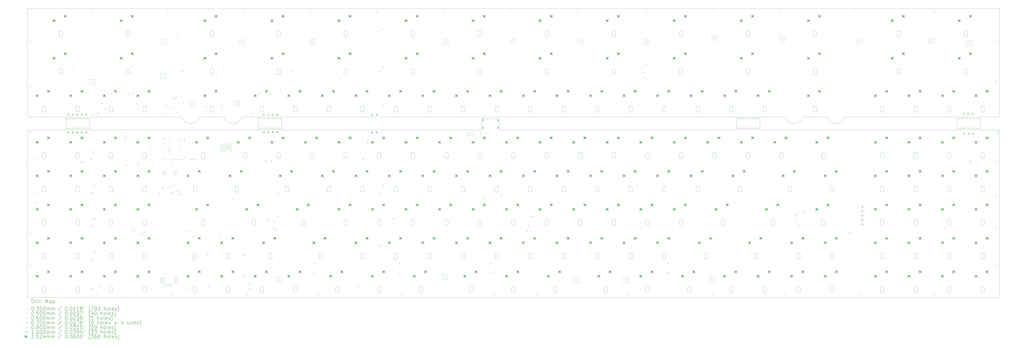
<source format=gbr>
%TF.GenerationSoftware,KiCad,Pcbnew,8.0.5-8.0.5-0~ubuntu20.04.1*%
%TF.CreationDate,2024-11-10T14:11:15+00:00*%
%TF.ProjectId,Hyper7-Evo,48797065-7237-42d4-9576-6f2e6b696361,rev?*%
%TF.SameCoordinates,Original*%
%TF.FileFunction,Drillmap*%
%TF.FilePolarity,Positive*%
%FSLAX45Y45*%
G04 Gerber Fmt 4.5, Leading zero omitted, Abs format (unit mm)*
G04 Created by KiCad (PCBNEW 8.0.5-8.0.5-0~ubuntu20.04.1) date 2024-11-10 14:11:15*
%MOMM*%
%LPD*%
G01*
G04 APERTURE LIST*
%ADD10C,0.050000*%
%ADD11C,0.076200*%
%ADD12C,0.200000*%
%ADD13C,0.100000*%
%ADD14C,0.152400*%
G04 APERTURE END LIST*
D10*
X57480000Y-11760000D02*
G75*
G02*
X57360000Y-11760000I-60000J0D01*
G01*
X57360000Y-11760000D02*
G75*
G02*
X57480000Y-11760000I60000J0D01*
G01*
X44940000Y-11140000D02*
G75*
G02*
X44820000Y-11140000I-60000J0D01*
G01*
X44820000Y-11140000D02*
G75*
G02*
X44940000Y-11140000I60000J0D01*
G01*
X43980000Y-11075000D02*
X43980000Y-11825000D01*
X16960000Y-11140000D02*
G75*
G02*
X16840000Y-11140000I-60000J0D01*
G01*
X16840000Y-11140000D02*
G75*
G02*
X16960000Y-11140000I60000J0D01*
G01*
X17440000Y-11760000D02*
G75*
G02*
X17320000Y-11760000I-60000J0D01*
G01*
X17320000Y-11760000D02*
G75*
G02*
X17440000Y-11760000I60000J0D01*
G01*
X29480000Y-11180000D02*
X30500000Y-11180000D01*
X44140000Y-11140000D02*
G75*
G02*
X44020000Y-11140000I-60000J0D01*
G01*
X44020000Y-11140000D02*
G75*
G02*
X44140000Y-11140000I60000J0D01*
G01*
X45260000Y-11140000D02*
G75*
G02*
X45140000Y-11140000I-60000J0D01*
G01*
X45140000Y-11140000D02*
G75*
G02*
X45260000Y-11140000I60000J0D01*
G01*
X45100000Y-11760000D02*
G75*
G02*
X44980000Y-11760000I-60000J0D01*
G01*
X44980000Y-11760000D02*
G75*
G02*
X45100000Y-11760000I60000J0D01*
G01*
X29480000Y-11180000D02*
X29480000Y-11825000D01*
X45300000Y-11825000D02*
X45300000Y-11075000D01*
X6040000Y-11760000D02*
G75*
G02*
X5920000Y-11760000I-60000J0D01*
G01*
X5920000Y-11760000D02*
G75*
G02*
X6040000Y-11760000I60000J0D01*
G01*
X16800000Y-11825000D02*
X7200000Y-11825000D01*
X17120000Y-11760000D02*
G75*
G02*
X17000000Y-11760000I-60000J0D01*
G01*
X17000000Y-11760000D02*
G75*
G02*
X17120000Y-11760000I60000J0D01*
G01*
X18080000Y-11760000D02*
G75*
G02*
X17960000Y-11760000I-60000J0D01*
G01*
X17960000Y-11760000D02*
G75*
G02*
X18080000Y-11760000I60000J0D01*
G01*
X57000000Y-11140000D02*
G75*
G02*
X56880000Y-11140000I-60000J0D01*
G01*
X56880000Y-11140000D02*
G75*
G02*
X57000000Y-11140000I60000J0D01*
G01*
X17440000Y-11140000D02*
G75*
G02*
X17320000Y-11140000I-60000J0D01*
G01*
X17320000Y-11140000D02*
G75*
G02*
X17440000Y-11140000I60000J0D01*
G01*
X7000000Y-11140000D02*
G75*
G02*
X6880000Y-11140000I-60000J0D01*
G01*
X6880000Y-11140000D02*
G75*
G02*
X7000000Y-11140000I60000J0D01*
G01*
X13450000Y-11075000D02*
X14850000Y-11075000D01*
X6200000Y-11140000D02*
G75*
G02*
X6080000Y-11140000I-60000J0D01*
G01*
X6080000Y-11140000D02*
G75*
G02*
X6200000Y-11140000I60000J0D01*
G01*
X16960000Y-11760000D02*
G75*
G02*
X16840000Y-11760000I-60000J0D01*
G01*
X16840000Y-11760000D02*
G75*
G02*
X16960000Y-11760000I60000J0D01*
G01*
X57840000Y-11075000D02*
X58925000Y-11075000D01*
X57000000Y-11760000D02*
G75*
G02*
X56880000Y-11760000I-60000J0D01*
G01*
X56880000Y-11760000D02*
G75*
G02*
X57000000Y-11760000I60000J0D01*
G01*
X7160000Y-11760000D02*
G75*
G02*
X7040000Y-11760000I-60000J0D01*
G01*
X7040000Y-11760000D02*
G75*
G02*
X7160000Y-11760000I60000J0D01*
G01*
X56520000Y-11825000D02*
X45300000Y-11825000D01*
X7200000Y-11075000D02*
X12450000Y-11075000D01*
X17280000Y-11760000D02*
G75*
G02*
X17160000Y-11760000I-60000J0D01*
G01*
X17160000Y-11760000D02*
G75*
G02*
X17280000Y-11760000I60000J0D01*
G01*
X5880000Y-11825000D02*
X3675000Y-11825000D01*
X18120000Y-11825000D02*
X18120000Y-11075000D01*
X44620000Y-11140000D02*
G75*
G02*
X44500000Y-11140000I-60000J0D01*
G01*
X44500000Y-11140000D02*
G75*
G02*
X44620000Y-11140000I60000J0D01*
G01*
X45100000Y-11140000D02*
G75*
G02*
X44980000Y-11140000I-60000J0D01*
G01*
X44980000Y-11140000D02*
G75*
G02*
X45100000Y-11140000I60000J0D01*
G01*
X57320000Y-11140000D02*
G75*
G02*
X57200000Y-11140000I-60000J0D01*
G01*
X57200000Y-11140000D02*
G75*
G02*
X57320000Y-11140000I60000J0D01*
G01*
X6680000Y-11760000D02*
G75*
G02*
X6560000Y-11760000I-60000J0D01*
G01*
X6560000Y-11760000D02*
G75*
G02*
X6680000Y-11760000I60000J0D01*
G01*
X6200000Y-11760000D02*
G75*
G02*
X6080000Y-11760000I-60000J0D01*
G01*
X6080000Y-11760000D02*
G75*
G02*
X6200000Y-11760000I60000J0D01*
G01*
X6680000Y-11140000D02*
G75*
G02*
X6560000Y-11140000I-60000J0D01*
G01*
X6560000Y-11140000D02*
G75*
G02*
X6680000Y-11140000I60000J0D01*
G01*
X57800000Y-11140000D02*
G75*
G02*
X57680000Y-11140000I-60000J0D01*
G01*
X57680000Y-11140000D02*
G75*
G02*
X57800000Y-11140000I60000J0D01*
G01*
X17920000Y-11140000D02*
G75*
G02*
X17800000Y-11140000I-60000J0D01*
G01*
X17800000Y-11140000D02*
G75*
G02*
X17920000Y-11140000I60000J0D01*
G01*
X57480000Y-11140000D02*
G75*
G02*
X57360000Y-11140000I-60000J0D01*
G01*
X57360000Y-11140000D02*
G75*
G02*
X57480000Y-11140000I60000J0D01*
G01*
X18080000Y-11140000D02*
G75*
G02*
X17960000Y-11140000I-60000J0D01*
G01*
X17960000Y-11140000D02*
G75*
G02*
X18080000Y-11140000I60000J0D01*
G01*
X17280000Y-11140000D02*
G75*
G02*
X17160000Y-11140000I-60000J0D01*
G01*
X17160000Y-11140000D02*
G75*
G02*
X17280000Y-11140000I60000J0D01*
G01*
X44140000Y-11760000D02*
G75*
G02*
X44020000Y-11760000I-60000J0D01*
G01*
X44020000Y-11760000D02*
G75*
G02*
X44140000Y-11760000I60000J0D01*
G01*
X17920000Y-11760000D02*
G75*
G02*
X17800000Y-11760000I-60000J0D01*
G01*
X17800000Y-11760000D02*
G75*
G02*
X17920000Y-11760000I60000J0D01*
G01*
X44940000Y-11760000D02*
G75*
G02*
X44820000Y-11760000I-60000J0D01*
G01*
X44820000Y-11760000D02*
G75*
G02*
X44940000Y-11760000I60000J0D01*
G01*
X56840000Y-11760000D02*
G75*
G02*
X56720000Y-11760000I-60000J0D01*
G01*
X56720000Y-11760000D02*
G75*
G02*
X56840000Y-11760000I60000J0D01*
G01*
X45260000Y-11760000D02*
G75*
G02*
X45140000Y-11760000I-60000J0D01*
G01*
X45140000Y-11760000D02*
G75*
G02*
X45260000Y-11760000I60000J0D01*
G01*
X56680000Y-11760000D02*
G75*
G02*
X56560000Y-11760000I-60000J0D01*
G01*
X56560000Y-11760000D02*
G75*
G02*
X56680000Y-11760000I60000J0D01*
G01*
X17120000Y-11140000D02*
G75*
G02*
X17000000Y-11140000I-60000J0D01*
G01*
X17000000Y-11140000D02*
G75*
G02*
X17120000Y-11140000I60000J0D01*
G01*
X44780000Y-11140000D02*
G75*
G02*
X44660000Y-11140000I-60000J0D01*
G01*
X44660000Y-11140000D02*
G75*
G02*
X44780000Y-11140000I60000J0D01*
G01*
X57160000Y-11140000D02*
G75*
G02*
X57040000Y-11140000I-60000J0D01*
G01*
X57040000Y-11140000D02*
G75*
G02*
X57160000Y-11140000I60000J0D01*
G01*
X43980000Y-11825000D02*
X30500000Y-11825000D01*
X15850000Y-11075000D02*
X16800000Y-11075000D01*
X50125000Y-11075000D02*
X56520000Y-11075000D01*
X58925000Y-11825000D02*
X57840000Y-11825000D01*
X57640000Y-11140000D02*
G75*
G02*
X57520000Y-11140000I-60000J0D01*
G01*
X57520000Y-11140000D02*
G75*
G02*
X57640000Y-11140000I60000J0D01*
G01*
X3675000Y-11075000D02*
X3675000Y-4900000D01*
X44300000Y-11140000D02*
G75*
G02*
X44180000Y-11140000I-60000J0D01*
G01*
X44180000Y-11140000D02*
G75*
G02*
X44300000Y-11140000I60000J0D01*
G01*
X30500000Y-11180000D02*
X30500000Y-11825000D01*
X45300000Y-11075000D02*
X46750000Y-11075000D01*
X6840000Y-11140000D02*
G75*
G02*
X6720000Y-11140000I-60000J0D01*
G01*
X6720000Y-11140000D02*
G75*
G02*
X6840000Y-11140000I60000J0D01*
G01*
X58925000Y-11075000D02*
X58925000Y-4900000D01*
X17760000Y-11140000D02*
G75*
G02*
X17640000Y-11140000I-60000J0D01*
G01*
X17640000Y-11140000D02*
G75*
G02*
X17760000Y-11140000I60000J0D01*
G01*
X6360000Y-11760000D02*
G75*
G02*
X6240000Y-11760000I-60000J0D01*
G01*
X6240000Y-11760000D02*
G75*
G02*
X6360000Y-11760000I60000J0D01*
G01*
X17760000Y-11760000D02*
G75*
G02*
X17640000Y-11760000I-60000J0D01*
G01*
X17640000Y-11760000D02*
G75*
G02*
X17760000Y-11760000I60000J0D01*
G01*
X16800000Y-11075000D02*
X16800000Y-11825000D01*
X56840000Y-11140000D02*
G75*
G02*
X56720000Y-11140000I-60000J0D01*
G01*
X56720000Y-11140000D02*
G75*
G02*
X56840000Y-11140000I60000J0D01*
G01*
X6360000Y-11140000D02*
G75*
G02*
X6240000Y-11140000I-60000J0D01*
G01*
X6240000Y-11140000D02*
G75*
G02*
X6360000Y-11140000I60000J0D01*
G01*
X7200000Y-11825000D02*
X7200000Y-11075000D01*
X57800000Y-11760000D02*
G75*
G02*
X57680000Y-11760000I-60000J0D01*
G01*
X57680000Y-11760000D02*
G75*
G02*
X57800000Y-11760000I60000J0D01*
G01*
X3675000Y-21350000D02*
X58925000Y-21350000D01*
X57160000Y-11760000D02*
G75*
G02*
X57040000Y-11760000I-60000J0D01*
G01*
X57040000Y-11760000D02*
G75*
G02*
X57160000Y-11760000I60000J0D01*
G01*
X5880000Y-11075000D02*
X5880000Y-11825000D01*
X6840000Y-11760000D02*
G75*
G02*
X6720000Y-11760000I-60000J0D01*
G01*
X6720000Y-11760000D02*
G75*
G02*
X6840000Y-11760000I60000J0D01*
G01*
X57840000Y-11825000D02*
X57840000Y-11075000D01*
X44300000Y-11760000D02*
G75*
G02*
X44180000Y-11760000I-60000J0D01*
G01*
X44180000Y-11760000D02*
G75*
G02*
X44300000Y-11760000I60000J0D01*
G01*
X47750000Y-11075000D02*
G75*
G02*
X46750000Y-11075000I-500000J125000D01*
G01*
X44620000Y-11760000D02*
G75*
G02*
X44500000Y-11760000I-60000J0D01*
G01*
X44500000Y-11760000D02*
G75*
G02*
X44620000Y-11760000I60000J0D01*
G01*
X44780000Y-11760000D02*
G75*
G02*
X44660000Y-11760000I-60000J0D01*
G01*
X44660000Y-11760000D02*
G75*
G02*
X44780000Y-11760000I60000J0D01*
G01*
X47750000Y-11075000D02*
X49125000Y-11075000D01*
X7000000Y-11760000D02*
G75*
G02*
X6880000Y-11760000I-60000J0D01*
G01*
X6880000Y-11760000D02*
G75*
G02*
X7000000Y-11760000I60000J0D01*
G01*
X58925000Y-21350000D02*
X58925000Y-11825000D01*
X57320000Y-11760000D02*
G75*
G02*
X57200000Y-11760000I-60000J0D01*
G01*
X57200000Y-11760000D02*
G75*
G02*
X57320000Y-11760000I60000J0D01*
G01*
X56520000Y-11075000D02*
X56520000Y-11825000D01*
X57640000Y-11760000D02*
G75*
G02*
X57520000Y-11760000I-60000J0D01*
G01*
X57520000Y-11760000D02*
G75*
G02*
X57640000Y-11760000I60000J0D01*
G01*
X3675000Y-11825000D02*
X3675000Y-21350000D01*
X56680000Y-11140000D02*
G75*
G02*
X56560000Y-11140000I-60000J0D01*
G01*
X56560000Y-11140000D02*
G75*
G02*
X56680000Y-11140000I60000J0D01*
G01*
X29480000Y-11825000D02*
X18120000Y-11825000D01*
X6520000Y-11140000D02*
G75*
G02*
X6400000Y-11140000I-60000J0D01*
G01*
X6400000Y-11140000D02*
G75*
G02*
X6520000Y-11140000I60000J0D01*
G01*
X6040000Y-11140000D02*
G75*
G02*
X5920000Y-11140000I-60000J0D01*
G01*
X5920000Y-11140000D02*
G75*
G02*
X6040000Y-11140000I60000J0D01*
G01*
X17600000Y-11140000D02*
G75*
G02*
X17480000Y-11140000I-60000J0D01*
G01*
X17480000Y-11140000D02*
G75*
G02*
X17600000Y-11140000I60000J0D01*
G01*
X3675000Y-11075000D02*
X5880000Y-11075000D01*
X58925000Y-4900000D02*
X3675000Y-4900000D01*
X13450000Y-11075000D02*
G75*
G02*
X12450000Y-11075000I-500000J125000D01*
G01*
X6520000Y-11760000D02*
G75*
G02*
X6400000Y-11760000I-60000J0D01*
G01*
X6400000Y-11760000D02*
G75*
G02*
X6520000Y-11760000I60000J0D01*
G01*
X17600000Y-11760000D02*
G75*
G02*
X17480000Y-11760000I-60000J0D01*
G01*
X17480000Y-11760000D02*
G75*
G02*
X17600000Y-11760000I60000J0D01*
G01*
X50125000Y-11075000D02*
G75*
G02*
X49125000Y-11075000I-500000J125000D01*
G01*
X7160000Y-11140000D02*
G75*
G02*
X7040000Y-11140000I-60000J0D01*
G01*
X7040000Y-11140000D02*
G75*
G02*
X7160000Y-11140000I60000J0D01*
G01*
X15850000Y-11075000D02*
G75*
G02*
X14850000Y-11075000I-500000J125000D01*
G01*
X18120000Y-11075000D02*
X43980000Y-11075000D01*
X44460000Y-11760000D02*
G75*
G02*
X44340000Y-11760000I-60000J0D01*
G01*
X44340000Y-11760000D02*
G75*
G02*
X44460000Y-11760000I60000J0D01*
G01*
X44460000Y-11140000D02*
G75*
G02*
X44340000Y-11140000I-60000J0D01*
G01*
X44340000Y-11140000D02*
G75*
G02*
X44460000Y-11140000I60000J0D01*
G01*
D11*
X53100900Y-8417800D02*
X53100900Y-8570200D01*
X53304100Y-8417800D02*
X53304100Y-8570200D01*
X53100900Y-8417800D02*
G75*
G02*
X53304100Y-8417800I101600J0D01*
G01*
X53304100Y-8570200D02*
G75*
G02*
X53100900Y-8570200I-101600J0D01*
G01*
X18810900Y-20823800D02*
X18810900Y-20976200D01*
X19014100Y-20823800D02*
X19014100Y-20976200D01*
X18810900Y-20823800D02*
G75*
G02*
X19014100Y-20823800I101600J0D01*
G01*
X19014100Y-20976200D02*
G75*
G02*
X18810900Y-20976200I-101600J0D01*
G01*
X13095900Y-15108800D02*
X13095900Y-15261200D01*
X13299100Y-15108800D02*
X13299100Y-15261200D01*
X13095900Y-15108800D02*
G75*
G02*
X13299100Y-15108800I101600J0D01*
G01*
X13299100Y-15261200D02*
G75*
G02*
X13095900Y-15261200I-101600J0D01*
G01*
X8333400Y-13203800D02*
X8333400Y-13356200D01*
X8536600Y-13203800D02*
X8536600Y-13356200D01*
X8333400Y-13203800D02*
G75*
G02*
X8536600Y-13203800I101600J0D01*
G01*
X8536600Y-13356200D02*
G75*
G02*
X8333400Y-13356200I-101600J0D01*
G01*
X55958400Y-20823800D02*
X55958400Y-20976200D01*
X56161600Y-20823800D02*
X56161600Y-20976200D01*
X55958400Y-20823800D02*
G75*
G02*
X56161600Y-20823800I101600J0D01*
G01*
X56161600Y-20976200D02*
G75*
G02*
X55958400Y-20976200I-101600J0D01*
G01*
X31193400Y-17013800D02*
X31193400Y-17166200D01*
X31396600Y-17013800D02*
X31396600Y-17166200D01*
X31193400Y-17013800D02*
G75*
G02*
X31396600Y-17013800I101600J0D01*
G01*
X31396600Y-17166200D02*
G75*
G02*
X31193400Y-17166200I-101600J0D01*
G01*
X20239650Y-18918800D02*
X20239650Y-19071200D01*
X20442850Y-18918800D02*
X20442850Y-19071200D01*
X20239650Y-18918800D02*
G75*
G02*
X20442850Y-18918800I101600J0D01*
G01*
X20442850Y-19071200D02*
G75*
G02*
X20239650Y-19071200I-101600J0D01*
G01*
X19287150Y-17013800D02*
X19287150Y-17166200D01*
X19490350Y-17013800D02*
X19490350Y-17166200D01*
X19287150Y-17013800D02*
G75*
G02*
X19490350Y-17013800I101600J0D01*
G01*
X19490350Y-17166200D02*
G75*
G02*
X19287150Y-17166200I-101600J0D01*
G01*
X25478400Y-13203800D02*
X25478400Y-13356200D01*
X25681600Y-13203800D02*
X25681600Y-13356200D01*
X25478400Y-13203800D02*
G75*
G02*
X25681600Y-13203800I101600J0D01*
G01*
X25681600Y-13356200D02*
G75*
G02*
X25478400Y-13356200I-101600J0D01*
G01*
X57863400Y-17013800D02*
X57863400Y-17166200D01*
X58066600Y-17013800D02*
X58066600Y-17166200D01*
X57863400Y-17013800D02*
G75*
G02*
X58066600Y-17013800I101600J0D01*
G01*
X58066600Y-17166200D02*
G75*
G02*
X57863400Y-17166200I-101600J0D01*
G01*
X4523400Y-13203800D02*
X4523400Y-13356200D01*
X4726600Y-13203800D02*
X4726600Y-13356200D01*
X4523400Y-13203800D02*
G75*
G02*
X4726600Y-13203800I101600J0D01*
G01*
X4726600Y-13356200D02*
G75*
G02*
X4523400Y-13356200I-101600J0D01*
G01*
X20715900Y-10551800D02*
X20715900Y-10704200D01*
X20919100Y-10551800D02*
X20919100Y-10704200D01*
X20715900Y-10551800D02*
G75*
G02*
X20919100Y-10551800I101600J0D01*
G01*
X20919100Y-10704200D02*
G75*
G02*
X20715900Y-10704200I-101600J0D01*
G01*
X13572150Y-13203800D02*
X13572150Y-13356200D01*
X13775350Y-13203800D02*
X13775350Y-13356200D01*
X13572150Y-13203800D02*
G75*
G02*
X13775350Y-13203800I101600J0D01*
G01*
X13775350Y-13356200D02*
G75*
G02*
X13572150Y-13356200I-101600J0D01*
G01*
X23573400Y-20823800D02*
X23573400Y-20976200D01*
X23776600Y-20823800D02*
X23776600Y-20976200D01*
X23573400Y-20823800D02*
G75*
G02*
X23776600Y-20823800I101600J0D01*
G01*
X23776600Y-20976200D02*
G75*
G02*
X23573400Y-20976200I-101600J0D01*
G01*
X57863400Y-18918800D02*
X57863400Y-19071200D01*
X58066600Y-18918800D02*
X58066600Y-19071200D01*
X57863400Y-18918800D02*
G75*
G02*
X58066600Y-18918800I101600J0D01*
G01*
X58066600Y-19071200D02*
G75*
G02*
X57863400Y-19071200I-101600J0D01*
G01*
X10238400Y-10551800D02*
X10238400Y-10704200D01*
X10441600Y-10551800D02*
X10441600Y-10704200D01*
X10238400Y-10551800D02*
G75*
G02*
X10441600Y-10551800I101600J0D01*
G01*
X10441600Y-10704200D02*
G75*
G02*
X10238400Y-10704200I-101600J0D01*
G01*
X26430900Y-15108800D02*
X26430900Y-15261200D01*
X26634100Y-15108800D02*
X26634100Y-15261200D01*
X26430900Y-15108800D02*
G75*
G02*
X26634100Y-15108800I101600J0D01*
G01*
X26634100Y-15261200D02*
G75*
G02*
X26430900Y-15261200I-101600J0D01*
G01*
X10238400Y-17013800D02*
X10238400Y-17166200D01*
X10441600Y-17013800D02*
X10441600Y-17166200D01*
X10238400Y-17013800D02*
G75*
G02*
X10441600Y-17013800I101600J0D01*
G01*
X10441600Y-17166200D02*
G75*
G02*
X10238400Y-17166200I-101600J0D01*
G01*
X8333400Y-17013800D02*
X8333400Y-17166200D01*
X8536600Y-17013800D02*
X8536600Y-17166200D01*
X8333400Y-17013800D02*
G75*
G02*
X8536600Y-17013800I101600J0D01*
G01*
X8536600Y-17166200D02*
G75*
G02*
X8333400Y-17166200I-101600J0D01*
G01*
X20715900Y-15108800D02*
X20715900Y-15261200D01*
X20919100Y-15108800D02*
X20919100Y-15261200D01*
X20715900Y-15108800D02*
G75*
G02*
X20919100Y-15108800I101600J0D01*
G01*
X20919100Y-15261200D02*
G75*
G02*
X20715900Y-15261200I-101600J0D01*
G01*
X29288400Y-6283800D02*
X29288400Y-6436200D01*
X29491600Y-6283800D02*
X29491600Y-6436200D01*
X29288400Y-6283800D02*
G75*
G02*
X29491600Y-6283800I101600J0D01*
G01*
X29491600Y-6436200D02*
G75*
G02*
X29288400Y-6436200I-101600J0D01*
G01*
X47385900Y-18918800D02*
X47385900Y-19071200D01*
X47589100Y-18918800D02*
X47589100Y-19071200D01*
X47385900Y-18918800D02*
G75*
G02*
X47589100Y-18918800I101600J0D01*
G01*
X47589100Y-19071200D02*
G75*
G02*
X47385900Y-19071200I-101600J0D01*
G01*
X29288400Y-13203800D02*
X29288400Y-13356200D01*
X29491600Y-13203800D02*
X29491600Y-13356200D01*
X29288400Y-13203800D02*
G75*
G02*
X29491600Y-13203800I101600J0D01*
G01*
X29491600Y-13356200D02*
G75*
G02*
X29288400Y-13356200I-101600J0D01*
G01*
X44052150Y-15108800D02*
X44052150Y-15261200D01*
X44255350Y-15108800D02*
X44255350Y-15261200D01*
X44052150Y-15108800D02*
G75*
G02*
X44255350Y-15108800I101600J0D01*
G01*
X44255350Y-15261200D02*
G75*
G02*
X44052150Y-15261200I-101600J0D01*
G01*
X18810900Y-10551800D02*
X18810900Y-10704200D01*
X19014100Y-10551800D02*
X19014100Y-10704200D01*
X18810900Y-10551800D02*
G75*
G02*
X19014100Y-10551800I101600J0D01*
G01*
X19014100Y-10704200D02*
G75*
G02*
X18810900Y-10704200I-101600J0D01*
G01*
X35003400Y-13203800D02*
X35003400Y-13356200D01*
X35206600Y-13203800D02*
X35206600Y-13356200D01*
X35003400Y-13203800D02*
G75*
G02*
X35206600Y-13203800I101600J0D01*
G01*
X35206600Y-13356200D02*
G75*
G02*
X35003400Y-13356200I-101600J0D01*
G01*
X8333400Y-20823800D02*
X8333400Y-20976200D01*
X8536600Y-20823800D02*
X8536600Y-20976200D01*
X8333400Y-20823800D02*
G75*
G02*
X8536600Y-20823800I101600J0D01*
G01*
X8536600Y-20976200D02*
G75*
G02*
X8333400Y-20976200I-101600J0D01*
G01*
X56910900Y-8417800D02*
X56910900Y-8570200D01*
X57114100Y-8417800D02*
X57114100Y-8570200D01*
X56910900Y-8417800D02*
G75*
G02*
X57114100Y-8417800I101600J0D01*
G01*
X57114100Y-8570200D02*
G75*
G02*
X56910900Y-8570200I-101600J0D01*
G01*
X44528400Y-6283800D02*
X44528400Y-6436200D01*
X44731600Y-6283800D02*
X44731600Y-6436200D01*
X44528400Y-6283800D02*
G75*
G02*
X44731600Y-6283800I101600J0D01*
G01*
X44731600Y-6436200D02*
G75*
G02*
X44528400Y-6436200I-101600J0D01*
G01*
X34050900Y-15108800D02*
X34050900Y-15261200D01*
X34254100Y-15108800D02*
X34254100Y-15261200D01*
X34050900Y-15108800D02*
G75*
G02*
X34254100Y-15108800I101600J0D01*
G01*
X34254100Y-15261200D02*
G75*
G02*
X34050900Y-15261200I-101600J0D01*
G01*
X8333400Y-18918800D02*
X8333400Y-19071200D01*
X8536600Y-18918800D02*
X8536600Y-19071200D01*
X8333400Y-18918800D02*
G75*
G02*
X8536600Y-18918800I101600J0D01*
G01*
X8536600Y-19071200D02*
G75*
G02*
X8333400Y-19071200I-101600J0D01*
G01*
X57863400Y-10551800D02*
X57863400Y-10704200D01*
X58066600Y-10551800D02*
X58066600Y-10704200D01*
X57863400Y-10551800D02*
G75*
G02*
X58066600Y-10551800I101600J0D01*
G01*
X58066600Y-10704200D02*
G75*
G02*
X57863400Y-10704200I-101600J0D01*
G01*
X46909650Y-15108800D02*
X46909650Y-15261200D01*
X47112850Y-15108800D02*
X47112850Y-15261200D01*
X46909650Y-15108800D02*
G75*
G02*
X47112850Y-15108800I101600J0D01*
G01*
X47112850Y-15261200D02*
G75*
G02*
X46909650Y-15261200I-101600J0D01*
G01*
X40718400Y-8417800D02*
X40718400Y-8570200D01*
X40921600Y-8417800D02*
X40921600Y-8570200D01*
X40718400Y-8417800D02*
G75*
G02*
X40921600Y-8417800I101600J0D01*
G01*
X40921600Y-8570200D02*
G75*
G02*
X40718400Y-8570200I-101600J0D01*
G01*
X27383400Y-13203800D02*
X27383400Y-13356200D01*
X27586600Y-13203800D02*
X27586600Y-13356200D01*
X27383400Y-13203800D02*
G75*
G02*
X27586600Y-13203800I101600J0D01*
G01*
X27586600Y-13356200D02*
G75*
G02*
X27383400Y-13356200I-101600J0D01*
G01*
X30240900Y-15108800D02*
X30240900Y-15261200D01*
X30444100Y-15108800D02*
X30444100Y-15261200D01*
X30240900Y-15108800D02*
G75*
G02*
X30444100Y-15108800I101600J0D01*
G01*
X30444100Y-15261200D02*
G75*
G02*
X30240900Y-15261200I-101600J0D01*
G01*
X8333400Y-10551800D02*
X8333400Y-10704200D01*
X8536600Y-10551800D02*
X8536600Y-10704200D01*
X8333400Y-10551800D02*
G75*
G02*
X8536600Y-10551800I101600J0D01*
G01*
X8536600Y-10704200D02*
G75*
G02*
X8333400Y-10704200I-101600J0D01*
G01*
X10238400Y-20823800D02*
X10238400Y-20976200D01*
X10441600Y-20823800D02*
X10441600Y-20976200D01*
X10238400Y-20823800D02*
G75*
G02*
X10441600Y-20823800I101600J0D01*
G01*
X10441600Y-20976200D02*
G75*
G02*
X10238400Y-20976200I-101600J0D01*
G01*
X41194650Y-20823800D02*
X41194650Y-20976200D01*
X41397850Y-20823800D02*
X41397850Y-20976200D01*
X41194650Y-20823800D02*
G75*
G02*
X41397850Y-20823800I101600J0D01*
G01*
X41397850Y-20976200D02*
G75*
G02*
X41194650Y-20976200I-101600J0D01*
G01*
X38813400Y-20823800D02*
X38813400Y-20976200D01*
X39016600Y-20823800D02*
X39016600Y-20976200D01*
X38813400Y-20823800D02*
G75*
G02*
X39016600Y-20823800I101600J0D01*
G01*
X39016600Y-20976200D02*
G75*
G02*
X38813400Y-20976200I-101600J0D01*
G01*
X10238400Y-18918800D02*
X10238400Y-19071200D01*
X10441600Y-18918800D02*
X10441600Y-19071200D01*
X10238400Y-18918800D02*
G75*
G02*
X10441600Y-18918800I101600J0D01*
G01*
X10441600Y-19071200D02*
G75*
G02*
X10238400Y-19071200I-101600J0D01*
G01*
X14048400Y-6283800D02*
X14048400Y-6436200D01*
X14251600Y-6283800D02*
X14251600Y-6436200D01*
X14048400Y-6283800D02*
G75*
G02*
X14251600Y-6283800I101600J0D01*
G01*
X14251600Y-6436200D02*
G75*
G02*
X14048400Y-6436200I-101600J0D01*
G01*
X49290900Y-20823800D02*
X49290900Y-20976200D01*
X49494100Y-20823800D02*
X49494100Y-20976200D01*
X49290900Y-20823800D02*
G75*
G02*
X49494100Y-20823800I101600J0D01*
G01*
X49494100Y-20976200D02*
G75*
G02*
X49290900Y-20976200I-101600J0D01*
G01*
X15000900Y-20823800D02*
X15000900Y-20976200D01*
X15204100Y-20823800D02*
X15204100Y-20976200D01*
X15000900Y-20823800D02*
G75*
G02*
X15204100Y-20823800I101600J0D01*
G01*
X15204100Y-20976200D02*
G75*
G02*
X15000900Y-20976200I-101600J0D01*
G01*
X42147150Y-18918800D02*
X42147150Y-19071200D01*
X42350350Y-18918800D02*
X42350350Y-19071200D01*
X42147150Y-18918800D02*
G75*
G02*
X42350350Y-18918800I101600J0D01*
G01*
X42350350Y-19071200D02*
G75*
G02*
X42147150Y-19071200I-101600J0D01*
G01*
X21668400Y-13203800D02*
X21668400Y-13356200D01*
X21871600Y-13203800D02*
X21871600Y-13356200D01*
X21668400Y-13203800D02*
G75*
G02*
X21871600Y-13203800I101600J0D01*
G01*
X21871600Y-13356200D02*
G75*
G02*
X21668400Y-13356200I-101600J0D01*
G01*
X13095900Y-18918800D02*
X13095900Y-19071200D01*
X13299100Y-18918800D02*
X13299100Y-19071200D01*
X13095900Y-18918800D02*
G75*
G02*
X13299100Y-18918800I101600J0D01*
G01*
X13299100Y-19071200D02*
G75*
G02*
X13095900Y-19071200I-101600J0D01*
G01*
X35955900Y-15108800D02*
X35955900Y-15261200D01*
X36159100Y-15108800D02*
X36159100Y-15261200D01*
X35955900Y-15108800D02*
G75*
G02*
X36159100Y-15108800I101600J0D01*
G01*
X36159100Y-15261200D02*
G75*
G02*
X35955900Y-15261200I-101600J0D01*
G01*
X18334650Y-15108800D02*
X18334650Y-15261200D01*
X18537850Y-15108800D02*
X18537850Y-15261200D01*
X18334650Y-15108800D02*
G75*
G02*
X18537850Y-15108800I101600J0D01*
G01*
X18537850Y-15261200D02*
G75*
G02*
X18334650Y-15261200I-101600J0D01*
G01*
X6428400Y-13203800D02*
X6428400Y-13356200D01*
X6631600Y-13203800D02*
X6631600Y-13356200D01*
X6428400Y-13203800D02*
G75*
G02*
X6631600Y-13203800I101600J0D01*
G01*
X6631600Y-13356200D02*
G75*
G02*
X6428400Y-13356200I-101600J0D01*
G01*
X26430900Y-10551800D02*
X26430900Y-10704200D01*
X26634100Y-10551800D02*
X26634100Y-10704200D01*
X26430900Y-10551800D02*
G75*
G02*
X26634100Y-10551800I101600J0D01*
G01*
X26634100Y-10704200D02*
G75*
G02*
X26430900Y-10704200I-101600J0D01*
G01*
X26430900Y-18918800D02*
X26430900Y-19071200D01*
X26634100Y-18918800D02*
X26634100Y-19071200D01*
X26430900Y-18918800D02*
G75*
G02*
X26634100Y-18918800I101600J0D01*
G01*
X26634100Y-19071200D02*
G75*
G02*
X26430900Y-19071200I-101600J0D01*
G01*
X37860900Y-18918800D02*
X37860900Y-19071200D01*
X38064100Y-18918800D02*
X38064100Y-19071200D01*
X37860900Y-18918800D02*
G75*
G02*
X38064100Y-18918800I101600J0D01*
G01*
X38064100Y-19071200D02*
G75*
G02*
X37860900Y-19071200I-101600J0D01*
G01*
X48338400Y-10551800D02*
X48338400Y-10704200D01*
X48541600Y-10551800D02*
X48541600Y-10704200D01*
X48338400Y-10551800D02*
G75*
G02*
X48541600Y-10551800I101600J0D01*
G01*
X48541600Y-10704200D02*
G75*
G02*
X48338400Y-10704200I-101600J0D01*
G01*
X17382150Y-18918800D02*
X17382150Y-19071200D01*
X17585350Y-18918800D02*
X17585350Y-19071200D01*
X17382150Y-18918800D02*
G75*
G02*
X17585350Y-18918800I101600J0D01*
G01*
X17585350Y-19071200D02*
G75*
G02*
X17382150Y-19071200I-101600J0D01*
G01*
X33098400Y-6283800D02*
X33098400Y-6436200D01*
X33301600Y-6283800D02*
X33301600Y-6436200D01*
X33098400Y-6283800D02*
G75*
G02*
X33301600Y-6283800I101600J0D01*
G01*
X33301600Y-6436200D02*
G75*
G02*
X33098400Y-6436200I-101600J0D01*
G01*
X17858400Y-6283800D02*
X17858400Y-6436200D01*
X18061600Y-6283800D02*
X18061600Y-6436200D01*
X17858400Y-6283800D02*
G75*
G02*
X18061600Y-6283800I101600J0D01*
G01*
X18061600Y-6436200D02*
G75*
G02*
X17858400Y-6436200I-101600J0D01*
G01*
X25478400Y-17013800D02*
X25478400Y-17166200D01*
X25681600Y-17013800D02*
X25681600Y-17166200D01*
X25478400Y-17013800D02*
G75*
G02*
X25681600Y-17013800I101600J0D01*
G01*
X25681600Y-17166200D02*
G75*
G02*
X25478400Y-17166200I-101600J0D01*
G01*
X28812150Y-20823800D02*
X28812150Y-20976200D01*
X29015350Y-20823800D02*
X29015350Y-20976200D01*
X28812150Y-20823800D02*
G75*
G02*
X29015350Y-20823800I101600J0D01*
G01*
X29015350Y-20976200D02*
G75*
G02*
X28812150Y-20976200I-101600J0D01*
G01*
X36908400Y-17013800D02*
X36908400Y-17166200D01*
X37111600Y-17013800D02*
X37111600Y-17166200D01*
X36908400Y-17013800D02*
G75*
G02*
X37111600Y-17013800I101600J0D01*
G01*
X37111600Y-17166200D02*
G75*
G02*
X36908400Y-17166200I-101600J0D01*
G01*
X32145900Y-15108800D02*
X32145900Y-15261200D01*
X32349100Y-15108800D02*
X32349100Y-15261200D01*
X32145900Y-15108800D02*
G75*
G02*
X32349100Y-15108800I101600J0D01*
G01*
X32349100Y-15261200D02*
G75*
G02*
X32145900Y-15261200I-101600J0D01*
G01*
X10238400Y-13203800D02*
X10238400Y-13356200D01*
X10441600Y-13203800D02*
X10441600Y-13356200D01*
X10238400Y-13203800D02*
G75*
G02*
X10441600Y-13203800I101600J0D01*
G01*
X10441600Y-13356200D02*
G75*
G02*
X10238400Y-13356200I-101600J0D01*
G01*
X54053400Y-10551800D02*
X54053400Y-10704200D01*
X54256600Y-10551800D02*
X54256600Y-10704200D01*
X54053400Y-10551800D02*
G75*
G02*
X54256600Y-10551800I101600J0D01*
G01*
X54256600Y-10704200D02*
G75*
G02*
X54053400Y-10704200I-101600J0D01*
G01*
X29288400Y-17013800D02*
X29288400Y-17166200D01*
X29491600Y-17013800D02*
X29491600Y-17166200D01*
X29288400Y-17013800D02*
G75*
G02*
X29491600Y-17013800I101600J0D01*
G01*
X29491600Y-17166200D02*
G75*
G02*
X29288400Y-17166200I-101600J0D01*
G01*
X6428400Y-20823800D02*
X6428400Y-20976200D01*
X6631600Y-20823800D02*
X6631600Y-20976200D01*
X6428400Y-20823800D02*
G75*
G02*
X6631600Y-20823800I101600J0D01*
G01*
X6631600Y-20976200D02*
G75*
G02*
X6428400Y-20976200I-101600J0D01*
G01*
X4523400Y-17013800D02*
X4523400Y-17166200D01*
X4726600Y-17013800D02*
X4726600Y-17166200D01*
X4523400Y-17013800D02*
G75*
G02*
X4726600Y-17013800I101600J0D01*
G01*
X4726600Y-17166200D02*
G75*
G02*
X4523400Y-17166200I-101600J0D01*
G01*
X17858400Y-13203800D02*
X17858400Y-13356200D01*
X18061600Y-13203800D02*
X18061600Y-13356200D01*
X17858400Y-13203800D02*
G75*
G02*
X18061600Y-13203800I101600J0D01*
G01*
X18061600Y-13356200D02*
G75*
G02*
X17858400Y-13356200I-101600J0D01*
G01*
X22620900Y-18918800D02*
X22620900Y-19071200D01*
X22824100Y-18918800D02*
X22824100Y-19071200D01*
X22620900Y-18918800D02*
G75*
G02*
X22824100Y-18918800I101600J0D01*
G01*
X22824100Y-19071200D02*
G75*
G02*
X22620900Y-19071200I-101600J0D01*
G01*
X52148400Y-13203800D02*
X52148400Y-13356200D01*
X52351600Y-13203800D02*
X52351600Y-13356200D01*
X52148400Y-13203800D02*
G75*
G02*
X52351600Y-13203800I101600J0D01*
G01*
X52351600Y-13356200D02*
G75*
G02*
X52148400Y-13356200I-101600J0D01*
G01*
X33098400Y-17013800D02*
X33098400Y-17166200D01*
X33301600Y-17013800D02*
X33301600Y-17166200D01*
X33098400Y-17013800D02*
G75*
G02*
X33301600Y-17013800I101600J0D01*
G01*
X33301600Y-17166200D02*
G75*
G02*
X33098400Y-17166200I-101600J0D01*
G01*
X35003400Y-17013800D02*
X35003400Y-17166200D01*
X35206600Y-17013800D02*
X35206600Y-17166200D01*
X35003400Y-17013800D02*
G75*
G02*
X35206600Y-17013800I101600J0D01*
G01*
X35206600Y-17166200D02*
G75*
G02*
X35003400Y-17166200I-101600J0D01*
G01*
X52148400Y-18918800D02*
X52148400Y-19071200D01*
X52351600Y-18918800D02*
X52351600Y-19071200D01*
X52148400Y-18918800D02*
G75*
G02*
X52351600Y-18918800I101600J0D01*
G01*
X52351600Y-19071200D02*
G75*
G02*
X52148400Y-19071200I-101600J0D01*
G01*
X8333400Y-15108800D02*
X8333400Y-15261200D01*
X8536600Y-15108800D02*
X8536600Y-15261200D01*
X8333400Y-15108800D02*
G75*
G02*
X8536600Y-15108800I101600J0D01*
G01*
X8536600Y-15261200D02*
G75*
G02*
X8333400Y-15261200I-101600J0D01*
G01*
X9285900Y-6283800D02*
X9285900Y-6436200D01*
X9489100Y-6283800D02*
X9489100Y-6436200D01*
X9285900Y-6283800D02*
G75*
G02*
X9489100Y-6283800I101600J0D01*
G01*
X9489100Y-6436200D02*
G75*
G02*
X9285900Y-6436200I-101600J0D01*
G01*
X34050900Y-18918800D02*
X34050900Y-19071200D01*
X34254100Y-18918800D02*
X34254100Y-19071200D01*
X34050900Y-18918800D02*
G75*
G02*
X34254100Y-18918800I101600J0D01*
G01*
X34254100Y-19071200D02*
G75*
G02*
X34050900Y-19071200I-101600J0D01*
G01*
X42623400Y-13203800D02*
X42623400Y-13356200D01*
X42826600Y-13203800D02*
X42826600Y-13356200D01*
X42623400Y-13203800D02*
G75*
G02*
X42826600Y-13203800I101600J0D01*
G01*
X42826600Y-13356200D02*
G75*
G02*
X42623400Y-13356200I-101600J0D01*
G01*
X36908400Y-8417800D02*
X36908400Y-8570200D01*
X37111600Y-8417800D02*
X37111600Y-8570200D01*
X36908400Y-8417800D02*
G75*
G02*
X37111600Y-8417800I101600J0D01*
G01*
X37111600Y-8570200D02*
G75*
G02*
X36908400Y-8570200I-101600J0D01*
G01*
X55958400Y-13203800D02*
X55958400Y-13356200D01*
X56161600Y-13203800D02*
X56161600Y-13356200D01*
X55958400Y-13203800D02*
G75*
G02*
X56161600Y-13203800I101600J0D01*
G01*
X56161600Y-13356200D02*
G75*
G02*
X55958400Y-13356200I-101600J0D01*
G01*
X56910900Y-6283800D02*
X56910900Y-6436200D01*
X57114100Y-6283800D02*
X57114100Y-6436200D01*
X56910900Y-6283800D02*
G75*
G02*
X57114100Y-6283800I101600J0D01*
G01*
X57114100Y-6436200D02*
G75*
G02*
X56910900Y-6436200I-101600J0D01*
G01*
X53100900Y-6283800D02*
X53100900Y-6436200D01*
X53304100Y-6283800D02*
X53304100Y-6436200D01*
X53100900Y-6283800D02*
G75*
G02*
X53304100Y-6283800I101600J0D01*
G01*
X53304100Y-6436200D02*
G75*
G02*
X53100900Y-6436200I-101600J0D01*
G01*
X23573400Y-17013800D02*
X23573400Y-17166200D01*
X23776600Y-17013800D02*
X23776600Y-17166200D01*
X23573400Y-17013800D02*
G75*
G02*
X23776600Y-17013800I101600J0D01*
G01*
X23776600Y-17166200D02*
G75*
G02*
X23573400Y-17166200I-101600J0D01*
G01*
X55958400Y-18918800D02*
X55958400Y-19071200D01*
X56161600Y-18918800D02*
X56161600Y-19071200D01*
X55958400Y-18918800D02*
G75*
G02*
X56161600Y-18918800I101600J0D01*
G01*
X56161600Y-19071200D02*
G75*
G02*
X55958400Y-19071200I-101600J0D01*
G01*
X52148400Y-10551800D02*
X52148400Y-10704200D01*
X52351600Y-10551800D02*
X52351600Y-10704200D01*
X52148400Y-10551800D02*
G75*
G02*
X52351600Y-10551800I101600J0D01*
G01*
X52351600Y-10704200D02*
G75*
G02*
X52148400Y-10704200I-101600J0D01*
G01*
X43575900Y-20823800D02*
X43575900Y-20976200D01*
X43779100Y-20823800D02*
X43779100Y-20976200D01*
X43575900Y-20823800D02*
G75*
G02*
X43779100Y-20823800I101600J0D01*
G01*
X43779100Y-20976200D02*
G75*
G02*
X43575900Y-20976200I-101600J0D01*
G01*
X16905900Y-20823800D02*
X16905900Y-20976200D01*
X17109100Y-20823800D02*
X17109100Y-20976200D01*
X16905900Y-20823800D02*
G75*
G02*
X17109100Y-20823800I101600J0D01*
G01*
X17109100Y-20976200D02*
G75*
G02*
X16905900Y-20976200I-101600J0D01*
G01*
X54053400Y-13203800D02*
X54053400Y-13356200D01*
X54256600Y-13203800D02*
X54256600Y-13356200D01*
X54053400Y-13203800D02*
G75*
G02*
X54256600Y-13203800I101600J0D01*
G01*
X54256600Y-13356200D02*
G75*
G02*
X54053400Y-13356200I-101600J0D01*
G01*
X15953400Y-13203800D02*
X15953400Y-13356200D01*
X16156600Y-13203800D02*
X16156600Y-13356200D01*
X15953400Y-13203800D02*
G75*
G02*
X16156600Y-13203800I101600J0D01*
G01*
X16156600Y-13356200D02*
G75*
G02*
X15953400Y-13356200I-101600J0D01*
G01*
X57863400Y-15108800D02*
X57863400Y-15261200D01*
X58066600Y-15108800D02*
X58066600Y-15261200D01*
X57863400Y-15108800D02*
G75*
G02*
X58066600Y-15108800I101600J0D01*
G01*
X58066600Y-15261200D02*
G75*
G02*
X57863400Y-15261200I-101600J0D01*
G01*
X31193400Y-13203800D02*
X31193400Y-13356200D01*
X31396600Y-13203800D02*
X31396600Y-13356200D01*
X31193400Y-13203800D02*
G75*
G02*
X31396600Y-13203800I101600J0D01*
G01*
X31396600Y-13356200D02*
G75*
G02*
X31193400Y-13356200I-101600J0D01*
G01*
X37860900Y-15108800D02*
X37860900Y-15261200D01*
X38064100Y-15108800D02*
X38064100Y-15261200D01*
X37860900Y-15108800D02*
G75*
G02*
X38064100Y-15108800I101600J0D01*
G01*
X38064100Y-15261200D02*
G75*
G02*
X37860900Y-15261200I-101600J0D01*
G01*
X5475900Y-6283800D02*
X5475900Y-6436200D01*
X5679100Y-6283800D02*
X5679100Y-6436200D01*
X5475900Y-6283800D02*
G75*
G02*
X5679100Y-6283800I101600J0D01*
G01*
X5679100Y-6436200D02*
G75*
G02*
X5475900Y-6436200I-101600J0D01*
G01*
X14048400Y-8417800D02*
X14048400Y-8570200D01*
X14251600Y-8417800D02*
X14251600Y-8570200D01*
X14048400Y-8417800D02*
G75*
G02*
X14251600Y-8417800I101600J0D01*
G01*
X14251600Y-8570200D02*
G75*
G02*
X14048400Y-8570200I-101600J0D01*
G01*
X48814650Y-13203800D02*
X48814650Y-13356200D01*
X49017850Y-13203800D02*
X49017850Y-13356200D01*
X48814650Y-13203800D02*
G75*
G02*
X49017850Y-13203800I101600J0D01*
G01*
X49017850Y-13356200D02*
G75*
G02*
X48814650Y-13356200I-101600J0D01*
G01*
X13572150Y-17013800D02*
X13572150Y-17166200D01*
X13775350Y-17013800D02*
X13775350Y-17166200D01*
X13572150Y-17013800D02*
G75*
G02*
X13775350Y-17013800I101600J0D01*
G01*
X13775350Y-17166200D02*
G75*
G02*
X13572150Y-17166200I-101600J0D01*
G01*
X38813400Y-17013800D02*
X38813400Y-17166200D01*
X39016600Y-17013800D02*
X39016600Y-17166200D01*
X38813400Y-17013800D02*
G75*
G02*
X39016600Y-17013800I101600J0D01*
G01*
X39016600Y-17166200D02*
G75*
G02*
X38813400Y-17166200I-101600J0D01*
G01*
X54053400Y-17013800D02*
X54053400Y-17166200D01*
X54256600Y-17013800D02*
X54256600Y-17166200D01*
X54053400Y-17013800D02*
G75*
G02*
X54256600Y-17013800I101600J0D01*
G01*
X54256600Y-17166200D02*
G75*
G02*
X54053400Y-17166200I-101600J0D01*
G01*
X17858400Y-8417800D02*
X17858400Y-8570200D01*
X18061600Y-8417800D02*
X18061600Y-8570200D01*
X17858400Y-8417800D02*
G75*
G02*
X18061600Y-8417800I101600J0D01*
G01*
X18061600Y-8570200D02*
G75*
G02*
X17858400Y-8570200I-101600J0D01*
G01*
X24525900Y-18918800D02*
X24525900Y-19071200D01*
X24729100Y-18918800D02*
X24729100Y-19071200D01*
X24525900Y-18918800D02*
G75*
G02*
X24729100Y-18918800I101600J0D01*
G01*
X24729100Y-19071200D02*
G75*
G02*
X24525900Y-19071200I-101600J0D01*
G01*
X10238400Y-15108800D02*
X10238400Y-15261200D01*
X10441600Y-15108800D02*
X10441600Y-15261200D01*
X10238400Y-15108800D02*
G75*
G02*
X10441600Y-15108800I101600J0D01*
G01*
X10441600Y-15261200D02*
G75*
G02*
X10238400Y-15261200I-101600J0D01*
G01*
X36908400Y-6283800D02*
X36908400Y-6436200D01*
X37111600Y-6283800D02*
X37111600Y-6436200D01*
X36908400Y-6283800D02*
G75*
G02*
X37111600Y-6283800I101600J0D01*
G01*
X37111600Y-6436200D02*
G75*
G02*
X36908400Y-6436200I-101600J0D01*
G01*
X6428400Y-17013800D02*
X6428400Y-17166200D01*
X6631600Y-17013800D02*
X6631600Y-17166200D01*
X6428400Y-17013800D02*
G75*
G02*
X6631600Y-17013800I101600J0D01*
G01*
X6631600Y-17166200D02*
G75*
G02*
X6428400Y-17166200I-101600J0D01*
G01*
X25954650Y-20823800D02*
X25954650Y-20976200D01*
X26157850Y-20823800D02*
X26157850Y-20976200D01*
X25954650Y-20823800D02*
G75*
G02*
X26157850Y-20823800I101600J0D01*
G01*
X26157850Y-20976200D02*
G75*
G02*
X25954650Y-20976200I-101600J0D01*
G01*
X40718400Y-13203800D02*
X40718400Y-13356200D01*
X40921600Y-13203800D02*
X40921600Y-13356200D01*
X40718400Y-13203800D02*
G75*
G02*
X40921600Y-13203800I101600J0D01*
G01*
X40921600Y-13356200D02*
G75*
G02*
X40718400Y-13356200I-101600J0D01*
G01*
X23573400Y-13203800D02*
X23573400Y-13356200D01*
X23776600Y-13203800D02*
X23776600Y-13356200D01*
X23573400Y-13203800D02*
G75*
G02*
X23776600Y-13203800I101600J0D01*
G01*
X23776600Y-13356200D02*
G75*
G02*
X23573400Y-13356200I-101600J0D01*
G01*
X43575900Y-10551800D02*
X43575900Y-10704200D01*
X43779100Y-10551800D02*
X43779100Y-10704200D01*
X43575900Y-10551800D02*
G75*
G02*
X43779100Y-10551800I101600J0D01*
G01*
X43779100Y-10704200D02*
G75*
G02*
X43575900Y-10704200I-101600J0D01*
G01*
X33098400Y-8417800D02*
X33098400Y-8570200D01*
X33301600Y-8417800D02*
X33301600Y-8570200D01*
X33098400Y-8417800D02*
G75*
G02*
X33301600Y-8417800I101600J0D01*
G01*
X33301600Y-8570200D02*
G75*
G02*
X33098400Y-8570200I-101600J0D01*
G01*
X57863400Y-13203800D02*
X57863400Y-13356200D01*
X58066600Y-13203800D02*
X58066600Y-13356200D01*
X57863400Y-13203800D02*
G75*
G02*
X58066600Y-13203800I101600J0D01*
G01*
X58066600Y-13356200D02*
G75*
G02*
X57863400Y-13356200I-101600J0D01*
G01*
X4523400Y-10551800D02*
X4523400Y-10704200D01*
X4726600Y-10551800D02*
X4726600Y-10704200D01*
X4523400Y-10551800D02*
G75*
G02*
X4726600Y-10551800I101600J0D01*
G01*
X4726600Y-10704200D02*
G75*
G02*
X4523400Y-10704200I-101600J0D01*
G01*
X46433400Y-13203800D02*
X46433400Y-13356200D01*
X46636600Y-13203800D02*
X46636600Y-13356200D01*
X46433400Y-13203800D02*
G75*
G02*
X46636600Y-13203800I101600J0D01*
G01*
X46636600Y-13356200D02*
G75*
G02*
X46433400Y-13356200I-101600J0D01*
G01*
X36432150Y-20823800D02*
X36432150Y-20976200D01*
X36635350Y-20823800D02*
X36635350Y-20976200D01*
X36432150Y-20823800D02*
G75*
G02*
X36635350Y-20823800I101600J0D01*
G01*
X36635350Y-20976200D02*
G75*
G02*
X36432150Y-20976200I-101600J0D01*
G01*
X21192150Y-20823800D02*
X21192150Y-20976200D01*
X21395350Y-20823800D02*
X21395350Y-20976200D01*
X21192150Y-20823800D02*
G75*
G02*
X21395350Y-20823800I101600J0D01*
G01*
X21395350Y-20976200D02*
G75*
G02*
X21192150Y-20976200I-101600J0D01*
G01*
X25478400Y-6283800D02*
X25478400Y-6436200D01*
X25681600Y-6283800D02*
X25681600Y-6436200D01*
X25478400Y-6283800D02*
G75*
G02*
X25681600Y-6283800I101600J0D01*
G01*
X25681600Y-6436200D02*
G75*
G02*
X25478400Y-6436200I-101600J0D01*
G01*
X48338400Y-8417800D02*
X48338400Y-8570200D01*
X48541600Y-8417800D02*
X48541600Y-8570200D01*
X48338400Y-8417800D02*
G75*
G02*
X48541600Y-8417800I101600J0D01*
G01*
X48541600Y-8570200D02*
G75*
G02*
X48338400Y-8570200I-101600J0D01*
G01*
X28335900Y-18918800D02*
X28335900Y-19071200D01*
X28539100Y-18918800D02*
X28539100Y-19071200D01*
X28335900Y-18918800D02*
G75*
G02*
X28539100Y-18918800I101600J0D01*
G01*
X28539100Y-19071200D02*
G75*
G02*
X28335900Y-19071200I-101600J0D01*
G01*
X49290900Y-18918800D02*
X49290900Y-19071200D01*
X49494100Y-18918800D02*
X49494100Y-19071200D01*
X49290900Y-18918800D02*
G75*
G02*
X49494100Y-18918800I101600J0D01*
G01*
X49494100Y-19071200D02*
G75*
G02*
X49290900Y-19071200I-101600J0D01*
G01*
X40718400Y-17013800D02*
X40718400Y-17166200D01*
X40921600Y-17013800D02*
X40921600Y-17166200D01*
X40718400Y-17013800D02*
G75*
G02*
X40921600Y-17013800I101600J0D01*
G01*
X40921600Y-17166200D02*
G75*
G02*
X40718400Y-17166200I-101600J0D01*
G01*
X32145900Y-10551800D02*
X32145900Y-10704200D01*
X32349100Y-10551800D02*
X32349100Y-10704200D01*
X32145900Y-10551800D02*
G75*
G02*
X32349100Y-10551800I101600J0D01*
G01*
X32349100Y-10704200D02*
G75*
G02*
X32145900Y-10704200I-101600J0D01*
G01*
X4523400Y-20823800D02*
X4523400Y-20976200D01*
X4726600Y-20823800D02*
X4726600Y-20976200D01*
X4523400Y-20823800D02*
G75*
G02*
X4726600Y-20823800I101600J0D01*
G01*
X4726600Y-20976200D02*
G75*
G02*
X4523400Y-20976200I-101600J0D01*
G01*
X39765900Y-10551800D02*
X39765900Y-10704200D01*
X39969100Y-10551800D02*
X39969100Y-10704200D01*
X39765900Y-10551800D02*
G75*
G02*
X39969100Y-10551800I101600J0D01*
G01*
X39969100Y-10704200D02*
G75*
G02*
X39765900Y-10704200I-101600J0D01*
G01*
X31193400Y-20823800D02*
X31193400Y-20976200D01*
X31396600Y-20823800D02*
X31396600Y-20976200D01*
X31193400Y-20823800D02*
G75*
G02*
X31396600Y-20823800I101600J0D01*
G01*
X31396600Y-20976200D02*
G75*
G02*
X31193400Y-20976200I-101600J0D01*
G01*
X34050900Y-10551800D02*
X34050900Y-10704200D01*
X34254100Y-10551800D02*
X34254100Y-10704200D01*
X34050900Y-10551800D02*
G75*
G02*
X34254100Y-10551800I101600J0D01*
G01*
X34254100Y-10704200D02*
G75*
G02*
X34050900Y-10704200I-101600J0D01*
G01*
X24525900Y-15108800D02*
X24525900Y-15261200D01*
X24729100Y-15108800D02*
X24729100Y-15261200D01*
X24525900Y-15108800D02*
G75*
G02*
X24729100Y-15108800I101600J0D01*
G01*
X24729100Y-15261200D02*
G75*
G02*
X24525900Y-15261200I-101600J0D01*
G01*
X15477150Y-15108800D02*
X15477150Y-15261200D01*
X15680350Y-15108800D02*
X15680350Y-15261200D01*
X15477150Y-15108800D02*
G75*
G02*
X15680350Y-15108800I101600J0D01*
G01*
X15680350Y-15261200D02*
G75*
G02*
X15477150Y-15261200I-101600J0D01*
G01*
X22620900Y-10551800D02*
X22620900Y-10704200D01*
X22824100Y-10551800D02*
X22824100Y-10704200D01*
X22620900Y-10551800D02*
G75*
G02*
X22824100Y-10551800I101600J0D01*
G01*
X22824100Y-10704200D02*
G75*
G02*
X22620900Y-10704200I-101600J0D01*
G01*
X47385900Y-20823800D02*
X47385900Y-20976200D01*
X47589100Y-20823800D02*
X47589100Y-20976200D01*
X47385900Y-20823800D02*
G75*
G02*
X47589100Y-20823800I101600J0D01*
G01*
X47589100Y-20976200D02*
G75*
G02*
X47385900Y-20976200I-101600J0D01*
G01*
X14048400Y-10551800D02*
X14048400Y-10704200D01*
X14251600Y-10551800D02*
X14251600Y-10704200D01*
X14048400Y-10551800D02*
G75*
G02*
X14251600Y-10551800I101600J0D01*
G01*
X14251600Y-10704200D02*
G75*
G02*
X14048400Y-10704200I-101600J0D01*
G01*
X22620900Y-15108800D02*
X22620900Y-15261200D01*
X22824100Y-15108800D02*
X22824100Y-15261200D01*
X22620900Y-15108800D02*
G75*
G02*
X22824100Y-15108800I101600J0D01*
G01*
X22824100Y-15261200D02*
G75*
G02*
X22620900Y-15261200I-101600J0D01*
G01*
X21668400Y-17013800D02*
X21668400Y-17166200D01*
X21871600Y-17013800D02*
X21871600Y-17166200D01*
X21668400Y-17013800D02*
G75*
G02*
X21871600Y-17013800I101600J0D01*
G01*
X21871600Y-17166200D02*
G75*
G02*
X21668400Y-17166200I-101600J0D01*
G01*
X21668400Y-8417800D02*
X21668400Y-8570200D01*
X21871600Y-8417800D02*
X21871600Y-8570200D01*
X21668400Y-8417800D02*
G75*
G02*
X21871600Y-8417800I101600J0D01*
G01*
X21871600Y-8570200D02*
G75*
G02*
X21668400Y-8570200I-101600J0D01*
G01*
X52148400Y-15108800D02*
X52148400Y-15261200D01*
X52351600Y-15108800D02*
X52351600Y-15261200D01*
X52148400Y-15108800D02*
G75*
G02*
X52351600Y-15108800I101600J0D01*
G01*
X52351600Y-15261200D02*
G75*
G02*
X52148400Y-15261200I-101600J0D01*
G01*
X35955900Y-10551800D02*
X35955900Y-10704200D01*
X36159100Y-10551800D02*
X36159100Y-10704200D01*
X35955900Y-10551800D02*
G75*
G02*
X36159100Y-10551800I101600J0D01*
G01*
X36159100Y-10704200D02*
G75*
G02*
X35955900Y-10704200I-101600J0D01*
G01*
X45480900Y-10551800D02*
X45480900Y-10704200D01*
X45684100Y-10551800D02*
X45684100Y-10704200D01*
X45480900Y-10551800D02*
G75*
G02*
X45684100Y-10551800I101600J0D01*
G01*
X45684100Y-10704200D02*
G75*
G02*
X45480900Y-10704200I-101600J0D01*
G01*
X5475900Y-8417800D02*
X5475900Y-8570200D01*
X5679100Y-8417800D02*
X5679100Y-8570200D01*
X5475900Y-8417800D02*
G75*
G02*
X5679100Y-8417800I101600J0D01*
G01*
X5679100Y-8570200D02*
G75*
G02*
X5475900Y-8570200I-101600J0D01*
G01*
X38813400Y-13203800D02*
X38813400Y-13356200D01*
X39016600Y-13203800D02*
X39016600Y-13356200D01*
X38813400Y-13203800D02*
G75*
G02*
X39016600Y-13203800I101600J0D01*
G01*
X39016600Y-13356200D02*
G75*
G02*
X38813400Y-13356200I-101600J0D01*
G01*
X33098400Y-13203800D02*
X33098400Y-13356200D01*
X33301600Y-13203800D02*
X33301600Y-13356200D01*
X33098400Y-13203800D02*
G75*
G02*
X33301600Y-13203800I101600J0D01*
G01*
X33301600Y-13356200D02*
G75*
G02*
X33098400Y-13356200I-101600J0D01*
G01*
X55958400Y-15108800D02*
X55958400Y-15261200D01*
X56161600Y-15108800D02*
X56161600Y-15261200D01*
X55958400Y-15108800D02*
G75*
G02*
X56161600Y-15108800I101600J0D01*
G01*
X56161600Y-15261200D02*
G75*
G02*
X55958400Y-15261200I-101600J0D01*
G01*
X39765900Y-18918800D02*
X39765900Y-19071200D01*
X39969100Y-18918800D02*
X39969100Y-19071200D01*
X39765900Y-18918800D02*
G75*
G02*
X39969100Y-18918800I101600J0D01*
G01*
X39969100Y-19071200D02*
G75*
G02*
X39765900Y-19071200I-101600J0D01*
G01*
X45957150Y-17013800D02*
X45957150Y-17166200D01*
X46160350Y-17013800D02*
X46160350Y-17166200D01*
X45957150Y-17013800D02*
G75*
G02*
X46160350Y-17013800I101600J0D01*
G01*
X46160350Y-17166200D02*
G75*
G02*
X45957150Y-17166200I-101600J0D01*
G01*
X54053400Y-18918800D02*
X54053400Y-19071200D01*
X54256600Y-18918800D02*
X54256600Y-19071200D01*
X54053400Y-18918800D02*
G75*
G02*
X54256600Y-18918800I101600J0D01*
G01*
X54256600Y-19071200D02*
G75*
G02*
X54053400Y-19071200I-101600J0D01*
G01*
X48814650Y-17013800D02*
X48814650Y-17166200D01*
X49017850Y-17013800D02*
X49017850Y-17166200D01*
X48814650Y-17013800D02*
G75*
G02*
X49017850Y-17013800I101600J0D01*
G01*
X49017850Y-17166200D02*
G75*
G02*
X48814650Y-17166200I-101600J0D01*
G01*
X29288400Y-8417800D02*
X29288400Y-8570200D01*
X29491600Y-8417800D02*
X29491600Y-8570200D01*
X29288400Y-8417800D02*
G75*
G02*
X29491600Y-8417800I101600J0D01*
G01*
X29491600Y-8570200D02*
G75*
G02*
X29288400Y-8570200I-101600J0D01*
G01*
X4523400Y-15108800D02*
X4523400Y-15261200D01*
X4726600Y-15108800D02*
X4726600Y-15261200D01*
X4523400Y-15108800D02*
G75*
G02*
X4726600Y-15108800I101600J0D01*
G01*
X4726600Y-15261200D02*
G75*
G02*
X4523400Y-15261200I-101600J0D01*
G01*
X27383400Y-17013800D02*
X27383400Y-17166200D01*
X27586600Y-17013800D02*
X27586600Y-17166200D01*
X27383400Y-17013800D02*
G75*
G02*
X27586600Y-17013800I101600J0D01*
G01*
X27586600Y-17166200D02*
G75*
G02*
X27383400Y-17166200I-101600J0D01*
G01*
X19763400Y-13203800D02*
X19763400Y-13356200D01*
X19966600Y-13203800D02*
X19966600Y-13356200D01*
X19763400Y-13203800D02*
G75*
G02*
X19966600Y-13203800I101600J0D01*
G01*
X19966600Y-13356200D02*
G75*
G02*
X19763400Y-13356200I-101600J0D01*
G01*
X39765900Y-15108800D02*
X39765900Y-15261200D01*
X39969100Y-15108800D02*
X39969100Y-15261200D01*
X39765900Y-15108800D02*
G75*
G02*
X39969100Y-15108800I101600J0D01*
G01*
X39969100Y-15261200D02*
G75*
G02*
X39765900Y-15261200I-101600J0D01*
G01*
X44528400Y-13203800D02*
X44528400Y-13356200D01*
X44731600Y-13203800D02*
X44731600Y-13356200D01*
X44528400Y-13203800D02*
G75*
G02*
X44731600Y-13203800I101600J0D01*
G01*
X44731600Y-13356200D02*
G75*
G02*
X44528400Y-13356200I-101600J0D01*
G01*
X41670900Y-15108800D02*
X41670900Y-15261200D01*
X41874100Y-15108800D02*
X41874100Y-15261200D01*
X41670900Y-15108800D02*
G75*
G02*
X41874100Y-15108800I101600J0D01*
G01*
X41874100Y-15261200D02*
G75*
G02*
X41670900Y-15261200I-101600J0D01*
G01*
X28335900Y-10551800D02*
X28335900Y-10704200D01*
X28539100Y-10551800D02*
X28539100Y-10704200D01*
X28335900Y-10551800D02*
G75*
G02*
X28539100Y-10551800I101600J0D01*
G01*
X28539100Y-10704200D02*
G75*
G02*
X28335900Y-10704200I-101600J0D01*
G01*
X24525900Y-10551800D02*
X24525900Y-10704200D01*
X24729100Y-10551800D02*
X24729100Y-10704200D01*
X24525900Y-10551800D02*
G75*
G02*
X24729100Y-10551800I101600J0D01*
G01*
X24729100Y-10704200D02*
G75*
G02*
X24525900Y-10704200I-101600J0D01*
G01*
X21668400Y-6283800D02*
X21668400Y-6436200D01*
X21871600Y-6283800D02*
X21871600Y-6436200D01*
X21668400Y-6283800D02*
G75*
G02*
X21871600Y-6283800I101600J0D01*
G01*
X21871600Y-6436200D02*
G75*
G02*
X21668400Y-6436200I-101600J0D01*
G01*
X33574650Y-20823800D02*
X33574650Y-20976200D01*
X33777850Y-20823800D02*
X33777850Y-20976200D01*
X33574650Y-20823800D02*
G75*
G02*
X33777850Y-20823800I101600J0D01*
G01*
X33777850Y-20976200D02*
G75*
G02*
X33574650Y-20976200I-101600J0D01*
G01*
X25478400Y-8417800D02*
X25478400Y-8570200D01*
X25681600Y-8417800D02*
X25681600Y-8570200D01*
X25478400Y-8417800D02*
G75*
G02*
X25681600Y-8417800I101600J0D01*
G01*
X25681600Y-8570200D02*
G75*
G02*
X25478400Y-8570200I-101600J0D01*
G01*
X40718400Y-6283800D02*
X40718400Y-6436200D01*
X40921600Y-6283800D02*
X40921600Y-6436200D01*
X40718400Y-6283800D02*
G75*
G02*
X40921600Y-6283800I101600J0D01*
G01*
X40921600Y-6436200D02*
G75*
G02*
X40718400Y-6436200I-101600J0D01*
G01*
X44528400Y-8417800D02*
X44528400Y-8570200D01*
X44731600Y-8417800D02*
X44731600Y-8570200D01*
X44528400Y-8417800D02*
G75*
G02*
X44731600Y-8417800I101600J0D01*
G01*
X44731600Y-8570200D02*
G75*
G02*
X44528400Y-8570200I-101600J0D01*
G01*
X57863400Y-20823800D02*
X57863400Y-20976200D01*
X58066600Y-20823800D02*
X58066600Y-20976200D01*
X57863400Y-20823800D02*
G75*
G02*
X58066600Y-20823800I101600J0D01*
G01*
X58066600Y-20976200D02*
G75*
G02*
X57863400Y-20976200I-101600J0D01*
G01*
X28335900Y-15108800D02*
X28335900Y-15261200D01*
X28539100Y-15108800D02*
X28539100Y-15261200D01*
X28335900Y-15108800D02*
G75*
G02*
X28539100Y-15108800I101600J0D01*
G01*
X28539100Y-15261200D02*
G75*
G02*
X28335900Y-15261200I-101600J0D01*
G01*
X16905900Y-10551800D02*
X16905900Y-10704200D01*
X17109100Y-10551800D02*
X17109100Y-10704200D01*
X16905900Y-10551800D02*
G75*
G02*
X17109100Y-10551800I101600J0D01*
G01*
X17109100Y-10704200D02*
G75*
G02*
X16905900Y-10704200I-101600J0D01*
G01*
X15000900Y-18918800D02*
X15000900Y-19071200D01*
X15204100Y-18918800D02*
X15204100Y-19071200D01*
X15000900Y-18918800D02*
G75*
G02*
X15204100Y-18918800I101600J0D01*
G01*
X15204100Y-19071200D02*
G75*
G02*
X15000900Y-19071200I-101600J0D01*
G01*
X32145900Y-18918800D02*
X32145900Y-19071200D01*
X32349100Y-18918800D02*
X32349100Y-19071200D01*
X32145900Y-18918800D02*
G75*
G02*
X32349100Y-18918800I101600J0D01*
G01*
X32349100Y-19071200D02*
G75*
G02*
X32145900Y-19071200I-101600J0D01*
G01*
X55958400Y-10551800D02*
X55958400Y-10704200D01*
X56161600Y-10551800D02*
X56161600Y-10704200D01*
X55958400Y-10551800D02*
G75*
G02*
X56161600Y-10551800I101600J0D01*
G01*
X56161600Y-10704200D02*
G75*
G02*
X55958400Y-10704200I-101600J0D01*
G01*
X4523400Y-18918800D02*
X4523400Y-19071200D01*
X4726600Y-18918800D02*
X4726600Y-19071200D01*
X4523400Y-18918800D02*
G75*
G02*
X4726600Y-18918800I101600J0D01*
G01*
X4726600Y-19071200D02*
G75*
G02*
X4523400Y-19071200I-101600J0D01*
G01*
X45004650Y-18918800D02*
X45004650Y-19071200D01*
X45207850Y-18918800D02*
X45207850Y-19071200D01*
X45004650Y-18918800D02*
G75*
G02*
X45207850Y-18918800I101600J0D01*
G01*
X45207850Y-19071200D02*
G75*
G02*
X45004650Y-19071200I-101600J0D01*
G01*
X6428400Y-10551800D02*
X6428400Y-10704200D01*
X6631600Y-10551800D02*
X6631600Y-10704200D01*
X6428400Y-10551800D02*
G75*
G02*
X6631600Y-10551800I101600J0D01*
G01*
X6631600Y-10704200D02*
G75*
G02*
X6428400Y-10704200I-101600J0D01*
G01*
X49290900Y-15108800D02*
X49290900Y-15261200D01*
X49494100Y-15108800D02*
X49494100Y-15261200D01*
X49290900Y-15108800D02*
G75*
G02*
X49494100Y-15108800I101600J0D01*
G01*
X49494100Y-15261200D02*
G75*
G02*
X49290900Y-15261200I-101600J0D01*
G01*
X30240900Y-10551800D02*
X30240900Y-10704200D01*
X30444100Y-10551800D02*
X30444100Y-10704200D01*
X30240900Y-10551800D02*
G75*
G02*
X30444100Y-10551800I101600J0D01*
G01*
X30444100Y-10704200D02*
G75*
G02*
X30240900Y-10704200I-101600J0D01*
G01*
X48338400Y-6283800D02*
X48338400Y-6436200D01*
X48541600Y-6283800D02*
X48541600Y-6436200D01*
X48338400Y-6283800D02*
G75*
G02*
X48541600Y-6283800I101600J0D01*
G01*
X48541600Y-6436200D02*
G75*
G02*
X48338400Y-6436200I-101600J0D01*
G01*
X43099650Y-17013800D02*
X43099650Y-17166200D01*
X43302850Y-17013800D02*
X43302850Y-17166200D01*
X43099650Y-17013800D02*
G75*
G02*
X43302850Y-17013800I101600J0D01*
G01*
X43302850Y-17166200D02*
G75*
G02*
X43099650Y-17166200I-101600J0D01*
G01*
X30240900Y-18918800D02*
X30240900Y-19071200D01*
X30444100Y-18918800D02*
X30444100Y-19071200D01*
X30240900Y-18918800D02*
G75*
G02*
X30444100Y-18918800I101600J0D01*
G01*
X30444100Y-19071200D02*
G75*
G02*
X30240900Y-19071200I-101600J0D01*
G01*
X6428400Y-15108800D02*
X6428400Y-15261200D01*
X6631600Y-15108800D02*
X6631600Y-15261200D01*
X6428400Y-15108800D02*
G75*
G02*
X6631600Y-15108800I101600J0D01*
G01*
X6631600Y-15261200D02*
G75*
G02*
X6428400Y-15261200I-101600J0D01*
G01*
X55958400Y-17013800D02*
X55958400Y-17166200D01*
X56161600Y-17013800D02*
X56161600Y-17166200D01*
X55958400Y-17013800D02*
G75*
G02*
X56161600Y-17013800I101600J0D01*
G01*
X56161600Y-17166200D02*
G75*
G02*
X55958400Y-17166200I-101600J0D01*
G01*
X37860900Y-10551800D02*
X37860900Y-10704200D01*
X38064100Y-10551800D02*
X38064100Y-10704200D01*
X37860900Y-10551800D02*
G75*
G02*
X38064100Y-10551800I101600J0D01*
G01*
X38064100Y-10704200D02*
G75*
G02*
X37860900Y-10704200I-101600J0D01*
G01*
X41670900Y-10551800D02*
X41670900Y-10704200D01*
X41874100Y-10551800D02*
X41874100Y-10704200D01*
X41670900Y-10551800D02*
G75*
G02*
X41874100Y-10551800I101600J0D01*
G01*
X41874100Y-10704200D02*
G75*
G02*
X41670900Y-10704200I-101600J0D01*
G01*
X16429650Y-17013800D02*
X16429650Y-17166200D01*
X16632850Y-17013800D02*
X16632850Y-17166200D01*
X16429650Y-17013800D02*
G75*
G02*
X16632850Y-17013800I101600J0D01*
G01*
X16632850Y-17166200D02*
G75*
G02*
X16429650Y-17166200I-101600J0D01*
G01*
X9285900Y-8417800D02*
X9285900Y-8570200D01*
X9489100Y-8417800D02*
X9489100Y-8570200D01*
X9285900Y-8417800D02*
G75*
G02*
X9489100Y-8417800I101600J0D01*
G01*
X9489100Y-8570200D02*
G75*
G02*
X9285900Y-8570200I-101600J0D01*
G01*
X54053400Y-20823800D02*
X54053400Y-20976200D01*
X54256600Y-20823800D02*
X54256600Y-20976200D01*
X54053400Y-20823800D02*
G75*
G02*
X54256600Y-20823800I101600J0D01*
G01*
X54256600Y-20976200D02*
G75*
G02*
X54053400Y-20976200I-101600J0D01*
G01*
X52148400Y-17013800D02*
X52148400Y-17166200D01*
X52351600Y-17013800D02*
X52351600Y-17166200D01*
X52148400Y-17013800D02*
G75*
G02*
X52351600Y-17013800I101600J0D01*
G01*
X52351600Y-17166200D02*
G75*
G02*
X52148400Y-17166200I-101600J0D01*
G01*
X36908400Y-13203800D02*
X36908400Y-13356200D01*
X37111600Y-13203800D02*
X37111600Y-13356200D01*
X36908400Y-13203800D02*
G75*
G02*
X37111600Y-13203800I101600J0D01*
G01*
X37111600Y-13356200D02*
G75*
G02*
X36908400Y-13356200I-101600J0D01*
G01*
X45480900Y-20823800D02*
X45480900Y-20976200D01*
X45684100Y-20823800D02*
X45684100Y-20976200D01*
X45480900Y-20823800D02*
G75*
G02*
X45684100Y-20823800I101600J0D01*
G01*
X45684100Y-20976200D02*
G75*
G02*
X45480900Y-20976200I-101600J0D01*
G01*
X6428400Y-18918800D02*
X6428400Y-19071200D01*
X6631600Y-18918800D02*
X6631600Y-19071200D01*
X6428400Y-18918800D02*
G75*
G02*
X6631600Y-18918800I101600J0D01*
G01*
X6631600Y-19071200D02*
G75*
G02*
X6428400Y-19071200I-101600J0D01*
G01*
X13095900Y-20823800D02*
X13095900Y-20976200D01*
X13299100Y-20823800D02*
X13299100Y-20976200D01*
X13095900Y-20823800D02*
G75*
G02*
X13299100Y-20823800I101600J0D01*
G01*
X13299100Y-20976200D02*
G75*
G02*
X13095900Y-20976200I-101600J0D01*
G01*
X35955900Y-18918800D02*
X35955900Y-19071200D01*
X36159100Y-18918800D02*
X36159100Y-19071200D01*
X35955900Y-18918800D02*
G75*
G02*
X36159100Y-18918800I101600J0D01*
G01*
X36159100Y-19071200D02*
G75*
G02*
X35955900Y-19071200I-101600J0D01*
G01*
X52148400Y-20823800D02*
X52148400Y-20976200D01*
X52351600Y-20823800D02*
X52351600Y-20976200D01*
X52148400Y-20823800D02*
G75*
G02*
X52351600Y-20823800I101600J0D01*
G01*
X52351600Y-20976200D02*
G75*
G02*
X52148400Y-20976200I-101600J0D01*
G01*
X54053400Y-15108800D02*
X54053400Y-15261200D01*
X54256600Y-15108800D02*
X54256600Y-15261200D01*
X54053400Y-15108800D02*
G75*
G02*
X54256600Y-15108800I101600J0D01*
G01*
X54256600Y-15261200D02*
G75*
G02*
X54053400Y-15261200I-101600J0D01*
G01*
D12*
D13*
X3760000Y-6760000D02*
X3790000Y-6790000D01*
X3790000Y-6760000D02*
X3760000Y-6790000D01*
X3760000Y-6860000D02*
X3790000Y-6890000D01*
X3790000Y-6860000D02*
X3760000Y-6890000D01*
X3760000Y-9210000D02*
X3790000Y-9240000D01*
X3790000Y-9210000D02*
X3760000Y-9240000D01*
X3760000Y-9310000D02*
X3790000Y-9340000D01*
X3790000Y-9310000D02*
X3760000Y-9340000D01*
X3760000Y-11910000D02*
X3790000Y-11940000D01*
X3790000Y-11910000D02*
X3760000Y-11940000D01*
X3760000Y-12010000D02*
X3790000Y-12040000D01*
X3790000Y-12010000D02*
X3760000Y-12040000D01*
X3760000Y-13760000D02*
X3790000Y-13790000D01*
X3790000Y-13760000D02*
X3760000Y-13790000D01*
X3760000Y-13860000D02*
X3790000Y-13890000D01*
X3790000Y-13860000D02*
X3760000Y-13890000D01*
X3760000Y-17585000D02*
X3790000Y-17615000D01*
X3790000Y-17585000D02*
X3760000Y-17615000D01*
X3760000Y-17685000D02*
X3790000Y-17715000D01*
X3790000Y-17685000D02*
X3760000Y-17715000D01*
X3760000Y-19485000D02*
X3790000Y-19515000D01*
X3790000Y-19485000D02*
X3760000Y-19515000D01*
X3760000Y-19585000D02*
X3790000Y-19615000D01*
X3790000Y-19585000D02*
X3760000Y-19615000D01*
X3860000Y-6760000D02*
X3890000Y-6790000D01*
X3890000Y-6760000D02*
X3860000Y-6790000D01*
X3860000Y-9310000D02*
X3890000Y-9340000D01*
X3890000Y-9310000D02*
X3860000Y-9340000D01*
X3860000Y-11910000D02*
X3890000Y-11940000D01*
X3890000Y-11910000D02*
X3860000Y-11940000D01*
X3860000Y-13860000D02*
X3890000Y-13890000D01*
X3890000Y-13860000D02*
X3860000Y-13890000D01*
X3860000Y-17685000D02*
X3890000Y-17715000D01*
X3890000Y-17685000D02*
X3860000Y-17715000D01*
X3860000Y-19585000D02*
X3890000Y-19615000D01*
X3890000Y-19585000D02*
X3860000Y-19615000D01*
X3960000Y-13360000D02*
X3990000Y-13390000D01*
X3990000Y-13360000D02*
X3960000Y-13390000D01*
X4135000Y-15985000D02*
X4165000Y-16015000D01*
X4165000Y-15985000D02*
X4135000Y-16015000D01*
X4160000Y-15435000D02*
X4190000Y-15465000D01*
X4190000Y-15435000D02*
X4160000Y-15465000D01*
X4210000Y-13485000D02*
X4240000Y-13515000D01*
X4240000Y-13485000D02*
X4210000Y-13515000D01*
X4226055Y-15918945D02*
X4256055Y-15948945D01*
X4256055Y-15918945D02*
X4226055Y-15948945D01*
X4274000Y-15463750D02*
X4304000Y-15493750D01*
X4304000Y-15463750D02*
X4274000Y-15493750D01*
X4460000Y-12235000D02*
X4490000Y-12265000D01*
X4490000Y-12235000D02*
X4460000Y-12265000D01*
X5060000Y-13628055D02*
X5090000Y-13658055D01*
X5090000Y-13628055D02*
X5060000Y-13658055D01*
X6735000Y-13635000D02*
X6765000Y-13665000D01*
X6765000Y-13635000D02*
X6735000Y-13665000D01*
X6805837Y-13628055D02*
X6835837Y-13658055D01*
X6835837Y-13628055D02*
X6805837Y-13658055D01*
X6871574Y-13598055D02*
X6901574Y-13628055D01*
X6901574Y-13598055D02*
X6871574Y-13628055D01*
X7205000Y-8945000D02*
X7235000Y-8975000D01*
X7235000Y-8945000D02*
X7205000Y-8975000D01*
X7205000Y-9045000D02*
X7235000Y-9075000D01*
X7235000Y-9045000D02*
X7205000Y-9075000D01*
X7205000Y-9145000D02*
X7235000Y-9175000D01*
X7235000Y-9145000D02*
X7205000Y-9175000D01*
X7205000Y-9245000D02*
X7235000Y-9275000D01*
X7235000Y-9245000D02*
X7205000Y-9275000D01*
X7305000Y-8945000D02*
X7335000Y-8975000D01*
X7335000Y-8945000D02*
X7305000Y-8975000D01*
X7305000Y-9045000D02*
X7335000Y-9075000D01*
X7335000Y-9045000D02*
X7305000Y-9075000D01*
X7305000Y-9145000D02*
X7335000Y-9175000D01*
X7335000Y-9145000D02*
X7305000Y-9175000D01*
X7305000Y-9245000D02*
X7335000Y-9275000D01*
X7335000Y-9245000D02*
X7305000Y-9275000D01*
X7310000Y-4985000D02*
X7340000Y-5015000D01*
X7340000Y-4985000D02*
X7310000Y-5015000D01*
X7310000Y-5085000D02*
X7340000Y-5115000D01*
X7340000Y-5085000D02*
X7310000Y-5115000D01*
X7405000Y-8945000D02*
X7435000Y-8975000D01*
X7435000Y-8945000D02*
X7405000Y-8975000D01*
X7405000Y-9045000D02*
X7435000Y-9075000D01*
X7435000Y-9045000D02*
X7405000Y-9075000D01*
X7405000Y-9145000D02*
X7435000Y-9175000D01*
X7435000Y-9145000D02*
X7405000Y-9175000D01*
X7405000Y-9245000D02*
X7435000Y-9275000D01*
X7435000Y-9245000D02*
X7405000Y-9275000D01*
X7410000Y-4985000D02*
X7440000Y-5015000D01*
X7440000Y-4985000D02*
X7410000Y-5015000D01*
X7505000Y-8945000D02*
X7535000Y-8975000D01*
X7535000Y-8945000D02*
X7505000Y-8975000D01*
X7505000Y-9045000D02*
X7535000Y-9075000D01*
X7535000Y-9045000D02*
X7505000Y-9075000D01*
X7505000Y-9145000D02*
X7535000Y-9175000D01*
X7535000Y-9145000D02*
X7505000Y-9175000D01*
X7505000Y-9245000D02*
X7535000Y-9275000D01*
X7535000Y-9245000D02*
X7505000Y-9275000D01*
X7510000Y-21235000D02*
X7540000Y-21265000D01*
X7540000Y-21235000D02*
X7510000Y-21265000D01*
X7545000Y-10890000D02*
X7575000Y-10920000D01*
X7575000Y-10890000D02*
X7545000Y-10920000D01*
X7610000Y-21135000D02*
X7640000Y-21165000D01*
X7640000Y-21135000D02*
X7610000Y-21165000D01*
X7610000Y-21235000D02*
X7640000Y-21265000D01*
X7640000Y-21235000D02*
X7610000Y-21265000D01*
X8185000Y-11000000D02*
X8215000Y-11030000D01*
X8215000Y-11000000D02*
X8185000Y-11030000D01*
X8445000Y-9765000D02*
X8475000Y-9795000D01*
X8475000Y-9765000D02*
X8445000Y-9795000D01*
X9235000Y-11985000D02*
X9265000Y-12015000D01*
X9265000Y-11985000D02*
X9235000Y-12015000D01*
X9285000Y-12160000D02*
X9315000Y-12190000D01*
X9315000Y-12160000D02*
X9285000Y-12190000D01*
X9335000Y-13558055D02*
X9365000Y-13588055D01*
X9365000Y-13558055D02*
X9335000Y-13588055D01*
X9545000Y-17405000D02*
X9575000Y-17435000D01*
X9575000Y-17405000D02*
X9545000Y-17435000D01*
X9630000Y-17420512D02*
X9660000Y-17450512D01*
X9660000Y-17420512D02*
X9630000Y-17450512D01*
X9694970Y-12554969D02*
X9724970Y-12584969D01*
X9724970Y-12554969D02*
X9694970Y-12584969D01*
X9734017Y-17475512D02*
X9764017Y-17505512D01*
X9764017Y-17475512D02*
X9734017Y-17505512D01*
X9925000Y-13668055D02*
X9955000Y-13698055D01*
X9955000Y-13668055D02*
X9925000Y-13698055D01*
X9989000Y-13708055D02*
X10019000Y-13738055D01*
X10019000Y-13708055D02*
X9989000Y-13738055D01*
X9989000Y-13820000D02*
X10019000Y-13850000D01*
X10019000Y-13820000D02*
X9989000Y-13850000D01*
X10129000Y-17772000D02*
X10159000Y-17802000D01*
X10159000Y-17772000D02*
X10129000Y-17802000D01*
X10169000Y-14017000D02*
X10199000Y-14047000D01*
X10199000Y-14017000D02*
X10169000Y-14047000D01*
X10192054Y-17732000D02*
X10222054Y-17762000D01*
X10222054Y-17732000D02*
X10192054Y-17762000D01*
X10209000Y-15922000D02*
X10239000Y-15952000D01*
X10239000Y-15922000D02*
X10209000Y-15952000D01*
X10251537Y-17692000D02*
X10281537Y-17722000D01*
X10281537Y-17692000D02*
X10251537Y-17722000D01*
X10306537Y-17565000D02*
X10336537Y-17595000D01*
X10336537Y-17565000D02*
X10306537Y-17595000D01*
X10345000Y-17637000D02*
X10375000Y-17667000D01*
X10375000Y-17637000D02*
X10345000Y-17667000D01*
X10635000Y-12735000D02*
X10665000Y-12765000D01*
X10665000Y-12735000D02*
X10635000Y-12765000D01*
X10638673Y-12841415D02*
X10668673Y-12871415D01*
X10668673Y-12841415D02*
X10638673Y-12871415D01*
X10726890Y-13805000D02*
X10756890Y-13835000D01*
X10756890Y-13805000D02*
X10726890Y-13835000D01*
X10804671Y-13805000D02*
X10834671Y-13835000D01*
X10834671Y-13805000D02*
X10804671Y-13835000D01*
X11110000Y-15435000D02*
X11140000Y-15465000D01*
X11140000Y-15435000D02*
X11110000Y-15465000D01*
X11135000Y-13090000D02*
X11165000Y-13120000D01*
X11165000Y-13090000D02*
X11135000Y-13120000D01*
X11185000Y-15360000D02*
X11215000Y-15390000D01*
X11215000Y-15360000D02*
X11185000Y-15390000D01*
X11185000Y-15435000D02*
X11215000Y-15465000D01*
X11215000Y-15435000D02*
X11185000Y-15465000D01*
X11225000Y-8585000D02*
X11255000Y-8615000D01*
X11255000Y-8585000D02*
X11225000Y-8615000D01*
X11225000Y-8685000D02*
X11255000Y-8715000D01*
X11255000Y-8685000D02*
X11225000Y-8715000D01*
X11225000Y-8785000D02*
X11255000Y-8815000D01*
X11255000Y-8785000D02*
X11225000Y-8815000D01*
X11225000Y-8885000D02*
X11255000Y-8915000D01*
X11255000Y-8885000D02*
X11225000Y-8915000D01*
X11225000Y-20185000D02*
X11255000Y-20215000D01*
X11255000Y-20185000D02*
X11225000Y-20215000D01*
X11225000Y-20265000D02*
X11255000Y-20295000D01*
X11255000Y-20265000D02*
X11225000Y-20295000D01*
X11225000Y-20345000D02*
X11255000Y-20375000D01*
X11255000Y-20345000D02*
X11225000Y-20375000D01*
X11225000Y-20425000D02*
X11255000Y-20455000D01*
X11255000Y-20425000D02*
X11225000Y-20455000D01*
X11225000Y-20505000D02*
X11255000Y-20535000D01*
X11255000Y-20505000D02*
X11225000Y-20535000D01*
X11285000Y-6645000D02*
X11315000Y-6675000D01*
X11315000Y-6645000D02*
X11285000Y-6675000D01*
X11285000Y-6745000D02*
X11315000Y-6775000D01*
X11315000Y-6745000D02*
X11285000Y-6775000D01*
X11285000Y-6845000D02*
X11315000Y-6875000D01*
X11315000Y-6845000D02*
X11285000Y-6875000D01*
X11285000Y-6945000D02*
X11315000Y-6975000D01*
X11315000Y-6945000D02*
X11285000Y-6975000D01*
X11291109Y-12860000D02*
X11321109Y-12890000D01*
X11321109Y-12860000D02*
X11291109Y-12890000D01*
X11305000Y-20185000D02*
X11335000Y-20215000D01*
X11335000Y-20185000D02*
X11305000Y-20215000D01*
X11305000Y-20265000D02*
X11335000Y-20295000D01*
X11335000Y-20265000D02*
X11305000Y-20295000D01*
X11305000Y-20345000D02*
X11335000Y-20375000D01*
X11335000Y-20345000D02*
X11305000Y-20375000D01*
X11305000Y-20425000D02*
X11335000Y-20455000D01*
X11335000Y-20425000D02*
X11305000Y-20455000D01*
X11305000Y-20505000D02*
X11335000Y-20535000D01*
X11335000Y-20505000D02*
X11305000Y-20535000D01*
X11325000Y-8585000D02*
X11355000Y-8615000D01*
X11355000Y-8585000D02*
X11325000Y-8615000D01*
X11325000Y-8685000D02*
X11355000Y-8715000D01*
X11355000Y-8685000D02*
X11325000Y-8715000D01*
X11325000Y-8785000D02*
X11355000Y-8815000D01*
X11355000Y-8785000D02*
X11325000Y-8815000D01*
X11325000Y-8885000D02*
X11355000Y-8915000D01*
X11355000Y-8885000D02*
X11325000Y-8915000D01*
X11360000Y-12310000D02*
X11390000Y-12340000D01*
X11390000Y-12310000D02*
X11360000Y-12340000D01*
X11381078Y-12595786D02*
X11411078Y-12625786D01*
X11411078Y-12595786D02*
X11381078Y-12625786D01*
X11385000Y-6645000D02*
X11415000Y-6675000D01*
X11415000Y-6645000D02*
X11385000Y-6675000D01*
X11385000Y-6745000D02*
X11415000Y-6775000D01*
X11415000Y-6745000D02*
X11385000Y-6775000D01*
X11385000Y-6845000D02*
X11415000Y-6875000D01*
X11415000Y-6845000D02*
X11385000Y-6875000D01*
X11385000Y-6945000D02*
X11415000Y-6975000D01*
X11415000Y-6945000D02*
X11385000Y-6975000D01*
X11385000Y-12850000D02*
X11415000Y-12880000D01*
X11415000Y-12850000D02*
X11385000Y-12880000D01*
X11385000Y-14165000D02*
X11415000Y-14195000D01*
X11415000Y-14165000D02*
X11385000Y-14195000D01*
X11385000Y-14245000D02*
X11415000Y-14275000D01*
X11415000Y-14245000D02*
X11385000Y-14275000D01*
X11385000Y-14325000D02*
X11415000Y-14355000D01*
X11415000Y-14325000D02*
X11385000Y-14355000D01*
X11385000Y-20185000D02*
X11415000Y-20215000D01*
X11415000Y-20185000D02*
X11385000Y-20215000D01*
X11385000Y-20265000D02*
X11415000Y-20295000D01*
X11415000Y-20265000D02*
X11385000Y-20295000D01*
X11385000Y-20345000D02*
X11415000Y-20375000D01*
X11415000Y-20345000D02*
X11385000Y-20375000D01*
X11385000Y-20425000D02*
X11415000Y-20455000D01*
X11415000Y-20425000D02*
X11385000Y-20455000D01*
X11385000Y-20505000D02*
X11415000Y-20535000D01*
X11415000Y-20505000D02*
X11385000Y-20535000D01*
X11388388Y-10850000D02*
X11418388Y-10880000D01*
X11418388Y-10850000D02*
X11388388Y-10880000D01*
X11405000Y-12530000D02*
X11435000Y-12560000D01*
X11435000Y-12530000D02*
X11405000Y-12560000D01*
X11425000Y-8585000D02*
X11455000Y-8615000D01*
X11455000Y-8585000D02*
X11425000Y-8615000D01*
X11425000Y-8685000D02*
X11455000Y-8715000D01*
X11455000Y-8685000D02*
X11425000Y-8715000D01*
X11425000Y-8785000D02*
X11455000Y-8815000D01*
X11455000Y-8785000D02*
X11425000Y-8815000D01*
X11425000Y-8885000D02*
X11455000Y-8915000D01*
X11455000Y-8885000D02*
X11425000Y-8915000D01*
X11435000Y-12310000D02*
X11465000Y-12340000D01*
X11465000Y-12310000D02*
X11435000Y-12340000D01*
X11435000Y-13385000D02*
X11465000Y-13415000D01*
X11465000Y-13385000D02*
X11435000Y-13415000D01*
X11435000Y-13460000D02*
X11465000Y-13490000D01*
X11465000Y-13460000D02*
X11435000Y-13490000D01*
X11445000Y-13090000D02*
X11475000Y-13120000D01*
X11475000Y-13090000D02*
X11445000Y-13120000D01*
X11465000Y-14165000D02*
X11495000Y-14195000D01*
X11495000Y-14165000D02*
X11465000Y-14195000D01*
X11465000Y-14245000D02*
X11495000Y-14275000D01*
X11495000Y-14245000D02*
X11465000Y-14275000D01*
X11465000Y-14325000D02*
X11495000Y-14355000D01*
X11495000Y-14325000D02*
X11465000Y-14355000D01*
X11465000Y-20185000D02*
X11495000Y-20215000D01*
X11495000Y-20185000D02*
X11465000Y-20215000D01*
X11465000Y-20265000D02*
X11495000Y-20295000D01*
X11495000Y-20265000D02*
X11465000Y-20295000D01*
X11465000Y-20345000D02*
X11495000Y-20375000D01*
X11495000Y-20345000D02*
X11465000Y-20375000D01*
X11465000Y-20425000D02*
X11495000Y-20455000D01*
X11495000Y-20425000D02*
X11465000Y-20455000D01*
X11465000Y-20505000D02*
X11495000Y-20535000D01*
X11495000Y-20505000D02*
X11465000Y-20535000D01*
X11465000Y-20605000D02*
X11495000Y-20635000D01*
X11495000Y-20605000D02*
X11465000Y-20635000D01*
X11465000Y-20685000D02*
X11495000Y-20715000D01*
X11495000Y-20685000D02*
X11465000Y-20715000D01*
X11485000Y-6645000D02*
X11515000Y-6675000D01*
X11515000Y-6645000D02*
X11485000Y-6675000D01*
X11485000Y-6745000D02*
X11515000Y-6775000D01*
X11515000Y-6745000D02*
X11485000Y-6775000D01*
X11485000Y-6845000D02*
X11515000Y-6875000D01*
X11515000Y-6845000D02*
X11485000Y-6875000D01*
X11485000Y-6945000D02*
X11515000Y-6975000D01*
X11515000Y-6945000D02*
X11485000Y-6975000D01*
X11485000Y-13565000D02*
X11515000Y-13595000D01*
X11515000Y-13565000D02*
X11485000Y-13595000D01*
X11525000Y-8585000D02*
X11555000Y-8615000D01*
X11555000Y-8585000D02*
X11525000Y-8615000D01*
X11525000Y-8685000D02*
X11555000Y-8715000D01*
X11555000Y-8685000D02*
X11525000Y-8715000D01*
X11525000Y-8785000D02*
X11555000Y-8815000D01*
X11555000Y-8785000D02*
X11525000Y-8815000D01*
X11525000Y-8885000D02*
X11555000Y-8915000D01*
X11555000Y-8885000D02*
X11525000Y-8915000D01*
X11535000Y-13460000D02*
X11565000Y-13490000D01*
X11565000Y-13460000D02*
X11535000Y-13490000D01*
X11545000Y-14165000D02*
X11575000Y-14195000D01*
X11575000Y-14165000D02*
X11545000Y-14195000D01*
X11545000Y-14245000D02*
X11575000Y-14275000D01*
X11575000Y-14245000D02*
X11545000Y-14275000D01*
X11545000Y-14325000D02*
X11575000Y-14355000D01*
X11575000Y-14325000D02*
X11545000Y-14355000D01*
X11545000Y-20605000D02*
X11575000Y-20635000D01*
X11575000Y-20605000D02*
X11545000Y-20635000D01*
X11545000Y-20685000D02*
X11575000Y-20715000D01*
X11575000Y-20685000D02*
X11545000Y-20715000D01*
X11585000Y-6645000D02*
X11615000Y-6675000D01*
X11615000Y-6645000D02*
X11585000Y-6675000D01*
X11585000Y-6745000D02*
X11615000Y-6775000D01*
X11615000Y-6745000D02*
X11585000Y-6775000D01*
X11585000Y-6845000D02*
X11615000Y-6875000D01*
X11615000Y-6845000D02*
X11585000Y-6875000D01*
X11585000Y-6945000D02*
X11615000Y-6975000D01*
X11615000Y-6945000D02*
X11585000Y-6975000D01*
X11610000Y-4985000D02*
X11640000Y-5015000D01*
X11640000Y-4985000D02*
X11610000Y-5015000D01*
X11610000Y-5085000D02*
X11640000Y-5115000D01*
X11640000Y-5085000D02*
X11610000Y-5115000D01*
X11625000Y-10565000D02*
X11655000Y-10595000D01*
X11655000Y-10565000D02*
X11625000Y-10595000D01*
X11625000Y-20605000D02*
X11655000Y-20635000D01*
X11655000Y-20605000D02*
X11625000Y-20635000D01*
X11625000Y-20685000D02*
X11655000Y-20715000D01*
X11655000Y-20685000D02*
X11625000Y-20715000D01*
X11702500Y-15042500D02*
X11732500Y-15072500D01*
X11732500Y-15042500D02*
X11702500Y-15072500D01*
X11703247Y-14765747D02*
X11733247Y-14795747D01*
X11733247Y-14765747D02*
X11703247Y-14795747D01*
X11705000Y-20605000D02*
X11735000Y-20635000D01*
X11735000Y-20605000D02*
X11705000Y-20635000D01*
X11705000Y-20685000D02*
X11735000Y-20715000D01*
X11735000Y-20685000D02*
X11705000Y-20715000D01*
X11708875Y-13045000D02*
X11738875Y-13075000D01*
X11738875Y-13045000D02*
X11708875Y-13075000D01*
X11710000Y-4985000D02*
X11740000Y-5015000D01*
X11740000Y-4985000D02*
X11710000Y-5015000D01*
X11710000Y-12285000D02*
X11740000Y-12315000D01*
X11740000Y-12285000D02*
X11710000Y-12315000D01*
X11710000Y-12935000D02*
X11740000Y-12965000D01*
X11740000Y-12935000D02*
X11710000Y-12965000D01*
X11723046Y-13136953D02*
X11753046Y-13166953D01*
X11753046Y-13136953D02*
X11723046Y-13166953D01*
X11725000Y-10565000D02*
X11755000Y-10595000D01*
X11755000Y-10565000D02*
X11725000Y-10595000D01*
X11735000Y-12640000D02*
X11765000Y-12670000D01*
X11765000Y-12640000D02*
X11735000Y-12670000D01*
X11745000Y-15085000D02*
X11775000Y-15115000D01*
X11775000Y-15085000D02*
X11745000Y-15115000D01*
X11747500Y-12822500D02*
X11777500Y-12852500D01*
X11777500Y-12822500D02*
X11747500Y-12852500D01*
X11770000Y-13485000D02*
X11800000Y-13515000D01*
X11800000Y-13485000D02*
X11770000Y-13515000D01*
X11772610Y-12903695D02*
X11802610Y-12933695D01*
X11802610Y-12903695D02*
X11772610Y-12933695D01*
X11785000Y-12465000D02*
X11815000Y-12495000D01*
X11815000Y-12465000D02*
X11785000Y-12495000D01*
X11785000Y-12535000D02*
X11815000Y-12565000D01*
X11815000Y-12535000D02*
X11785000Y-12565000D01*
X11785000Y-13765000D02*
X11815000Y-13795000D01*
X11815000Y-13765000D02*
X11785000Y-13795000D01*
X11785000Y-20605000D02*
X11815000Y-20635000D01*
X11815000Y-20605000D02*
X11785000Y-20635000D01*
X11785000Y-20685000D02*
X11815000Y-20715000D01*
X11815000Y-20685000D02*
X11785000Y-20715000D01*
X11790000Y-15040000D02*
X11820000Y-15070000D01*
X11820000Y-15040000D02*
X11790000Y-15070000D01*
X11810000Y-21235000D02*
X11840000Y-21265000D01*
X11840000Y-21235000D02*
X11810000Y-21265000D01*
X11860000Y-13910000D02*
X11890000Y-13940000D01*
X11890000Y-13910000D02*
X11860000Y-13940000D01*
X11865000Y-13765000D02*
X11895000Y-13795000D01*
X11895000Y-13765000D02*
X11865000Y-13795000D01*
X11865000Y-20605000D02*
X11895000Y-20635000D01*
X11895000Y-20605000D02*
X11865000Y-20635000D01*
X11865000Y-20685000D02*
X11895000Y-20715000D01*
X11895000Y-20685000D02*
X11865000Y-20715000D01*
X11910000Y-21135000D02*
X11940000Y-21165000D01*
X11940000Y-21135000D02*
X11910000Y-21165000D01*
X11910000Y-21235000D02*
X11940000Y-21265000D01*
X11940000Y-21235000D02*
X11910000Y-21265000D01*
X11945000Y-8363390D02*
X11975000Y-8393390D01*
X11975000Y-8363390D02*
X11945000Y-8393390D01*
X11945000Y-14925000D02*
X11975000Y-14955000D01*
X11975000Y-14925000D02*
X11945000Y-14955000D01*
X11946250Y-10083891D02*
X11976250Y-10113891D01*
X11976250Y-10083891D02*
X11946250Y-10113891D01*
X11967500Y-13490158D02*
X11997500Y-13520158D01*
X11997500Y-13490158D02*
X11967500Y-13520158D01*
X11985000Y-10565000D02*
X12015000Y-10595000D01*
X12015000Y-10565000D02*
X11985000Y-10595000D01*
X11985000Y-14165000D02*
X12015000Y-14195000D01*
X12015000Y-14165000D02*
X11985000Y-14195000D01*
X11985000Y-14245000D02*
X12015000Y-14275000D01*
X12015000Y-14245000D02*
X11985000Y-14275000D01*
X11985000Y-14325000D02*
X12015000Y-14355000D01*
X12015000Y-14325000D02*
X11985000Y-14355000D01*
X12001391Y-10026391D02*
X12031391Y-10056391D01*
X12031391Y-10026391D02*
X12001391Y-10056391D01*
X12036250Y-10685000D02*
X12066250Y-10715000D01*
X12066250Y-10685000D02*
X12036250Y-10715000D01*
X12037220Y-13483904D02*
X12067220Y-13513904D01*
X12067220Y-13483904D02*
X12037220Y-13513904D01*
X12056391Y-9976391D02*
X12086391Y-10006391D01*
X12086391Y-9976391D02*
X12056391Y-10006391D01*
X12065000Y-8485000D02*
X12095000Y-8515000D01*
X12095000Y-8485000D02*
X12065000Y-8515000D01*
X12065000Y-14165000D02*
X12095000Y-14195000D01*
X12095000Y-14165000D02*
X12065000Y-14195000D01*
X12065000Y-14245000D02*
X12095000Y-14275000D01*
X12095000Y-14245000D02*
X12065000Y-14275000D01*
X12065000Y-14325000D02*
X12095000Y-14355000D01*
X12095000Y-14325000D02*
X12065000Y-14355000D01*
X12065000Y-15005000D02*
X12095000Y-15035000D01*
X12095000Y-15005000D02*
X12065000Y-15035000D01*
X12065000Y-20165000D02*
X12095000Y-20195000D01*
X12095000Y-20165000D02*
X12065000Y-20195000D01*
X12065000Y-20245000D02*
X12095000Y-20275000D01*
X12095000Y-20245000D02*
X12065000Y-20275000D01*
X12065000Y-20325000D02*
X12095000Y-20355000D01*
X12095000Y-20325000D02*
X12065000Y-20355000D01*
X12065000Y-20405000D02*
X12095000Y-20435000D01*
X12095000Y-20405000D02*
X12065000Y-20435000D01*
X12065000Y-20485000D02*
X12095000Y-20515000D01*
X12095000Y-20485000D02*
X12065000Y-20515000D01*
X12076837Y-8553992D02*
X12106837Y-8583992D01*
X12106837Y-8553992D02*
X12076837Y-8583992D01*
X12106301Y-13495213D02*
X12136301Y-13525213D01*
X12136301Y-13495213D02*
X12106301Y-13525213D01*
X12114684Y-9930788D02*
X12144684Y-9960788D01*
X12144684Y-9930788D02*
X12114684Y-9960788D01*
X12135000Y-10691569D02*
X12165000Y-10721569D01*
X12165000Y-10691569D02*
X12135000Y-10721569D01*
X12145000Y-14165000D02*
X12175000Y-14195000D01*
X12175000Y-14165000D02*
X12145000Y-14195000D01*
X12145000Y-14245000D02*
X12175000Y-14275000D01*
X12175000Y-14245000D02*
X12145000Y-14275000D01*
X12145000Y-14325000D02*
X12175000Y-14355000D01*
X12175000Y-14325000D02*
X12145000Y-14355000D01*
X12145000Y-20165000D02*
X12175000Y-20195000D01*
X12175000Y-20165000D02*
X12145000Y-20195000D01*
X12145000Y-20245000D02*
X12175000Y-20275000D01*
X12175000Y-20245000D02*
X12145000Y-20275000D01*
X12145000Y-20325000D02*
X12175000Y-20355000D01*
X12175000Y-20325000D02*
X12145000Y-20355000D01*
X12145000Y-20405000D02*
X12175000Y-20435000D01*
X12175000Y-20405000D02*
X12145000Y-20435000D01*
X12145000Y-20485000D02*
X12175000Y-20515000D01*
X12175000Y-20485000D02*
X12145000Y-20515000D01*
X12185000Y-6510000D02*
X12215000Y-6540000D01*
X12215000Y-6510000D02*
X12185000Y-6540000D01*
X12185000Y-13485000D02*
X12215000Y-13515000D01*
X12215000Y-13485000D02*
X12185000Y-13515000D01*
X12188733Y-9934521D02*
X12218733Y-9964521D01*
X12218733Y-9934521D02*
X12188733Y-9964521D01*
X12188891Y-13050000D02*
X12218891Y-13080000D01*
X12218891Y-13050000D02*
X12188891Y-13080000D01*
X12225000Y-20165000D02*
X12255000Y-20195000D01*
X12255000Y-20165000D02*
X12225000Y-20195000D01*
X12225000Y-20245000D02*
X12255000Y-20275000D01*
X12255000Y-20245000D02*
X12225000Y-20275000D01*
X12225000Y-20325000D02*
X12255000Y-20355000D01*
X12255000Y-20325000D02*
X12225000Y-20355000D01*
X12225000Y-20405000D02*
X12255000Y-20435000D01*
X12255000Y-20405000D02*
X12225000Y-20435000D01*
X12225000Y-20485000D02*
X12255000Y-20515000D01*
X12255000Y-20485000D02*
X12225000Y-20515000D01*
X12258891Y-6513891D02*
X12288891Y-6543891D01*
X12288891Y-6513891D02*
X12258891Y-6543891D01*
X12302665Y-10307666D02*
X12332665Y-10337666D01*
X12332665Y-10307666D02*
X12302665Y-10337666D01*
X12305000Y-12665000D02*
X12335000Y-12695000D01*
X12335000Y-12665000D02*
X12305000Y-12695000D01*
X12305000Y-12745000D02*
X12335000Y-12775000D01*
X12335000Y-12745000D02*
X12305000Y-12775000D01*
X12305000Y-12825000D02*
X12335000Y-12855000D01*
X12335000Y-12825000D02*
X12305000Y-12855000D01*
X12315000Y-12915000D02*
X12345000Y-12945000D01*
X12345000Y-12915000D02*
X12315000Y-12945000D01*
X12358609Y-8383609D02*
X12388609Y-8413609D01*
X12388609Y-8383609D02*
X12358609Y-8413609D01*
X12360000Y-8460000D02*
X12390000Y-8490000D01*
X12390000Y-8460000D02*
X12360000Y-8490000D01*
X12360000Y-12285000D02*
X12390000Y-12315000D01*
X12390000Y-12285000D02*
X12360000Y-12315000D01*
X12360000Y-12360000D02*
X12390000Y-12390000D01*
X12390000Y-12360000D02*
X12360000Y-12390000D01*
X12360000Y-12435000D02*
X12390000Y-12465000D01*
X12390000Y-12435000D02*
X12360000Y-12465000D01*
X12395000Y-13495000D02*
X12425000Y-13525000D01*
X12425000Y-13495000D02*
X12395000Y-13525000D01*
X12460000Y-8460000D02*
X12490000Y-8490000D01*
X12490000Y-8460000D02*
X12460000Y-8490000D01*
X12485000Y-13485000D02*
X12515000Y-13515000D01*
X12515000Y-13485000D02*
X12485000Y-13515000D01*
X12535000Y-10285000D02*
X12565000Y-10315000D01*
X12565000Y-10285000D02*
X12535000Y-10315000D01*
X12585000Y-12285000D02*
X12615000Y-12315000D01*
X12615000Y-12285000D02*
X12585000Y-12315000D01*
X12585000Y-12360000D02*
X12615000Y-12390000D01*
X12615000Y-12360000D02*
X12585000Y-12390000D01*
X12585000Y-12435000D02*
X12615000Y-12465000D01*
X12615000Y-12435000D02*
X12585000Y-12465000D01*
X12585000Y-13360000D02*
X12615000Y-13390000D01*
X12615000Y-13360000D02*
X12585000Y-13390000D01*
X12585000Y-13485000D02*
X12615000Y-13515000D01*
X12615000Y-13485000D02*
X12585000Y-13515000D01*
X12665000Y-17515000D02*
X12695000Y-17545000D01*
X12695000Y-17515000D02*
X12665000Y-17545000D01*
X12710000Y-19760000D02*
X12740000Y-19790000D01*
X12740000Y-19760000D02*
X12710000Y-19790000D01*
X12745396Y-17555430D02*
X12775396Y-17585430D01*
X12775396Y-17555430D02*
X12745396Y-17585430D01*
X12755213Y-17896000D02*
X12785213Y-17926000D01*
X12785213Y-17896000D02*
X12755213Y-17926000D01*
X12844081Y-17595000D02*
X12874081Y-17625000D01*
X12874081Y-17595000D02*
X12844081Y-17625000D01*
X12845000Y-19785000D02*
X12875000Y-19815000D01*
X12875000Y-19785000D02*
X12845000Y-19815000D01*
X12885000Y-10165000D02*
X12915000Y-10195000D01*
X12915000Y-10165000D02*
X12885000Y-10195000D01*
X12885000Y-10265000D02*
X12915000Y-10295000D01*
X12915000Y-10265000D02*
X12885000Y-10295000D01*
X12885000Y-10365000D02*
X12915000Y-10395000D01*
X12915000Y-10365000D02*
X12885000Y-10395000D01*
X12885000Y-10465000D02*
X12915000Y-10495000D01*
X12915000Y-10465000D02*
X12885000Y-10495000D01*
X12893640Y-13556565D02*
X12923640Y-13586565D01*
X12923640Y-13556565D02*
X12893640Y-13586565D01*
X12895000Y-16005000D02*
X12925000Y-16035000D01*
X12925000Y-16005000D02*
X12895000Y-16035000D01*
X12935998Y-13500835D02*
X12965998Y-13530835D01*
X12965998Y-13500835D02*
X12935998Y-13530835D01*
X12985000Y-10165000D02*
X13015000Y-10195000D01*
X13015000Y-10165000D02*
X12985000Y-10195000D01*
X12985000Y-10265000D02*
X13015000Y-10295000D01*
X13015000Y-10265000D02*
X12985000Y-10295000D01*
X12985000Y-10365000D02*
X13015000Y-10395000D01*
X13015000Y-10365000D02*
X12985000Y-10395000D01*
X12985000Y-10465000D02*
X13015000Y-10495000D01*
X13015000Y-10465000D02*
X12985000Y-10495000D01*
X12997437Y-13467290D02*
X13027437Y-13497290D01*
X13027437Y-13467290D02*
X12997437Y-13497290D01*
X13025000Y-13985000D02*
X13055000Y-14015000D01*
X13055000Y-13985000D02*
X13025000Y-14015000D01*
X13026880Y-17928120D02*
X13056880Y-17958120D01*
X13056880Y-17928120D02*
X13026880Y-17958120D01*
X13047990Y-17814818D02*
X13077990Y-17844818D01*
X13077990Y-17814818D02*
X13047990Y-17844818D01*
X13064092Y-13445908D02*
X13094092Y-13475908D01*
X13094092Y-13445908D02*
X13064092Y-13475908D01*
X13065000Y-12525000D02*
X13095000Y-12555000D01*
X13095000Y-12525000D02*
X13065000Y-12555000D01*
X13085000Y-10165000D02*
X13115000Y-10195000D01*
X13115000Y-10165000D02*
X13085000Y-10195000D01*
X13085000Y-10265000D02*
X13115000Y-10295000D01*
X13115000Y-10265000D02*
X13085000Y-10295000D01*
X13085000Y-10365000D02*
X13115000Y-10395000D01*
X13115000Y-10365000D02*
X13085000Y-10395000D01*
X13085000Y-10465000D02*
X13115000Y-10495000D01*
X13115000Y-10465000D02*
X13085000Y-10495000D01*
X13086732Y-17873120D02*
X13116732Y-17903120D01*
X13116732Y-17873120D02*
X13086732Y-17903120D01*
X13148101Y-13488900D02*
X13178101Y-13518900D01*
X13178101Y-13488900D02*
X13148101Y-13518900D01*
X13185000Y-10165000D02*
X13215000Y-10195000D01*
X13215000Y-10165000D02*
X13185000Y-10195000D01*
X13185000Y-10265000D02*
X13215000Y-10295000D01*
X13215000Y-10265000D02*
X13185000Y-10295000D01*
X13185000Y-10365000D02*
X13215000Y-10395000D01*
X13215000Y-10365000D02*
X13185000Y-10395000D01*
X13185000Y-10465000D02*
X13215000Y-10495000D01*
X13215000Y-10465000D02*
X13185000Y-10495000D01*
X13211267Y-13458733D02*
X13241267Y-13488733D01*
X13241267Y-13458733D02*
X13211267Y-13488733D01*
X13282750Y-13500448D02*
X13312750Y-13530448D01*
X13312750Y-13500448D02*
X13282750Y-13530448D01*
X13465000Y-17305000D02*
X13495000Y-17335000D01*
X13495000Y-17305000D02*
X13465000Y-17335000D01*
X14554028Y-17754028D02*
X14584028Y-17784028D01*
X14584028Y-17754028D02*
X14554028Y-17784028D01*
X14609028Y-17685000D02*
X14639028Y-17715000D01*
X14639028Y-17685000D02*
X14609028Y-17715000D01*
X14665000Y-12605000D02*
X14695000Y-12635000D01*
X14695000Y-12605000D02*
X14665000Y-12635000D01*
X14665000Y-12685000D02*
X14695000Y-12715000D01*
X14695000Y-12685000D02*
X14665000Y-12715000D01*
X14665000Y-12765000D02*
X14695000Y-12795000D01*
X14695000Y-12765000D02*
X14665000Y-12795000D01*
X14665000Y-12845000D02*
X14695000Y-12875000D01*
X14695000Y-12845000D02*
X14665000Y-12875000D01*
X14665000Y-12925000D02*
X14695000Y-12955000D01*
X14695000Y-12925000D02*
X14665000Y-12955000D01*
X14665000Y-13005000D02*
X14695000Y-13035000D01*
X14695000Y-13005000D02*
X14665000Y-13035000D01*
X14745000Y-12605000D02*
X14775000Y-12635000D01*
X14775000Y-12605000D02*
X14745000Y-12635000D01*
X14745000Y-12685000D02*
X14775000Y-12715000D01*
X14775000Y-12685000D02*
X14745000Y-12715000D01*
X14745000Y-12765000D02*
X14775000Y-12795000D01*
X14775000Y-12765000D02*
X14745000Y-12795000D01*
X14745000Y-12845000D02*
X14775000Y-12875000D01*
X14775000Y-12845000D02*
X14745000Y-12875000D01*
X14745000Y-12925000D02*
X14775000Y-12955000D01*
X14775000Y-12925000D02*
X14745000Y-12955000D01*
X14745000Y-13005000D02*
X14775000Y-13035000D01*
X14775000Y-13005000D02*
X14745000Y-13035000D01*
X14825000Y-12605000D02*
X14855000Y-12635000D01*
X14855000Y-12605000D02*
X14825000Y-12635000D01*
X14825000Y-12685000D02*
X14855000Y-12715000D01*
X14855000Y-12685000D02*
X14825000Y-12715000D01*
X14825000Y-12765000D02*
X14855000Y-12795000D01*
X14855000Y-12765000D02*
X14825000Y-12795000D01*
X14825000Y-12845000D02*
X14855000Y-12875000D01*
X14855000Y-12845000D02*
X14825000Y-12875000D01*
X14825000Y-12925000D02*
X14855000Y-12955000D01*
X14855000Y-12925000D02*
X14825000Y-12955000D01*
X14825000Y-13005000D02*
X14855000Y-13035000D01*
X14855000Y-13005000D02*
X14825000Y-13035000D01*
X14905000Y-12605000D02*
X14935000Y-12635000D01*
X14935000Y-12605000D02*
X14905000Y-12635000D01*
X14905000Y-12685000D02*
X14935000Y-12715000D01*
X14935000Y-12685000D02*
X14905000Y-12715000D01*
X14905000Y-12765000D02*
X14935000Y-12795000D01*
X14935000Y-12765000D02*
X14905000Y-12795000D01*
X14905000Y-12845000D02*
X14935000Y-12875000D01*
X14935000Y-12845000D02*
X14905000Y-12875000D01*
X14905000Y-12925000D02*
X14935000Y-12955000D01*
X14935000Y-12925000D02*
X14905000Y-12955000D01*
X14905000Y-13005000D02*
X14935000Y-13035000D01*
X14935000Y-13005000D02*
X14905000Y-13035000D01*
X14985000Y-12605000D02*
X15015000Y-12635000D01*
X15015000Y-12605000D02*
X14985000Y-12635000D01*
X14985000Y-12685000D02*
X15015000Y-12715000D01*
X15015000Y-12685000D02*
X14985000Y-12715000D01*
X14985000Y-12765000D02*
X15015000Y-12795000D01*
X15015000Y-12765000D02*
X14985000Y-12795000D01*
X14985000Y-12845000D02*
X15015000Y-12875000D01*
X15015000Y-12845000D02*
X14985000Y-12875000D01*
X14985000Y-12925000D02*
X15015000Y-12955000D01*
X15015000Y-12925000D02*
X14985000Y-12955000D01*
X15065000Y-12605000D02*
X15095000Y-12635000D01*
X15095000Y-12605000D02*
X15065000Y-12635000D01*
X15065000Y-12685000D02*
X15095000Y-12715000D01*
X15095000Y-12685000D02*
X15065000Y-12715000D01*
X15065000Y-12765000D02*
X15095000Y-12795000D01*
X15095000Y-12765000D02*
X15065000Y-12795000D01*
X15065000Y-12845000D02*
X15095000Y-12875000D01*
X15095000Y-12845000D02*
X15065000Y-12875000D01*
X15065000Y-12925000D02*
X15095000Y-12955000D01*
X15095000Y-12925000D02*
X15065000Y-12955000D01*
X15145000Y-12605000D02*
X15175000Y-12635000D01*
X15175000Y-12605000D02*
X15145000Y-12635000D01*
X15145000Y-12685000D02*
X15175000Y-12715000D01*
X15175000Y-12685000D02*
X15145000Y-12715000D01*
X15145000Y-12765000D02*
X15175000Y-12795000D01*
X15175000Y-12765000D02*
X15145000Y-12795000D01*
X15145000Y-12845000D02*
X15175000Y-12875000D01*
X15175000Y-12845000D02*
X15145000Y-12875000D01*
X15145000Y-12925000D02*
X15175000Y-12955000D01*
X15175000Y-12925000D02*
X15145000Y-12955000D01*
X15225000Y-12605000D02*
X15255000Y-12635000D01*
X15255000Y-12605000D02*
X15225000Y-12635000D01*
X15225000Y-12685000D02*
X15255000Y-12715000D01*
X15255000Y-12685000D02*
X15225000Y-12715000D01*
X15225000Y-12765000D02*
X15255000Y-12795000D01*
X15255000Y-12765000D02*
X15225000Y-12795000D01*
X15225000Y-12845000D02*
X15255000Y-12875000D01*
X15255000Y-12845000D02*
X15225000Y-12875000D01*
X15225000Y-12925000D02*
X15255000Y-12955000D01*
X15255000Y-12925000D02*
X15225000Y-12955000D01*
X15225000Y-13005000D02*
X15255000Y-13035000D01*
X15255000Y-13005000D02*
X15225000Y-13035000D01*
X15285000Y-15713055D02*
X15315000Y-15743055D01*
X15315000Y-15713055D02*
X15285000Y-15743055D01*
X15365000Y-15768055D02*
X15395000Y-15798055D01*
X15395000Y-15768055D02*
X15365000Y-15798055D01*
X15405000Y-10125000D02*
X15435000Y-10155000D01*
X15435000Y-10125000D02*
X15405000Y-10155000D01*
X15405000Y-10225000D02*
X15435000Y-10255000D01*
X15435000Y-10225000D02*
X15405000Y-10255000D01*
X15405000Y-10325000D02*
X15435000Y-10355000D01*
X15435000Y-10325000D02*
X15405000Y-10355000D01*
X15405000Y-10425000D02*
X15435000Y-10455000D01*
X15435000Y-10425000D02*
X15405000Y-10455000D01*
X15505000Y-10125000D02*
X15535000Y-10155000D01*
X15535000Y-10125000D02*
X15505000Y-10155000D01*
X15505000Y-10225000D02*
X15535000Y-10255000D01*
X15535000Y-10225000D02*
X15505000Y-10255000D01*
X15505000Y-10325000D02*
X15535000Y-10355000D01*
X15535000Y-10325000D02*
X15505000Y-10355000D01*
X15505000Y-10425000D02*
X15535000Y-10455000D01*
X15535000Y-10425000D02*
X15505000Y-10455000D01*
X15605000Y-10125000D02*
X15635000Y-10155000D01*
X15635000Y-10125000D02*
X15605000Y-10155000D01*
X15605000Y-10225000D02*
X15635000Y-10255000D01*
X15635000Y-10225000D02*
X15605000Y-10255000D01*
X15605000Y-10325000D02*
X15635000Y-10355000D01*
X15635000Y-10325000D02*
X15605000Y-10355000D01*
X15605000Y-10425000D02*
X15635000Y-10455000D01*
X15635000Y-10425000D02*
X15605000Y-10455000D01*
X15705000Y-6605000D02*
X15735000Y-6635000D01*
X15735000Y-6605000D02*
X15705000Y-6635000D01*
X15705000Y-6705000D02*
X15735000Y-6735000D01*
X15735000Y-6705000D02*
X15705000Y-6735000D01*
X15705000Y-6805000D02*
X15735000Y-6835000D01*
X15735000Y-6805000D02*
X15705000Y-6835000D01*
X15705000Y-6905000D02*
X15735000Y-6935000D01*
X15735000Y-6905000D02*
X15705000Y-6935000D01*
X15705000Y-10125000D02*
X15735000Y-10155000D01*
X15735000Y-10125000D02*
X15705000Y-10155000D01*
X15705000Y-10225000D02*
X15735000Y-10255000D01*
X15735000Y-10225000D02*
X15705000Y-10255000D01*
X15705000Y-10325000D02*
X15735000Y-10355000D01*
X15735000Y-10325000D02*
X15705000Y-10355000D01*
X15705000Y-10425000D02*
X15735000Y-10455000D01*
X15735000Y-10425000D02*
X15705000Y-10455000D01*
X15805000Y-6605000D02*
X15835000Y-6635000D01*
X15835000Y-6605000D02*
X15805000Y-6635000D01*
X15805000Y-6705000D02*
X15835000Y-6735000D01*
X15835000Y-6705000D02*
X15805000Y-6735000D01*
X15805000Y-6805000D02*
X15835000Y-6835000D01*
X15835000Y-6805000D02*
X15805000Y-6835000D01*
X15805000Y-6905000D02*
X15835000Y-6935000D01*
X15835000Y-6905000D02*
X15805000Y-6935000D01*
X15865000Y-19765000D02*
X15895000Y-19795000D01*
X15895000Y-19765000D02*
X15865000Y-19795000D01*
X15885000Y-4985000D02*
X15915000Y-5015000D01*
X15915000Y-4985000D02*
X15885000Y-5015000D01*
X15885000Y-5085000D02*
X15915000Y-5115000D01*
X15915000Y-5085000D02*
X15885000Y-5115000D01*
X15885000Y-20565000D02*
X15915000Y-20595000D01*
X15915000Y-20565000D02*
X15885000Y-20595000D01*
X15905000Y-6605000D02*
X15935000Y-6635000D01*
X15935000Y-6605000D02*
X15905000Y-6635000D01*
X15905000Y-6705000D02*
X15935000Y-6735000D01*
X15935000Y-6705000D02*
X15905000Y-6735000D01*
X15905000Y-6805000D02*
X15935000Y-6835000D01*
X15935000Y-6805000D02*
X15905000Y-6835000D01*
X15905000Y-6905000D02*
X15935000Y-6935000D01*
X15935000Y-6905000D02*
X15905000Y-6935000D01*
X15985000Y-4985000D02*
X16015000Y-5015000D01*
X16015000Y-4985000D02*
X15985000Y-5015000D01*
X16005000Y-6605000D02*
X16035000Y-6635000D01*
X16035000Y-6605000D02*
X16005000Y-6635000D01*
X16005000Y-6705000D02*
X16035000Y-6735000D01*
X16035000Y-6705000D02*
X16005000Y-6735000D01*
X16005000Y-6805000D02*
X16035000Y-6835000D01*
X16035000Y-6805000D02*
X16005000Y-6835000D01*
X16005000Y-6905000D02*
X16035000Y-6935000D01*
X16035000Y-6905000D02*
X16005000Y-6935000D01*
X16060000Y-21235000D02*
X16090000Y-21265000D01*
X16090000Y-21235000D02*
X16060000Y-21265000D01*
X16160000Y-21135000D02*
X16190000Y-21165000D01*
X16190000Y-21135000D02*
X16160000Y-21165000D01*
X16160000Y-21235000D02*
X16190000Y-21265000D01*
X16190000Y-21235000D02*
X16160000Y-21265000D01*
X16325000Y-10945000D02*
X16355000Y-10975000D01*
X16355000Y-10945000D02*
X16325000Y-10975000D01*
X16345000Y-5965000D02*
X16375000Y-5995000D01*
X16375000Y-5965000D02*
X16345000Y-5995000D01*
X16405000Y-7661788D02*
X16435000Y-7691788D01*
X16435000Y-7661788D02*
X16405000Y-7691788D01*
X16405000Y-10890000D02*
X16435000Y-10920000D01*
X16435000Y-10890000D02*
X16405000Y-10920000D01*
X17125000Y-13555000D02*
X17155000Y-13585000D01*
X17155000Y-13555000D02*
X17125000Y-13585000D01*
X17207368Y-13555000D02*
X17237368Y-13585000D01*
X17237368Y-13555000D02*
X17207368Y-13585000D01*
X17262368Y-13598759D02*
X17292368Y-13628759D01*
X17292368Y-13598759D02*
X17262368Y-13628759D01*
X17285000Y-13665000D02*
X17315000Y-13695000D01*
X17315000Y-13665000D02*
X17285000Y-13695000D01*
X17305000Y-16685000D02*
X17335000Y-16715000D01*
X17335000Y-16685000D02*
X17305000Y-16715000D01*
X17485000Y-17265000D02*
X17515000Y-17295000D01*
X17515000Y-17265000D02*
X17485000Y-17295000D01*
X17605000Y-17438055D02*
X17635000Y-17468055D01*
X17635000Y-17438055D02*
X17605000Y-17468055D01*
X17625000Y-17356569D02*
X17655000Y-17386569D01*
X17655000Y-17356569D02*
X17625000Y-17386569D01*
X17660000Y-16960000D02*
X17690000Y-16990000D01*
X17690000Y-16960000D02*
X17660000Y-16990000D01*
X17660000Y-17035000D02*
X17690000Y-17065000D01*
X17690000Y-17035000D02*
X17660000Y-17065000D01*
X17679000Y-8645000D02*
X17709000Y-8675000D01*
X17709000Y-8645000D02*
X17679000Y-8675000D01*
X17735000Y-16960000D02*
X17765000Y-16990000D01*
X17765000Y-16960000D02*
X17735000Y-16990000D01*
X17735000Y-17035000D02*
X17765000Y-17065000D01*
X17765000Y-17035000D02*
X17735000Y-17065000D01*
X17785000Y-20145000D02*
X17815000Y-20175000D01*
X17815000Y-20145000D02*
X17785000Y-20175000D01*
X17785000Y-20245000D02*
X17815000Y-20275000D01*
X17815000Y-20245000D02*
X17785000Y-20275000D01*
X17785000Y-20345000D02*
X17815000Y-20375000D01*
X17815000Y-20345000D02*
X17785000Y-20375000D01*
X17785000Y-20445000D02*
X17815000Y-20475000D01*
X17815000Y-20445000D02*
X17785000Y-20475000D01*
X17829194Y-17500806D02*
X17859194Y-17530806D01*
X17859194Y-17500806D02*
X17829194Y-17530806D01*
X17885000Y-20145000D02*
X17915000Y-20175000D01*
X17915000Y-20145000D02*
X17885000Y-20175000D01*
X17885000Y-20245000D02*
X17915000Y-20275000D01*
X17915000Y-20245000D02*
X17885000Y-20275000D01*
X17885000Y-20345000D02*
X17915000Y-20375000D01*
X17915000Y-20345000D02*
X17885000Y-20375000D01*
X17885000Y-20445000D02*
X17915000Y-20475000D01*
X17915000Y-20445000D02*
X17885000Y-20475000D01*
X17889697Y-17561308D02*
X17919697Y-17591308D01*
X17919697Y-17561308D02*
X17889697Y-17591308D01*
X17985000Y-20145000D02*
X18015000Y-20175000D01*
X18015000Y-20145000D02*
X17985000Y-20175000D01*
X17985000Y-20245000D02*
X18015000Y-20275000D01*
X18015000Y-20245000D02*
X17985000Y-20275000D01*
X17985000Y-20345000D02*
X18015000Y-20375000D01*
X18015000Y-20345000D02*
X17985000Y-20375000D01*
X17985000Y-20445000D02*
X18015000Y-20475000D01*
X18015000Y-20445000D02*
X17985000Y-20475000D01*
X18045000Y-9545000D02*
X18075000Y-9575000D01*
X18075000Y-9545000D02*
X18045000Y-9575000D01*
X18085000Y-20145000D02*
X18115000Y-20175000D01*
X18115000Y-20145000D02*
X18085000Y-20175000D01*
X18085000Y-20245000D02*
X18115000Y-20275000D01*
X18115000Y-20245000D02*
X18085000Y-20275000D01*
X18085000Y-20345000D02*
X18115000Y-20375000D01*
X18115000Y-20345000D02*
X18085000Y-20375000D01*
X18085000Y-20445000D02*
X18115000Y-20475000D01*
X18115000Y-20445000D02*
X18085000Y-20475000D01*
X18185000Y-17435000D02*
X18215000Y-17465000D01*
X18215000Y-17435000D02*
X18185000Y-17465000D01*
X18475000Y-17075000D02*
X18505000Y-17105000D01*
X18505000Y-17075000D02*
X18475000Y-17105000D01*
X19710000Y-4985000D02*
X19740000Y-5015000D01*
X19740000Y-4985000D02*
X19710000Y-5015000D01*
X19710000Y-5085000D02*
X19740000Y-5115000D01*
X19740000Y-5085000D02*
X19710000Y-5115000D01*
X19725000Y-6665000D02*
X19755000Y-6695000D01*
X19755000Y-6665000D02*
X19725000Y-6695000D01*
X19725000Y-6765000D02*
X19755000Y-6795000D01*
X19755000Y-6765000D02*
X19725000Y-6795000D01*
X19725000Y-6865000D02*
X19755000Y-6895000D01*
X19755000Y-6865000D02*
X19725000Y-6895000D01*
X19725000Y-6965000D02*
X19755000Y-6995000D01*
X19755000Y-6965000D02*
X19725000Y-6995000D01*
X19810000Y-4985000D02*
X19840000Y-5015000D01*
X19840000Y-4985000D02*
X19810000Y-5015000D01*
X19825000Y-6665000D02*
X19855000Y-6695000D01*
X19855000Y-6665000D02*
X19825000Y-6695000D01*
X19825000Y-6765000D02*
X19855000Y-6795000D01*
X19855000Y-6765000D02*
X19825000Y-6795000D01*
X19825000Y-6865000D02*
X19855000Y-6895000D01*
X19855000Y-6865000D02*
X19825000Y-6895000D01*
X19825000Y-6965000D02*
X19855000Y-6995000D01*
X19855000Y-6965000D02*
X19825000Y-6995000D01*
X19925000Y-6665000D02*
X19955000Y-6695000D01*
X19955000Y-6665000D02*
X19925000Y-6695000D01*
X19925000Y-6765000D02*
X19955000Y-6795000D01*
X19955000Y-6765000D02*
X19925000Y-6795000D01*
X19925000Y-6865000D02*
X19955000Y-6895000D01*
X19955000Y-6865000D02*
X19925000Y-6895000D01*
X19925000Y-6965000D02*
X19955000Y-6995000D01*
X19955000Y-6965000D02*
X19925000Y-6995000D01*
X20025000Y-6665000D02*
X20055000Y-6695000D01*
X20055000Y-6665000D02*
X20025000Y-6695000D01*
X20025000Y-6765000D02*
X20055000Y-6795000D01*
X20055000Y-6765000D02*
X20025000Y-6795000D01*
X20025000Y-6865000D02*
X20055000Y-6895000D01*
X20055000Y-6865000D02*
X20025000Y-6895000D01*
X20025000Y-6965000D02*
X20055000Y-6995000D01*
X20055000Y-6965000D02*
X20025000Y-6995000D01*
X20135000Y-21235000D02*
X20165000Y-21265000D01*
X20165000Y-21235000D02*
X20135000Y-21265000D01*
X20235000Y-21135000D02*
X20265000Y-21165000D01*
X20265000Y-21135000D02*
X20235000Y-21165000D01*
X20235000Y-21235000D02*
X20265000Y-21265000D01*
X20265000Y-21235000D02*
X20235000Y-21265000D01*
X20905625Y-17265625D02*
X20935625Y-17295625D01*
X20935625Y-17265625D02*
X20905625Y-17295625D01*
X21430250Y-8850250D02*
X21460250Y-8880250D01*
X21460250Y-8850250D02*
X21430250Y-8880250D01*
X23000147Y-12320147D02*
X23030147Y-12350147D01*
X23030147Y-12320147D02*
X23000147Y-12350147D01*
X23234328Y-17348055D02*
X23264328Y-17378055D01*
X23264328Y-17348055D02*
X23234328Y-17378055D01*
X23389853Y-12269853D02*
X23419853Y-12299853D01*
X23419853Y-12269853D02*
X23389853Y-12299853D01*
X23510000Y-4985000D02*
X23540000Y-5015000D01*
X23540000Y-4985000D02*
X23510000Y-5015000D01*
X23510000Y-5085000D02*
X23540000Y-5115000D01*
X23540000Y-5085000D02*
X23510000Y-5115000D01*
X23610000Y-4985000D02*
X23640000Y-5015000D01*
X23640000Y-4985000D02*
X23610000Y-5015000D01*
X24910000Y-21235000D02*
X24940000Y-21265000D01*
X24940000Y-21235000D02*
X24910000Y-21265000D01*
X24957750Y-9132750D02*
X24987750Y-9162750D01*
X24987750Y-9132750D02*
X24957750Y-9162750D01*
X25010000Y-21135000D02*
X25040000Y-21165000D01*
X25040000Y-21135000D02*
X25010000Y-21165000D01*
X25010000Y-21235000D02*
X25040000Y-21265000D01*
X25040000Y-21235000D02*
X25010000Y-21265000D01*
X25108750Y-17348750D02*
X25138750Y-17378750D01*
X25138750Y-17348750D02*
X25108750Y-17378750D01*
X26981250Y-17381250D02*
X27011250Y-17411250D01*
X27011250Y-17381250D02*
X26981250Y-17411250D01*
X27245000Y-20005000D02*
X27275000Y-20035000D01*
X27275000Y-20005000D02*
X27245000Y-20035000D01*
X27245000Y-20105000D02*
X27275000Y-20135000D01*
X27275000Y-20105000D02*
X27245000Y-20135000D01*
X27245000Y-20205000D02*
X27275000Y-20235000D01*
X27275000Y-20205000D02*
X27245000Y-20235000D01*
X27245000Y-20305000D02*
X27275000Y-20335000D01*
X27275000Y-20305000D02*
X27245000Y-20335000D01*
X27305000Y-6645000D02*
X27335000Y-6675000D01*
X27335000Y-6645000D02*
X27305000Y-6675000D01*
X27305000Y-6745000D02*
X27335000Y-6775000D01*
X27335000Y-6745000D02*
X27305000Y-6775000D01*
X27305000Y-6845000D02*
X27335000Y-6875000D01*
X27335000Y-6845000D02*
X27305000Y-6875000D01*
X27305000Y-6945000D02*
X27335000Y-6975000D01*
X27335000Y-6945000D02*
X27305000Y-6975000D01*
X27310000Y-4985000D02*
X27340000Y-5015000D01*
X27340000Y-4985000D02*
X27310000Y-5015000D01*
X27310000Y-5085000D02*
X27340000Y-5115000D01*
X27340000Y-5085000D02*
X27310000Y-5115000D01*
X27345000Y-20005000D02*
X27375000Y-20035000D01*
X27375000Y-20005000D02*
X27345000Y-20035000D01*
X27345000Y-20105000D02*
X27375000Y-20135000D01*
X27375000Y-20105000D02*
X27345000Y-20135000D01*
X27345000Y-20205000D02*
X27375000Y-20235000D01*
X27375000Y-20205000D02*
X27345000Y-20235000D01*
X27345000Y-20305000D02*
X27375000Y-20335000D01*
X27375000Y-20305000D02*
X27345000Y-20335000D01*
X27405000Y-6645000D02*
X27435000Y-6675000D01*
X27435000Y-6645000D02*
X27405000Y-6675000D01*
X27405000Y-6745000D02*
X27435000Y-6775000D01*
X27435000Y-6745000D02*
X27405000Y-6775000D01*
X27405000Y-6845000D02*
X27435000Y-6875000D01*
X27435000Y-6845000D02*
X27405000Y-6875000D01*
X27405000Y-6945000D02*
X27435000Y-6975000D01*
X27435000Y-6945000D02*
X27405000Y-6975000D01*
X27410000Y-4985000D02*
X27440000Y-5015000D01*
X27440000Y-4985000D02*
X27410000Y-5015000D01*
X27445000Y-20005000D02*
X27475000Y-20035000D01*
X27475000Y-20005000D02*
X27445000Y-20035000D01*
X27445000Y-20105000D02*
X27475000Y-20135000D01*
X27475000Y-20105000D02*
X27445000Y-20135000D01*
X27445000Y-20205000D02*
X27475000Y-20235000D01*
X27475000Y-20205000D02*
X27445000Y-20235000D01*
X27445000Y-20305000D02*
X27475000Y-20335000D01*
X27475000Y-20305000D02*
X27445000Y-20335000D01*
X27505000Y-6645000D02*
X27535000Y-6675000D01*
X27535000Y-6645000D02*
X27505000Y-6675000D01*
X27505000Y-6745000D02*
X27535000Y-6775000D01*
X27535000Y-6745000D02*
X27505000Y-6775000D01*
X27505000Y-6845000D02*
X27535000Y-6875000D01*
X27535000Y-6845000D02*
X27505000Y-6875000D01*
X27505000Y-6945000D02*
X27535000Y-6975000D01*
X27535000Y-6945000D02*
X27505000Y-6975000D01*
X27545000Y-20005000D02*
X27575000Y-20035000D01*
X27575000Y-20005000D02*
X27545000Y-20035000D01*
X27545000Y-20105000D02*
X27575000Y-20135000D01*
X27575000Y-20105000D02*
X27545000Y-20135000D01*
X27545000Y-20205000D02*
X27575000Y-20235000D01*
X27575000Y-20205000D02*
X27545000Y-20235000D01*
X27545000Y-20305000D02*
X27575000Y-20335000D01*
X27575000Y-20305000D02*
X27545000Y-20335000D01*
X27605000Y-6645000D02*
X27635000Y-6675000D01*
X27635000Y-6645000D02*
X27605000Y-6675000D01*
X27605000Y-6745000D02*
X27635000Y-6775000D01*
X27635000Y-6745000D02*
X27605000Y-6775000D01*
X27605000Y-6845000D02*
X27635000Y-6875000D01*
X27635000Y-6845000D02*
X27605000Y-6875000D01*
X27605000Y-6945000D02*
X27635000Y-6975000D01*
X27635000Y-6945000D02*
X27605000Y-6975000D01*
X28041500Y-17365000D02*
X28071500Y-17395000D01*
X28071500Y-17365000D02*
X28041500Y-17395000D01*
X28635000Y-11935000D02*
X28665000Y-11965000D01*
X28665000Y-11935000D02*
X28635000Y-11965000D01*
X28635000Y-12035000D02*
X28665000Y-12065000D01*
X28665000Y-12035000D02*
X28635000Y-12065000D01*
X28635000Y-12135000D02*
X28665000Y-12165000D01*
X28665000Y-12135000D02*
X28635000Y-12165000D01*
X28735000Y-11935000D02*
X28765000Y-11965000D01*
X28765000Y-11935000D02*
X28735000Y-11965000D01*
X28735000Y-12035000D02*
X28765000Y-12065000D01*
X28765000Y-12035000D02*
X28735000Y-12065000D01*
X28735000Y-12135000D02*
X28765000Y-12165000D01*
X28765000Y-12135000D02*
X28735000Y-12165000D01*
X28835000Y-11935000D02*
X28865000Y-11965000D01*
X28865000Y-11935000D02*
X28835000Y-11965000D01*
X28835000Y-12035000D02*
X28865000Y-12065000D01*
X28865000Y-12035000D02*
X28835000Y-12065000D01*
X28835000Y-12135000D02*
X28865000Y-12165000D01*
X28865000Y-12135000D02*
X28835000Y-12165000D01*
X28935000Y-11935000D02*
X28965000Y-11965000D01*
X28965000Y-11935000D02*
X28935000Y-11965000D01*
X28935000Y-12035000D02*
X28965000Y-12065000D01*
X28965000Y-12035000D02*
X28935000Y-12065000D01*
X28935000Y-12135000D02*
X28965000Y-12165000D01*
X28965000Y-12135000D02*
X28935000Y-12165000D01*
X29025000Y-12025000D02*
X29055000Y-12055000D01*
X29055000Y-12025000D02*
X29025000Y-12055000D01*
X29109000Y-6485000D02*
X29139000Y-6515000D01*
X29139000Y-6485000D02*
X29109000Y-6515000D01*
X29145000Y-12245000D02*
X29175000Y-12275000D01*
X29175000Y-12245000D02*
X29145000Y-12275000D01*
X29525000Y-15713055D02*
X29555000Y-15743055D01*
X29555000Y-15713055D02*
X29525000Y-15743055D01*
X29595000Y-15713055D02*
X29625000Y-15743055D01*
X29625000Y-15713055D02*
X29595000Y-15743055D01*
X29746923Y-11998530D02*
X29776923Y-12028530D01*
X29776923Y-11998530D02*
X29746923Y-12028530D01*
X30135000Y-21235000D02*
X30165000Y-21265000D01*
X30165000Y-21235000D02*
X30135000Y-21265000D01*
X30235000Y-21135000D02*
X30265000Y-21165000D01*
X30265000Y-21135000D02*
X30235000Y-21165000D01*
X30235000Y-21235000D02*
X30265000Y-21265000D01*
X30265000Y-21235000D02*
X30235000Y-21265000D01*
X30285000Y-12025000D02*
X30315000Y-12055000D01*
X30315000Y-12025000D02*
X30285000Y-12055000D01*
X31105000Y-6645000D02*
X31135000Y-6675000D01*
X31135000Y-6645000D02*
X31105000Y-6675000D01*
X31105000Y-6745000D02*
X31135000Y-6775000D01*
X31135000Y-6745000D02*
X31105000Y-6775000D01*
X31105000Y-6845000D02*
X31135000Y-6875000D01*
X31135000Y-6845000D02*
X31105000Y-6875000D01*
X31105000Y-6945000D02*
X31135000Y-6975000D01*
X31135000Y-6945000D02*
X31105000Y-6975000D01*
X31135000Y-4985000D02*
X31165000Y-5015000D01*
X31165000Y-4985000D02*
X31135000Y-5015000D01*
X31135000Y-5085000D02*
X31165000Y-5115000D01*
X31165000Y-5085000D02*
X31135000Y-5115000D01*
X31205000Y-6645000D02*
X31235000Y-6675000D01*
X31235000Y-6645000D02*
X31205000Y-6675000D01*
X31205000Y-6745000D02*
X31235000Y-6775000D01*
X31235000Y-6745000D02*
X31205000Y-6775000D01*
X31205000Y-6845000D02*
X31235000Y-6875000D01*
X31235000Y-6845000D02*
X31205000Y-6875000D01*
X31205000Y-6945000D02*
X31235000Y-6975000D01*
X31235000Y-6945000D02*
X31205000Y-6975000D01*
X31235000Y-4985000D02*
X31265000Y-5015000D01*
X31265000Y-4985000D02*
X31235000Y-5015000D01*
X31305000Y-6645000D02*
X31335000Y-6675000D01*
X31335000Y-6645000D02*
X31305000Y-6675000D01*
X31305000Y-6745000D02*
X31335000Y-6775000D01*
X31335000Y-6745000D02*
X31305000Y-6775000D01*
X31305000Y-6845000D02*
X31335000Y-6875000D01*
X31335000Y-6845000D02*
X31305000Y-6875000D01*
X31305000Y-6945000D02*
X31335000Y-6975000D01*
X31335000Y-6945000D02*
X31305000Y-6975000D01*
X31405000Y-6645000D02*
X31435000Y-6675000D01*
X31435000Y-6645000D02*
X31405000Y-6675000D01*
X31405000Y-6745000D02*
X31435000Y-6775000D01*
X31435000Y-6745000D02*
X31405000Y-6775000D01*
X31405000Y-6845000D02*
X31435000Y-6875000D01*
X31435000Y-6845000D02*
X31405000Y-6875000D01*
X31405000Y-6945000D02*
X31435000Y-6975000D01*
X31435000Y-6945000D02*
X31405000Y-6975000D01*
X32040500Y-16835000D02*
X32070500Y-16865000D01*
X32070500Y-16835000D02*
X32040500Y-16865000D01*
X32133167Y-17263666D02*
X32163167Y-17293666D01*
X32163167Y-17263666D02*
X32133167Y-17293666D01*
X32135000Y-17185000D02*
X32165000Y-17215000D01*
X32165000Y-17185000D02*
X32135000Y-17215000D01*
X32185000Y-17360000D02*
X32215000Y-17390000D01*
X32215000Y-17360000D02*
X32185000Y-17390000D01*
X32185000Y-17560000D02*
X32215000Y-17590000D01*
X32215000Y-17560000D02*
X32185000Y-17590000D01*
X32210000Y-16735000D02*
X32240000Y-16765000D01*
X32240000Y-16735000D02*
X32210000Y-16765000D01*
X32272500Y-16580000D02*
X32302500Y-16610000D01*
X32302500Y-16580000D02*
X32272500Y-16610000D01*
X32310000Y-17580000D02*
X32340000Y-17610000D01*
X32340000Y-17580000D02*
X32310000Y-17610000D01*
X32535000Y-21235000D02*
X32565000Y-21265000D01*
X32565000Y-21235000D02*
X32535000Y-21265000D01*
X32635000Y-17460000D02*
X32665000Y-17490000D01*
X32665000Y-17460000D02*
X32635000Y-17490000D01*
X32635000Y-21135000D02*
X32665000Y-21165000D01*
X32665000Y-21135000D02*
X32635000Y-21165000D01*
X32635000Y-21235000D02*
X32665000Y-21265000D01*
X32665000Y-21235000D02*
X32635000Y-21265000D01*
X32919000Y-6535000D02*
X32949000Y-6565000D01*
X32949000Y-6535000D02*
X32919000Y-6565000D01*
X34765000Y-20225000D02*
X34795000Y-20255000D01*
X34795000Y-20225000D02*
X34765000Y-20255000D01*
X34765000Y-20325000D02*
X34795000Y-20355000D01*
X34795000Y-20325000D02*
X34765000Y-20355000D01*
X34765000Y-20425000D02*
X34795000Y-20455000D01*
X34795000Y-20425000D02*
X34765000Y-20455000D01*
X34765000Y-20525000D02*
X34795000Y-20555000D01*
X34795000Y-20525000D02*
X34765000Y-20555000D01*
X34860000Y-17260000D02*
X34890000Y-17290000D01*
X34890000Y-17260000D02*
X34860000Y-17290000D01*
X34865000Y-20225000D02*
X34895000Y-20255000D01*
X34895000Y-20225000D02*
X34865000Y-20255000D01*
X34865000Y-20325000D02*
X34895000Y-20355000D01*
X34895000Y-20325000D02*
X34865000Y-20355000D01*
X34865000Y-20425000D02*
X34895000Y-20455000D01*
X34895000Y-20425000D02*
X34865000Y-20455000D01*
X34865000Y-20525000D02*
X34895000Y-20555000D01*
X34895000Y-20525000D02*
X34865000Y-20555000D01*
X34935000Y-4985000D02*
X34965000Y-5015000D01*
X34965000Y-4985000D02*
X34935000Y-5015000D01*
X34935000Y-5085000D02*
X34965000Y-5115000D01*
X34965000Y-5085000D02*
X34935000Y-5115000D01*
X34945000Y-6605000D02*
X34975000Y-6635000D01*
X34975000Y-6605000D02*
X34945000Y-6635000D01*
X34945000Y-6705000D02*
X34975000Y-6735000D01*
X34975000Y-6705000D02*
X34945000Y-6735000D01*
X34945000Y-6805000D02*
X34975000Y-6835000D01*
X34975000Y-6805000D02*
X34945000Y-6835000D01*
X34945000Y-6905000D02*
X34975000Y-6935000D01*
X34975000Y-6905000D02*
X34945000Y-6935000D01*
X34965000Y-20225000D02*
X34995000Y-20255000D01*
X34995000Y-20225000D02*
X34965000Y-20255000D01*
X34965000Y-20325000D02*
X34995000Y-20355000D01*
X34995000Y-20325000D02*
X34965000Y-20355000D01*
X34965000Y-20425000D02*
X34995000Y-20455000D01*
X34995000Y-20425000D02*
X34965000Y-20455000D01*
X34965000Y-20525000D02*
X34995000Y-20555000D01*
X34995000Y-20525000D02*
X34965000Y-20555000D01*
X35035000Y-4985000D02*
X35065000Y-5015000D01*
X35065000Y-4985000D02*
X35035000Y-5015000D01*
X35045000Y-6605000D02*
X35075000Y-6635000D01*
X35075000Y-6605000D02*
X35045000Y-6635000D01*
X35045000Y-6705000D02*
X35075000Y-6735000D01*
X35075000Y-6705000D02*
X35045000Y-6735000D01*
X35045000Y-6805000D02*
X35075000Y-6835000D01*
X35075000Y-6805000D02*
X35045000Y-6835000D01*
X35045000Y-6905000D02*
X35075000Y-6935000D01*
X35075000Y-6905000D02*
X35045000Y-6935000D01*
X35065000Y-20225000D02*
X35095000Y-20255000D01*
X35095000Y-20225000D02*
X35065000Y-20255000D01*
X35065000Y-20325000D02*
X35095000Y-20355000D01*
X35095000Y-20325000D02*
X35065000Y-20355000D01*
X35065000Y-20425000D02*
X35095000Y-20455000D01*
X35095000Y-20425000D02*
X35065000Y-20455000D01*
X35065000Y-20525000D02*
X35095000Y-20555000D01*
X35095000Y-20525000D02*
X35065000Y-20555000D01*
X35145000Y-6605000D02*
X35175000Y-6635000D01*
X35175000Y-6605000D02*
X35145000Y-6635000D01*
X35145000Y-6705000D02*
X35175000Y-6735000D01*
X35175000Y-6705000D02*
X35145000Y-6735000D01*
X35145000Y-6805000D02*
X35175000Y-6835000D01*
X35175000Y-6805000D02*
X35145000Y-6835000D01*
X35145000Y-6905000D02*
X35175000Y-6935000D01*
X35175000Y-6905000D02*
X35145000Y-6935000D01*
X35245000Y-6605000D02*
X35275000Y-6635000D01*
X35275000Y-6605000D02*
X35245000Y-6635000D01*
X35245000Y-6705000D02*
X35275000Y-6735000D01*
X35275000Y-6705000D02*
X35245000Y-6735000D01*
X35245000Y-6805000D02*
X35275000Y-6835000D01*
X35275000Y-6805000D02*
X35245000Y-6835000D01*
X35245000Y-6905000D02*
X35275000Y-6935000D01*
X35275000Y-6905000D02*
X35245000Y-6935000D01*
X36729000Y-8705000D02*
X36759000Y-8735000D01*
X36759000Y-8705000D02*
X36729000Y-8735000D01*
X36753488Y-17260256D02*
X36783488Y-17290256D01*
X36783488Y-17260256D02*
X36753488Y-17290256D01*
X37525000Y-20205000D02*
X37555000Y-20235000D01*
X37555000Y-20205000D02*
X37525000Y-20235000D01*
X37525000Y-20305000D02*
X37555000Y-20335000D01*
X37555000Y-20305000D02*
X37525000Y-20335000D01*
X37525000Y-20405000D02*
X37555000Y-20435000D01*
X37555000Y-20405000D02*
X37525000Y-20435000D01*
X37525000Y-20505000D02*
X37555000Y-20535000D01*
X37555000Y-20505000D02*
X37525000Y-20535000D01*
X37625000Y-20205000D02*
X37655000Y-20235000D01*
X37655000Y-20205000D02*
X37625000Y-20235000D01*
X37625000Y-20305000D02*
X37655000Y-20335000D01*
X37655000Y-20305000D02*
X37625000Y-20335000D01*
X37625000Y-20405000D02*
X37655000Y-20435000D01*
X37655000Y-20405000D02*
X37625000Y-20435000D01*
X37625000Y-20505000D02*
X37655000Y-20535000D01*
X37655000Y-20505000D02*
X37625000Y-20535000D01*
X37725000Y-20205000D02*
X37755000Y-20235000D01*
X37755000Y-20205000D02*
X37725000Y-20235000D01*
X37725000Y-20305000D02*
X37755000Y-20335000D01*
X37755000Y-20305000D02*
X37725000Y-20335000D01*
X37725000Y-20405000D02*
X37755000Y-20435000D01*
X37755000Y-20405000D02*
X37725000Y-20435000D01*
X37725000Y-20505000D02*
X37755000Y-20535000D01*
X37755000Y-20505000D02*
X37725000Y-20535000D01*
X37760000Y-21235000D02*
X37790000Y-21265000D01*
X37790000Y-21235000D02*
X37760000Y-21265000D01*
X37825000Y-20205000D02*
X37855000Y-20235000D01*
X37855000Y-20205000D02*
X37825000Y-20235000D01*
X37825000Y-20305000D02*
X37855000Y-20335000D01*
X37855000Y-20305000D02*
X37825000Y-20335000D01*
X37825000Y-20405000D02*
X37855000Y-20435000D01*
X37855000Y-20405000D02*
X37825000Y-20435000D01*
X37825000Y-20505000D02*
X37855000Y-20535000D01*
X37855000Y-20505000D02*
X37825000Y-20535000D01*
X37860000Y-21135000D02*
X37890000Y-21165000D01*
X37890000Y-21135000D02*
X37860000Y-21165000D01*
X37860000Y-21235000D02*
X37890000Y-21265000D01*
X37890000Y-21235000D02*
X37860000Y-21265000D01*
X38508750Y-17283750D02*
X38538750Y-17313750D01*
X38538750Y-17283750D02*
X38508750Y-17313750D01*
X38535000Y-8210000D02*
X38565000Y-8240000D01*
X38565000Y-8210000D02*
X38535000Y-8240000D01*
X38535000Y-8310000D02*
X38565000Y-8340000D01*
X38565000Y-8310000D02*
X38535000Y-8340000D01*
X38635000Y-8210000D02*
X38665000Y-8240000D01*
X38665000Y-8210000D02*
X38635000Y-8240000D01*
X38635000Y-8310000D02*
X38665000Y-8340000D01*
X38665000Y-8310000D02*
X38635000Y-8340000D01*
X38635000Y-8535000D02*
X38665000Y-8565000D01*
X38665000Y-8535000D02*
X38635000Y-8565000D01*
X38705000Y-6645000D02*
X38735000Y-6675000D01*
X38735000Y-6645000D02*
X38705000Y-6675000D01*
X38705000Y-6745000D02*
X38735000Y-6775000D01*
X38735000Y-6745000D02*
X38705000Y-6775000D01*
X38705000Y-6845000D02*
X38735000Y-6875000D01*
X38735000Y-6845000D02*
X38705000Y-6875000D01*
X38705000Y-6945000D02*
X38735000Y-6975000D01*
X38735000Y-6945000D02*
X38705000Y-6975000D01*
X38710000Y-8585000D02*
X38740000Y-8615000D01*
X38740000Y-8585000D02*
X38710000Y-8615000D01*
X38760000Y-4985000D02*
X38790000Y-5015000D01*
X38790000Y-4985000D02*
X38760000Y-5015000D01*
X38760000Y-5085000D02*
X38790000Y-5115000D01*
X38790000Y-5085000D02*
X38760000Y-5115000D01*
X38805000Y-6645000D02*
X38835000Y-6675000D01*
X38835000Y-6645000D02*
X38805000Y-6675000D01*
X38805000Y-6745000D02*
X38835000Y-6775000D01*
X38835000Y-6745000D02*
X38805000Y-6775000D01*
X38805000Y-6845000D02*
X38835000Y-6875000D01*
X38835000Y-6845000D02*
X38805000Y-6875000D01*
X38805000Y-6945000D02*
X38835000Y-6975000D01*
X38835000Y-6945000D02*
X38805000Y-6975000D01*
X38860000Y-4985000D02*
X38890000Y-5015000D01*
X38890000Y-4985000D02*
X38860000Y-5015000D01*
X38885000Y-8910000D02*
X38915000Y-8940000D01*
X38915000Y-8910000D02*
X38885000Y-8940000D01*
X38905000Y-6645000D02*
X38935000Y-6675000D01*
X38935000Y-6645000D02*
X38905000Y-6675000D01*
X38905000Y-6745000D02*
X38935000Y-6775000D01*
X38935000Y-6745000D02*
X38905000Y-6775000D01*
X38905000Y-6845000D02*
X38935000Y-6875000D01*
X38935000Y-6845000D02*
X38905000Y-6875000D01*
X38905000Y-6945000D02*
X38935000Y-6975000D01*
X38935000Y-6945000D02*
X38905000Y-6975000D01*
X38960000Y-8910000D02*
X38990000Y-8940000D01*
X38990000Y-8910000D02*
X38960000Y-8940000D01*
X39005000Y-6645000D02*
X39035000Y-6675000D01*
X39035000Y-6645000D02*
X39005000Y-6675000D01*
X39005000Y-6745000D02*
X39035000Y-6775000D01*
X39035000Y-6745000D02*
X39005000Y-6775000D01*
X39005000Y-6845000D02*
X39035000Y-6875000D01*
X39035000Y-6845000D02*
X39005000Y-6875000D01*
X39005000Y-6945000D02*
X39035000Y-6975000D01*
X39035000Y-6945000D02*
X39005000Y-6975000D01*
X39471500Y-17385000D02*
X39501500Y-17415000D01*
X39501500Y-17385000D02*
X39471500Y-17415000D01*
X39855590Y-8365000D02*
X39885590Y-8395000D01*
X39885590Y-8365000D02*
X39855590Y-8395000D01*
X42425000Y-20105000D02*
X42455000Y-20135000D01*
X42455000Y-20105000D02*
X42425000Y-20135000D01*
X42425000Y-20205000D02*
X42455000Y-20235000D01*
X42455000Y-20205000D02*
X42425000Y-20235000D01*
X42425000Y-20305000D02*
X42455000Y-20335000D01*
X42455000Y-20305000D02*
X42425000Y-20335000D01*
X42425000Y-20405000D02*
X42455000Y-20435000D01*
X42455000Y-20405000D02*
X42425000Y-20435000D01*
X42510000Y-21235000D02*
X42540000Y-21265000D01*
X42540000Y-21235000D02*
X42510000Y-21265000D01*
X42525000Y-20105000D02*
X42555000Y-20135000D01*
X42555000Y-20105000D02*
X42525000Y-20135000D01*
X42525000Y-20205000D02*
X42555000Y-20235000D01*
X42555000Y-20205000D02*
X42525000Y-20235000D01*
X42525000Y-20305000D02*
X42555000Y-20335000D01*
X42555000Y-20305000D02*
X42525000Y-20335000D01*
X42525000Y-20405000D02*
X42555000Y-20435000D01*
X42555000Y-20405000D02*
X42525000Y-20435000D01*
X42560000Y-4985000D02*
X42590000Y-5015000D01*
X42590000Y-4985000D02*
X42560000Y-5015000D01*
X42560000Y-5085000D02*
X42590000Y-5115000D01*
X42590000Y-5085000D02*
X42560000Y-5115000D01*
X42565000Y-6465000D02*
X42595000Y-6495000D01*
X42595000Y-6465000D02*
X42565000Y-6495000D01*
X42565000Y-6565000D02*
X42595000Y-6595000D01*
X42595000Y-6565000D02*
X42565000Y-6595000D01*
X42565000Y-6665000D02*
X42595000Y-6695000D01*
X42595000Y-6665000D02*
X42565000Y-6695000D01*
X42565000Y-6765000D02*
X42595000Y-6795000D01*
X42595000Y-6765000D02*
X42565000Y-6795000D01*
X42610000Y-21135000D02*
X42640000Y-21165000D01*
X42640000Y-21135000D02*
X42610000Y-21165000D01*
X42610000Y-21235000D02*
X42640000Y-21265000D01*
X42640000Y-21235000D02*
X42610000Y-21265000D01*
X42625000Y-20105000D02*
X42655000Y-20135000D01*
X42655000Y-20105000D02*
X42625000Y-20135000D01*
X42625000Y-20205000D02*
X42655000Y-20235000D01*
X42655000Y-20205000D02*
X42625000Y-20235000D01*
X42625000Y-20305000D02*
X42655000Y-20335000D01*
X42655000Y-20305000D02*
X42625000Y-20335000D01*
X42625000Y-20405000D02*
X42655000Y-20435000D01*
X42655000Y-20405000D02*
X42625000Y-20435000D01*
X42660000Y-4985000D02*
X42690000Y-5015000D01*
X42690000Y-4985000D02*
X42660000Y-5015000D01*
X42665000Y-6465000D02*
X42695000Y-6495000D01*
X42695000Y-6465000D02*
X42665000Y-6495000D01*
X42665000Y-6565000D02*
X42695000Y-6595000D01*
X42695000Y-6565000D02*
X42665000Y-6595000D01*
X42665000Y-6665000D02*
X42695000Y-6695000D01*
X42695000Y-6665000D02*
X42665000Y-6695000D01*
X42665000Y-6765000D02*
X42695000Y-6795000D01*
X42695000Y-6765000D02*
X42665000Y-6795000D01*
X42701875Y-17376875D02*
X42731875Y-17406875D01*
X42731875Y-17376875D02*
X42701875Y-17406875D01*
X42725000Y-20105000D02*
X42755000Y-20135000D01*
X42755000Y-20105000D02*
X42725000Y-20135000D01*
X42725000Y-20205000D02*
X42755000Y-20235000D01*
X42755000Y-20205000D02*
X42725000Y-20235000D01*
X42725000Y-20305000D02*
X42755000Y-20335000D01*
X42755000Y-20305000D02*
X42725000Y-20335000D01*
X42725000Y-20405000D02*
X42755000Y-20435000D01*
X42755000Y-20405000D02*
X42725000Y-20435000D01*
X42765000Y-6465000D02*
X42795000Y-6495000D01*
X42795000Y-6465000D02*
X42765000Y-6495000D01*
X42765000Y-6565000D02*
X42795000Y-6595000D01*
X42795000Y-6565000D02*
X42765000Y-6595000D01*
X42765000Y-6665000D02*
X42795000Y-6695000D01*
X42795000Y-6665000D02*
X42765000Y-6695000D01*
X42765000Y-6765000D02*
X42795000Y-6795000D01*
X42795000Y-6765000D02*
X42765000Y-6795000D01*
X42865000Y-6465000D02*
X42895000Y-6495000D01*
X42895000Y-6465000D02*
X42865000Y-6495000D01*
X42865000Y-6565000D02*
X42895000Y-6595000D01*
X42895000Y-6565000D02*
X42865000Y-6595000D01*
X42865000Y-6665000D02*
X42895000Y-6695000D01*
X42895000Y-6665000D02*
X42865000Y-6695000D01*
X42865000Y-6765000D02*
X42895000Y-6795000D01*
X42895000Y-6765000D02*
X42865000Y-6795000D01*
X44110250Y-9030250D02*
X44140250Y-9060250D01*
X44140250Y-9030250D02*
X44110250Y-9060250D01*
X45568125Y-17368125D02*
X45598125Y-17398125D01*
X45598125Y-17368125D02*
X45568125Y-17398125D01*
X46385000Y-4985000D02*
X46415000Y-5015000D01*
X46415000Y-4985000D02*
X46385000Y-5015000D01*
X46385000Y-5085000D02*
X46415000Y-5115000D01*
X46415000Y-5085000D02*
X46385000Y-5115000D01*
X46405000Y-6465000D02*
X46435000Y-6495000D01*
X46435000Y-6465000D02*
X46405000Y-6495000D01*
X46405000Y-6565000D02*
X46435000Y-6595000D01*
X46435000Y-6565000D02*
X46405000Y-6595000D01*
X46405000Y-6665000D02*
X46435000Y-6695000D01*
X46435000Y-6665000D02*
X46405000Y-6695000D01*
X46405000Y-6765000D02*
X46435000Y-6795000D01*
X46435000Y-6765000D02*
X46405000Y-6795000D01*
X46485000Y-4985000D02*
X46515000Y-5015000D01*
X46515000Y-4985000D02*
X46485000Y-5015000D01*
X46505000Y-6465000D02*
X46535000Y-6495000D01*
X46535000Y-6465000D02*
X46505000Y-6495000D01*
X46505000Y-6565000D02*
X46535000Y-6595000D01*
X46535000Y-6565000D02*
X46505000Y-6595000D01*
X46505000Y-6665000D02*
X46535000Y-6695000D01*
X46535000Y-6665000D02*
X46505000Y-6695000D01*
X46505000Y-6765000D02*
X46535000Y-6795000D01*
X46535000Y-6765000D02*
X46505000Y-6795000D01*
X46585000Y-21235000D02*
X46615000Y-21265000D01*
X46615000Y-21235000D02*
X46585000Y-21265000D01*
X46605000Y-6465000D02*
X46635000Y-6495000D01*
X46635000Y-6465000D02*
X46605000Y-6495000D01*
X46605000Y-6565000D02*
X46635000Y-6595000D01*
X46635000Y-6565000D02*
X46605000Y-6595000D01*
X46605000Y-6665000D02*
X46635000Y-6695000D01*
X46635000Y-6665000D02*
X46605000Y-6695000D01*
X46605000Y-6765000D02*
X46635000Y-6795000D01*
X46635000Y-6765000D02*
X46605000Y-6795000D01*
X46685000Y-21135000D02*
X46715000Y-21165000D01*
X46715000Y-21135000D02*
X46685000Y-21165000D01*
X46685000Y-21235000D02*
X46715000Y-21265000D01*
X46715000Y-21235000D02*
X46685000Y-21265000D01*
X46705000Y-6465000D02*
X46735000Y-6495000D01*
X46735000Y-6465000D02*
X46705000Y-6495000D01*
X46705000Y-6565000D02*
X46735000Y-6595000D01*
X46735000Y-6565000D02*
X46705000Y-6595000D01*
X46705000Y-6665000D02*
X46735000Y-6695000D01*
X46735000Y-6665000D02*
X46705000Y-6695000D01*
X46705000Y-6765000D02*
X46735000Y-6795000D01*
X46735000Y-6765000D02*
X46705000Y-6795000D01*
X47260000Y-14885000D02*
X47290000Y-14915000D01*
X47290000Y-14885000D02*
X47260000Y-14915000D01*
X47260000Y-16735000D02*
X47290000Y-16765000D01*
X47290000Y-16735000D02*
X47260000Y-16765000D01*
X47310000Y-16835000D02*
X47340000Y-16865000D01*
X47340000Y-16835000D02*
X47310000Y-16865000D01*
X47335000Y-16660000D02*
X47365000Y-16690000D01*
X47365000Y-16660000D02*
X47335000Y-16690000D01*
X47410000Y-16585000D02*
X47440000Y-16615000D01*
X47440000Y-16585000D02*
X47410000Y-16615000D01*
X47430625Y-16985000D02*
X47460625Y-17015000D01*
X47460625Y-16985000D02*
X47430625Y-17015000D01*
X47485000Y-16510000D02*
X47515000Y-16540000D01*
X47515000Y-16510000D02*
X47485000Y-16540000D01*
X47834700Y-16475300D02*
X47864700Y-16505300D01*
X47864700Y-16475300D02*
X47834700Y-16505300D01*
X47860000Y-17285000D02*
X47890000Y-17315000D01*
X47890000Y-17285000D02*
X47860000Y-17315000D01*
X48159000Y-8945000D02*
X48189000Y-8975000D01*
X48189000Y-8945000D02*
X48159000Y-8975000D01*
X49948750Y-17280000D02*
X49978750Y-17310000D01*
X49978750Y-17280000D02*
X49948750Y-17310000D01*
X50443782Y-17729000D02*
X50473782Y-17759000D01*
X50473782Y-17729000D02*
X50443782Y-17759000D01*
X50445000Y-17619000D02*
X50475000Y-17649000D01*
X50475000Y-17619000D02*
X50445000Y-17649000D01*
X50520891Y-17620891D02*
X50550891Y-17650891D01*
X50550891Y-17620891D02*
X50520891Y-17650891D01*
X50660000Y-4985000D02*
X50690000Y-5015000D01*
X50690000Y-4985000D02*
X50660000Y-5015000D01*
X50660000Y-5085000D02*
X50690000Y-5115000D01*
X50690000Y-5085000D02*
X50660000Y-5115000D01*
X50760000Y-4985000D02*
X50790000Y-5015000D01*
X50790000Y-4985000D02*
X50760000Y-5015000D01*
X50785000Y-6605000D02*
X50815000Y-6635000D01*
X50815000Y-6605000D02*
X50785000Y-6635000D01*
X50785000Y-6705000D02*
X50815000Y-6735000D01*
X50815000Y-6705000D02*
X50785000Y-6735000D01*
X50785000Y-6805000D02*
X50815000Y-6835000D01*
X50815000Y-6805000D02*
X50785000Y-6835000D01*
X50785000Y-6905000D02*
X50815000Y-6935000D01*
X50815000Y-6905000D02*
X50785000Y-6935000D01*
X50860000Y-21235000D02*
X50890000Y-21265000D01*
X50890000Y-21235000D02*
X50860000Y-21265000D01*
X50885000Y-6605000D02*
X50915000Y-6635000D01*
X50915000Y-6605000D02*
X50885000Y-6635000D01*
X50885000Y-6705000D02*
X50915000Y-6735000D01*
X50915000Y-6705000D02*
X50885000Y-6735000D01*
X50885000Y-6805000D02*
X50915000Y-6835000D01*
X50915000Y-6805000D02*
X50885000Y-6835000D01*
X50885000Y-6905000D02*
X50915000Y-6935000D01*
X50915000Y-6905000D02*
X50885000Y-6935000D01*
X50960000Y-21135000D02*
X50990000Y-21165000D01*
X50990000Y-21135000D02*
X50960000Y-21165000D01*
X50960000Y-21235000D02*
X50990000Y-21265000D01*
X50990000Y-21235000D02*
X50960000Y-21265000D01*
X50985000Y-6605000D02*
X51015000Y-6635000D01*
X51015000Y-6605000D02*
X50985000Y-6635000D01*
X50985000Y-6705000D02*
X51015000Y-6735000D01*
X51015000Y-6705000D02*
X50985000Y-6735000D01*
X50985000Y-6805000D02*
X51015000Y-6835000D01*
X51015000Y-6805000D02*
X50985000Y-6835000D01*
X50985000Y-6905000D02*
X51015000Y-6935000D01*
X51015000Y-6905000D02*
X50985000Y-6935000D01*
X51085000Y-6605000D02*
X51115000Y-6635000D01*
X51115000Y-6605000D02*
X51085000Y-6635000D01*
X51085000Y-6705000D02*
X51115000Y-6735000D01*
X51115000Y-6705000D02*
X51085000Y-6735000D01*
X51085000Y-6805000D02*
X51115000Y-6835000D01*
X51115000Y-6805000D02*
X51085000Y-6835000D01*
X51085000Y-6905000D02*
X51115000Y-6935000D01*
X51115000Y-6905000D02*
X51085000Y-6935000D01*
X51969000Y-17310000D02*
X51999000Y-17340000D01*
X51999000Y-17310000D02*
X51969000Y-17340000D01*
X52921500Y-8705000D02*
X52951500Y-8735000D01*
X52951500Y-8705000D02*
X52921500Y-8735000D01*
X53874000Y-17310000D02*
X53904000Y-17340000D01*
X53904000Y-17310000D02*
X53874000Y-17340000D01*
X54885000Y-6565000D02*
X54915000Y-6595000D01*
X54915000Y-6565000D02*
X54885000Y-6595000D01*
X54885000Y-6665000D02*
X54915000Y-6695000D01*
X54915000Y-6665000D02*
X54885000Y-6695000D01*
X54885000Y-6765000D02*
X54915000Y-6795000D01*
X54915000Y-6765000D02*
X54885000Y-6795000D01*
X54885000Y-6865000D02*
X54915000Y-6895000D01*
X54915000Y-6865000D02*
X54885000Y-6895000D01*
X54985000Y-6565000D02*
X55015000Y-6595000D01*
X55015000Y-6565000D02*
X54985000Y-6595000D01*
X54985000Y-6665000D02*
X55015000Y-6695000D01*
X55015000Y-6665000D02*
X54985000Y-6695000D01*
X54985000Y-6765000D02*
X55015000Y-6795000D01*
X55015000Y-6765000D02*
X54985000Y-6795000D01*
X54985000Y-6865000D02*
X55015000Y-6895000D01*
X55015000Y-6865000D02*
X54985000Y-6895000D01*
X55085000Y-6565000D02*
X55115000Y-6595000D01*
X55115000Y-6565000D02*
X55085000Y-6595000D01*
X55085000Y-6665000D02*
X55115000Y-6695000D01*
X55115000Y-6665000D02*
X55085000Y-6695000D01*
X55085000Y-6765000D02*
X55115000Y-6795000D01*
X55115000Y-6765000D02*
X55085000Y-6795000D01*
X55085000Y-6865000D02*
X55115000Y-6895000D01*
X55115000Y-6865000D02*
X55085000Y-6895000D01*
X55135000Y-4985000D02*
X55165000Y-5015000D01*
X55165000Y-4985000D02*
X55135000Y-5015000D01*
X55135000Y-21235000D02*
X55165000Y-21265000D01*
X55165000Y-21235000D02*
X55135000Y-21265000D01*
X55185000Y-6565000D02*
X55215000Y-6595000D01*
X55215000Y-6565000D02*
X55185000Y-6595000D01*
X55185000Y-6665000D02*
X55215000Y-6695000D01*
X55215000Y-6665000D02*
X55185000Y-6695000D01*
X55185000Y-6765000D02*
X55215000Y-6795000D01*
X55215000Y-6765000D02*
X55185000Y-6795000D01*
X55185000Y-6865000D02*
X55215000Y-6895000D01*
X55215000Y-6865000D02*
X55185000Y-6895000D01*
X55235000Y-4985000D02*
X55265000Y-5015000D01*
X55265000Y-4985000D02*
X55235000Y-5015000D01*
X55235000Y-5085000D02*
X55265000Y-5115000D01*
X55265000Y-5085000D02*
X55235000Y-5115000D01*
X55235000Y-21135000D02*
X55265000Y-21165000D01*
X55265000Y-21135000D02*
X55235000Y-21165000D01*
X55235000Y-21235000D02*
X55265000Y-21265000D01*
X55265000Y-21235000D02*
X55235000Y-21265000D01*
X55779000Y-17360000D02*
X55809000Y-17390000D01*
X55809000Y-17360000D02*
X55779000Y-17390000D01*
X56341500Y-9181500D02*
X56371500Y-9211500D01*
X56371500Y-9181500D02*
X56341500Y-9211500D01*
X57025000Y-6725000D02*
X57055000Y-6755000D01*
X57055000Y-6725000D02*
X57025000Y-6755000D01*
X57025000Y-6825000D02*
X57055000Y-6855000D01*
X57055000Y-6825000D02*
X57025000Y-6855000D01*
X57025000Y-6925000D02*
X57055000Y-6955000D01*
X57055000Y-6925000D02*
X57025000Y-6955000D01*
X57025000Y-7025000D02*
X57055000Y-7055000D01*
X57055000Y-7025000D02*
X57025000Y-7055000D01*
X57125000Y-6725000D02*
X57155000Y-6755000D01*
X57155000Y-6725000D02*
X57125000Y-6755000D01*
X57125000Y-6825000D02*
X57155000Y-6855000D01*
X57155000Y-6825000D02*
X57125000Y-6855000D01*
X57125000Y-6925000D02*
X57155000Y-6955000D01*
X57155000Y-6925000D02*
X57125000Y-6955000D01*
X57125000Y-7025000D02*
X57155000Y-7055000D01*
X57155000Y-7025000D02*
X57125000Y-7055000D01*
X57225000Y-6725000D02*
X57255000Y-6755000D01*
X57255000Y-6725000D02*
X57225000Y-6755000D01*
X57225000Y-6825000D02*
X57255000Y-6855000D01*
X57255000Y-6825000D02*
X57225000Y-6855000D01*
X57225000Y-6925000D02*
X57255000Y-6955000D01*
X57255000Y-6925000D02*
X57225000Y-6955000D01*
X57225000Y-7025000D02*
X57255000Y-7055000D01*
X57255000Y-7025000D02*
X57225000Y-7055000D01*
X57325000Y-6725000D02*
X57355000Y-6755000D01*
X57355000Y-6725000D02*
X57325000Y-6755000D01*
X57325000Y-6825000D02*
X57355000Y-6855000D01*
X57355000Y-6825000D02*
X57325000Y-6855000D01*
X57325000Y-6925000D02*
X57355000Y-6955000D01*
X57355000Y-6925000D02*
X57325000Y-6955000D01*
X57325000Y-7025000D02*
X57355000Y-7055000D01*
X57355000Y-7025000D02*
X57325000Y-7055000D01*
X57684000Y-17360000D02*
X57714000Y-17390000D01*
X57714000Y-17360000D02*
X57684000Y-17390000D01*
X58685000Y-13610000D02*
X58715000Y-13640000D01*
X58715000Y-13610000D02*
X58685000Y-13640000D01*
X58685000Y-17385000D02*
X58715000Y-17415000D01*
X58715000Y-17385000D02*
X58685000Y-17415000D01*
X58710000Y-6785000D02*
X58740000Y-6815000D01*
X58740000Y-6785000D02*
X58710000Y-6815000D01*
X58710000Y-9010000D02*
X58740000Y-9040000D01*
X58740000Y-9010000D02*
X58710000Y-9040000D01*
X58710000Y-11910000D02*
X58740000Y-11940000D01*
X58740000Y-11910000D02*
X58710000Y-11940000D01*
X58710000Y-15485000D02*
X58740000Y-15515000D01*
X58740000Y-15485000D02*
X58710000Y-15515000D01*
X58710000Y-19585000D02*
X58740000Y-19615000D01*
X58740000Y-19585000D02*
X58710000Y-19615000D01*
X58785000Y-13610000D02*
X58815000Y-13640000D01*
X58815000Y-13610000D02*
X58785000Y-13640000D01*
X58785000Y-13710000D02*
X58815000Y-13740000D01*
X58815000Y-13710000D02*
X58785000Y-13740000D01*
X58785000Y-17385000D02*
X58815000Y-17415000D01*
X58815000Y-17385000D02*
X58785000Y-17415000D01*
X58785000Y-17485000D02*
X58815000Y-17515000D01*
X58815000Y-17485000D02*
X58785000Y-17515000D01*
X58810000Y-6785000D02*
X58840000Y-6815000D01*
X58840000Y-6785000D02*
X58810000Y-6815000D01*
X58810000Y-6885000D02*
X58840000Y-6915000D01*
X58840000Y-6885000D02*
X58810000Y-6915000D01*
X58810000Y-9010000D02*
X58840000Y-9040000D01*
X58840000Y-9010000D02*
X58810000Y-9040000D01*
X58810000Y-9110000D02*
X58840000Y-9140000D01*
X58840000Y-9110000D02*
X58810000Y-9140000D01*
X58810000Y-11910000D02*
X58840000Y-11940000D01*
X58840000Y-11910000D02*
X58810000Y-11940000D01*
X58810000Y-12010000D02*
X58840000Y-12040000D01*
X58840000Y-12010000D02*
X58810000Y-12040000D01*
X58810000Y-15485000D02*
X58840000Y-15515000D01*
X58840000Y-15485000D02*
X58810000Y-15515000D01*
X58810000Y-15585000D02*
X58840000Y-15615000D01*
X58840000Y-15585000D02*
X58810000Y-15615000D01*
X58810000Y-19485000D02*
X58840000Y-19515000D01*
X58840000Y-19485000D02*
X58810000Y-19515000D01*
X58810000Y-19585000D02*
X58840000Y-19615000D01*
X58840000Y-19585000D02*
X58810000Y-19615000D01*
X5025500Y-10200000D02*
G75*
G02*
X4975500Y-10200000I-25000J0D01*
G01*
X4975500Y-10200000D02*
G75*
G02*
X5025500Y-10200000I25000J0D01*
G01*
X6323500Y-8398500D02*
G75*
G02*
X6273500Y-8398500I-25000J0D01*
G01*
X6273500Y-8398500D02*
G75*
G02*
X6323500Y-8398500I25000J0D01*
G01*
X7435502Y-10949498D02*
G75*
G02*
X7385502Y-10949498I-25000J0D01*
G01*
X7385502Y-10949498D02*
G75*
G02*
X7435502Y-10949498I25000J0D01*
G01*
X7745000Y-10850000D02*
G75*
G02*
X7695000Y-10850000I-25000J0D01*
G01*
X7695000Y-10850000D02*
G75*
G02*
X7745000Y-10850000I25000J0D01*
G01*
X7952472Y-10327472D02*
G75*
G02*
X7902472Y-10327472I-25000J0D01*
G01*
X7902472Y-10327472D02*
G75*
G02*
X7952472Y-10327472I25000J0D01*
G01*
X8145000Y-10600000D02*
G75*
G02*
X8095000Y-10600000I-25000J0D01*
G01*
X8095000Y-10600000D02*
G75*
G02*
X8145000Y-10600000I25000J0D01*
G01*
X9255000Y-12275000D02*
G75*
G02*
X9205000Y-12275000I-25000J0D01*
G01*
X9205000Y-12275000D02*
G75*
G02*
X9255000Y-12275000I25000J0D01*
G01*
X9325000Y-13850000D02*
G75*
G02*
X9275000Y-13850000I-25000J0D01*
G01*
X9275000Y-13850000D02*
G75*
G02*
X9325000Y-13850000I25000J0D01*
G01*
X9475000Y-9775000D02*
G75*
G02*
X9425000Y-9775000I-25000J0D01*
G01*
X9425000Y-9775000D02*
G75*
G02*
X9475000Y-9775000I25000J0D01*
G01*
X9625000Y-8238390D02*
G75*
G02*
X9575000Y-8238390I-25000J0D01*
G01*
X9575000Y-8238390D02*
G75*
G02*
X9625000Y-8238390I25000J0D01*
G01*
X9710000Y-8720000D02*
G75*
G02*
X9660000Y-8720000I-25000J0D01*
G01*
X9660000Y-8720000D02*
G75*
G02*
X9710000Y-8720000I25000J0D01*
G01*
X9712500Y-9712500D02*
G75*
G02*
X9662500Y-9712500I-25000J0D01*
G01*
X9662500Y-9712500D02*
G75*
G02*
X9712500Y-9712500I25000J0D01*
G01*
X9745000Y-17615512D02*
G75*
G02*
X9695000Y-17615512I-25000J0D01*
G01*
X9695000Y-17615512D02*
G75*
G02*
X9745000Y-17615512I25000J0D01*
G01*
X9945000Y-10339945D02*
G75*
G02*
X9895000Y-10339945I-25000J0D01*
G01*
X9895000Y-10339945D02*
G75*
G02*
X9945000Y-10339945I25000J0D01*
G01*
X10045000Y-10640000D02*
G75*
G02*
X9995000Y-10640000I-25000J0D01*
G01*
X9995000Y-10640000D02*
G75*
G02*
X10045000Y-10640000I25000J0D01*
G01*
X11598333Y-10421731D02*
G75*
G02*
X11548333Y-10421731I-25000J0D01*
G01*
X11548333Y-10421731D02*
G75*
G02*
X11598333Y-10421731I25000J0D01*
G01*
X12250000Y-10825000D02*
G75*
G02*
X12200000Y-10825000I-25000J0D01*
G01*
X12200000Y-10825000D02*
G75*
G02*
X12250000Y-10825000I25000J0D01*
G01*
X12600000Y-8485000D02*
G75*
G02*
X12550000Y-8485000I-25000J0D01*
G01*
X12550000Y-8485000D02*
G75*
G02*
X12600000Y-8485000I25000J0D01*
G01*
X12925000Y-20900000D02*
G75*
G02*
X12875000Y-20900000I-25000J0D01*
G01*
X12875000Y-20900000D02*
G75*
G02*
X12925000Y-20900000I25000J0D01*
G01*
X13125000Y-19248055D02*
G75*
G02*
X13075000Y-19248055I-25000J0D01*
G01*
X13075000Y-19248055D02*
G75*
G02*
X13125000Y-19248055I25000J0D01*
G01*
X13845000Y-10520000D02*
G75*
G02*
X13795000Y-10520000I-25000J0D01*
G01*
X13795000Y-10520000D02*
G75*
G02*
X13845000Y-10520000I25000J0D01*
G01*
X13934000Y-18909000D02*
G75*
G02*
X13884000Y-18909000I-25000J0D01*
G01*
X13884000Y-18909000D02*
G75*
G02*
X13934000Y-18909000I25000J0D01*
G01*
X14036500Y-20711500D02*
G75*
G02*
X13986500Y-20711500I-25000J0D01*
G01*
X13986500Y-20711500D02*
G75*
G02*
X14036500Y-20711500I25000J0D01*
G01*
X14445000Y-8697055D02*
G75*
G02*
X14395000Y-8697055I-25000J0D01*
G01*
X14395000Y-8697055D02*
G75*
G02*
X14445000Y-8697055I25000J0D01*
G01*
X14745000Y-10460000D02*
G75*
G02*
X14695000Y-10460000I-25000J0D01*
G01*
X14695000Y-10460000D02*
G75*
G02*
X14745000Y-10460000I25000J0D01*
G01*
X14865000Y-8238390D02*
G75*
G02*
X14815000Y-8238390I-25000J0D01*
G01*
X14815000Y-8238390D02*
G75*
G02*
X14865000Y-8238390I25000J0D01*
G01*
X16345000Y-20840000D02*
G75*
G02*
X16295000Y-20840000I-25000J0D01*
G01*
X16295000Y-20840000D02*
G75*
G02*
X16345000Y-20840000I25000J0D01*
G01*
X16925000Y-9760000D02*
G75*
G02*
X16875000Y-9760000I-25000J0D01*
G01*
X16875000Y-9760000D02*
G75*
G02*
X16925000Y-9760000I25000J0D01*
G01*
X17485000Y-9780000D02*
G75*
G02*
X17435000Y-9780000I-25000J0D01*
G01*
X17435000Y-9780000D02*
G75*
G02*
X17485000Y-9780000I25000J0D01*
G01*
X17785000Y-17460000D02*
G75*
G02*
X17735000Y-17460000I-25000J0D01*
G01*
X17735000Y-17460000D02*
G75*
G02*
X17785000Y-17460000I25000J0D01*
G01*
X17965503Y-16779498D02*
G75*
G02*
X17915503Y-16779498I-25000J0D01*
G01*
X17915503Y-16779498D02*
G75*
G02*
X17965503Y-16779498I25000J0D01*
G01*
X18145000Y-8697055D02*
G75*
G02*
X18095000Y-8697055I-25000J0D01*
G01*
X18095000Y-8697055D02*
G75*
G02*
X18145000Y-8697055I25000J0D01*
G01*
X18725000Y-8500000D02*
G75*
G02*
X18675000Y-8500000I-25000J0D01*
G01*
X18675000Y-8500000D02*
G75*
G02*
X18725000Y-8500000I25000J0D01*
G01*
X32115625Y-17590625D02*
G75*
G02*
X32065625Y-17590625I-25000J0D01*
G01*
X32065625Y-17590625D02*
G75*
G02*
X32115625Y-17590625I25000J0D01*
G01*
X32417500Y-16755577D02*
G75*
G02*
X32367500Y-16755577I-25000J0D01*
G01*
X32367500Y-16755577D02*
G75*
G02*
X32417500Y-16755577I25000J0D01*
G01*
X38743125Y-8868125D02*
G75*
G02*
X38693125Y-8868125I-25000J0D01*
G01*
X38693125Y-8868125D02*
G75*
G02*
X38743125Y-8868125I25000J0D01*
G01*
X38900000Y-8150000D02*
G75*
G02*
X38850000Y-8150000I-25000J0D01*
G01*
X38850000Y-8150000D02*
G75*
G02*
X38900000Y-8150000I25000J0D01*
G01*
X47533125Y-17258125D02*
G75*
G02*
X47483125Y-17258125I-25000J0D01*
G01*
X47483125Y-17258125D02*
G75*
G02*
X47533125Y-17258125I25000J0D01*
G01*
X47796528Y-16523680D02*
G75*
G02*
X47746528Y-16523680I-25000J0D01*
G01*
X47746528Y-16523680D02*
G75*
G02*
X47796528Y-16523680I25000J0D01*
G01*
X50345000Y-17649000D02*
G75*
G02*
X50295000Y-17649000I-25000J0D01*
G01*
X50295000Y-17649000D02*
G75*
G02*
X50345000Y-17649000I25000J0D01*
G01*
X23670000Y-6169390D02*
X23670000Y-6229390D01*
X23640000Y-6199390D02*
X23700000Y-6199390D01*
X23700000Y-8464000D02*
X23700000Y-8524000D01*
X23670000Y-8494000D02*
X23730000Y-8494000D01*
X23840000Y-6074390D02*
X23840000Y-6134390D01*
X23810000Y-6104390D02*
X23870000Y-6104390D01*
X23880000Y-8210000D02*
X23880000Y-8270000D01*
X23850000Y-8240000D02*
X23910000Y-8240000D01*
X23900000Y-10394945D02*
X23900000Y-10454945D01*
X23870000Y-10424945D02*
X23930000Y-10424945D01*
X29581749Y-11295249D02*
X29581749Y-11245751D01*
X29532251Y-11245751D01*
X29532251Y-11295249D01*
X29581749Y-11295249D01*
X29592000Y-11300500D02*
X29592000Y-11240500D01*
X29522000Y-11240500D02*
G75*
G02*
X29592000Y-11240500I35000J0D01*
G01*
X29522000Y-11240500D02*
X29522000Y-11300500D01*
X29522000Y-11300500D02*
G75*
G03*
X29592000Y-11300500I35000J0D01*
G01*
X29581749Y-11713249D02*
X29581749Y-11663751D01*
X29532251Y-11663751D01*
X29532251Y-11713249D01*
X29581749Y-11713249D01*
X29592000Y-11738500D02*
X29592000Y-11638500D01*
X29522000Y-11638500D02*
G75*
G02*
X29592000Y-11638500I35000J0D01*
G01*
X29522000Y-11638500D02*
X29522000Y-11738500D01*
X29522000Y-11738500D02*
G75*
G03*
X29592000Y-11738500I35000J0D01*
G01*
X30445749Y-11295249D02*
X30445749Y-11245751D01*
X30396251Y-11245751D01*
X30396251Y-11295249D01*
X30445749Y-11295249D01*
X30456000Y-11300500D02*
X30456000Y-11240500D01*
X30386000Y-11240500D02*
G75*
G02*
X30456000Y-11240500I35000J0D01*
G01*
X30386000Y-11240500D02*
X30386000Y-11300500D01*
X30386000Y-11300500D02*
G75*
G03*
X30456000Y-11300500I35000J0D01*
G01*
X30445749Y-11713249D02*
X30445749Y-11663751D01*
X30396251Y-11663751D01*
X30396251Y-11713249D01*
X30445749Y-11713249D01*
X30456000Y-11738500D02*
X30456000Y-11638500D01*
X30386000Y-11638500D02*
G75*
G02*
X30456000Y-11638500I35000J0D01*
G01*
X30386000Y-11638500D02*
X30386000Y-11738500D01*
X30386000Y-11738500D02*
G75*
G03*
X30456000Y-11738500I35000J0D01*
G01*
X7320000Y-13523055D02*
X7360000Y-13483055D01*
X7320000Y-13443055D01*
X7280000Y-13483055D01*
X7320000Y-13523055D01*
X7320000Y-17333055D02*
X7360000Y-17293055D01*
X7320000Y-17253055D01*
X7280000Y-17293055D01*
X7320000Y-17333055D01*
X7340000Y-15428055D02*
X7380000Y-15388055D01*
X7340000Y-15348055D01*
X7300000Y-15388055D01*
X7340000Y-15428055D01*
X7347739Y-20887739D02*
X7387739Y-20847739D01*
X7347739Y-20807739D01*
X7307739Y-20847739D01*
X7347739Y-20887739D01*
X7360000Y-19238055D02*
X7400000Y-19198055D01*
X7360000Y-19158055D01*
X7320000Y-19198055D01*
X7360000Y-19238055D01*
X7420000Y-13104390D02*
X7460000Y-13064390D01*
X7420000Y-13024390D01*
X7380000Y-13064390D01*
X7420000Y-13104390D01*
X7480000Y-15021945D02*
X7520000Y-14981945D01*
X7480000Y-14941945D01*
X7440000Y-14981945D01*
X7480000Y-15021945D01*
X7480000Y-16926945D02*
X7520000Y-16886945D01*
X7480000Y-16846945D01*
X7440000Y-16886945D01*
X7480000Y-16926945D01*
X7500000Y-18831945D02*
X7540000Y-18791945D01*
X7500000Y-18751945D01*
X7460000Y-18791945D01*
X7500000Y-18831945D01*
X7840000Y-20736945D02*
X7880000Y-20696945D01*
X7840000Y-20656945D01*
X7800000Y-20696945D01*
X7840000Y-20736945D01*
X11375000Y-15140000D02*
X11415000Y-15100000D01*
X11375000Y-15060000D01*
X11335000Y-15100000D01*
X11375000Y-15140000D01*
X11525000Y-20040000D02*
X11565000Y-20000000D01*
X11525000Y-19960000D01*
X11485000Y-20000000D01*
X11525000Y-20040000D01*
X11863000Y-15437143D02*
X11903000Y-15397143D01*
X11863000Y-15357143D01*
X11823000Y-15397143D01*
X11863000Y-15437143D01*
X12200000Y-15320000D02*
X12240000Y-15280000D01*
X12200000Y-15240000D01*
X12160000Y-15280000D01*
X12200000Y-15320000D01*
X12320000Y-15500000D02*
X12360000Y-15460000D01*
X12320000Y-15420000D01*
X12280000Y-15460000D01*
X12320000Y-15500000D01*
X16025000Y-18980000D02*
X16065000Y-18940000D01*
X16025000Y-18900000D01*
X15985000Y-18940000D01*
X16025000Y-18980000D01*
X16025000Y-20140000D02*
X16065000Y-20100000D01*
X16025000Y-20060000D01*
X15985000Y-20100000D01*
X16025000Y-20140000D01*
X16325000Y-20640000D02*
X16365000Y-20600000D01*
X16325000Y-20560000D01*
X16285000Y-20600000D01*
X16325000Y-20640000D01*
X17320000Y-16940000D02*
X17360000Y-16900000D01*
X17320000Y-16860000D01*
X17280000Y-16900000D01*
X17320000Y-16940000D01*
X17550000Y-13660000D02*
X17590000Y-13620000D01*
X17550000Y-13580000D01*
X17510000Y-13620000D01*
X17550000Y-13660000D01*
X17900000Y-15478055D02*
X17940000Y-15438055D01*
X17900000Y-15398055D01*
X17860000Y-15438055D01*
X17900000Y-15478055D01*
X19975000Y-19470000D02*
X20015000Y-19430000D01*
X19975000Y-19390000D01*
X19935000Y-19430000D01*
X19975000Y-19470000D01*
X19975000Y-19965000D02*
X20015000Y-19925000D01*
X19975000Y-19885000D01*
X19935000Y-19925000D01*
X19975000Y-19965000D01*
X22500000Y-20736945D02*
X22540000Y-20696945D01*
X22500000Y-20656945D01*
X22460000Y-20696945D01*
X22500000Y-20736945D01*
X22740000Y-13540000D02*
X22780000Y-13500000D01*
X22740000Y-13460000D01*
X22700000Y-13500000D01*
X22740000Y-13540000D01*
X22998257Y-12600000D02*
X23038257Y-12560000D01*
X22998257Y-12520000D01*
X22958257Y-12560000D01*
X22998257Y-12600000D01*
X23700000Y-15478055D02*
X23740000Y-15438055D01*
X23700000Y-15398055D01*
X23660000Y-15438055D01*
X23700000Y-15478055D01*
X23760000Y-18460000D02*
X23800000Y-18420000D01*
X23760000Y-18380000D01*
X23720000Y-18420000D01*
X23760000Y-18460000D01*
X23880000Y-15020000D02*
X23920000Y-14980000D01*
X23880000Y-14940000D01*
X23840000Y-14980000D01*
X23880000Y-15020000D01*
X24500000Y-16920000D02*
X24540000Y-16880000D01*
X24500000Y-16840000D01*
X24460000Y-16880000D01*
X24500000Y-16920000D01*
X24800000Y-19470000D02*
X24840000Y-19430000D01*
X24800000Y-19390000D01*
X24760000Y-19430000D01*
X24800000Y-19470000D01*
X24825000Y-20065000D02*
X24865000Y-20025000D01*
X24825000Y-19985000D01*
X24785000Y-20025000D01*
X24825000Y-20065000D01*
X29462378Y-12068750D02*
X29502378Y-12028750D01*
X29462378Y-11988750D01*
X29422378Y-12028750D01*
X29462378Y-12068750D01*
X29980000Y-19470000D02*
X30020000Y-19430000D01*
X29980000Y-19390000D01*
X29940000Y-19430000D01*
X29980000Y-19470000D01*
X30160000Y-19960000D02*
X30200000Y-19920000D01*
X30160000Y-19880000D01*
X30120000Y-19920000D01*
X30160000Y-19960000D01*
X30600000Y-15548055D02*
X30640000Y-15508055D01*
X30600000Y-15468055D01*
X30560000Y-15508055D01*
X30600000Y-15548055D01*
X40060000Y-19470000D02*
X40100000Y-19430000D01*
X40060000Y-19390000D01*
X40020000Y-19430000D01*
X40060000Y-19470000D01*
X40080000Y-19980000D02*
X40120000Y-19940000D01*
X40080000Y-19900000D01*
X40040000Y-19940000D01*
X40080000Y-19980000D01*
X57260000Y-13643055D02*
X57300000Y-13603055D01*
X57260000Y-13563055D01*
X57220000Y-13603055D01*
X57260000Y-13643055D01*
X5959000Y-11910000D02*
X6059000Y-12010000D01*
X6059000Y-11910000D02*
X5959000Y-12010000D01*
X6059000Y-11960000D02*
G75*
G02*
X5959000Y-11960000I-50000J0D01*
G01*
X5959000Y-11960000D02*
G75*
G02*
X6059000Y-11960000I50000J0D01*
G01*
X5963000Y-10900000D02*
X6063000Y-11000000D01*
X6063000Y-10900000D02*
X5963000Y-11000000D01*
X6063000Y-10950000D02*
G75*
G02*
X5963000Y-10950000I-50000J0D01*
G01*
X5963000Y-10950000D02*
G75*
G02*
X6063000Y-10950000I50000J0D01*
G01*
X6213000Y-11910000D02*
X6313000Y-12010000D01*
X6313000Y-11910000D02*
X6213000Y-12010000D01*
X6313000Y-11960000D02*
G75*
G02*
X6213000Y-11960000I-50000J0D01*
G01*
X6213000Y-11960000D02*
G75*
G02*
X6313000Y-11960000I50000J0D01*
G01*
X6217000Y-10900000D02*
X6317000Y-11000000D01*
X6317000Y-10900000D02*
X6217000Y-11000000D01*
X6317000Y-10950000D02*
G75*
G02*
X6217000Y-10950000I-50000J0D01*
G01*
X6217000Y-10950000D02*
G75*
G02*
X6317000Y-10950000I50000J0D01*
G01*
X6467000Y-11910000D02*
X6567000Y-12010000D01*
X6567000Y-11910000D02*
X6467000Y-12010000D01*
X6567000Y-11960000D02*
G75*
G02*
X6467000Y-11960000I-50000J0D01*
G01*
X6467000Y-11960000D02*
G75*
G02*
X6567000Y-11960000I50000J0D01*
G01*
X6471000Y-10900000D02*
X6571000Y-11000000D01*
X6571000Y-10900000D02*
X6471000Y-11000000D01*
X6571000Y-10950000D02*
G75*
G02*
X6471000Y-10950000I-50000J0D01*
G01*
X6471000Y-10950000D02*
G75*
G02*
X6571000Y-10950000I50000J0D01*
G01*
X6721000Y-11910000D02*
X6821000Y-12010000D01*
X6821000Y-11910000D02*
X6721000Y-12010000D01*
X6821000Y-11960000D02*
G75*
G02*
X6721000Y-11960000I-50000J0D01*
G01*
X6721000Y-11960000D02*
G75*
G02*
X6821000Y-11960000I50000J0D01*
G01*
X6725000Y-10900000D02*
X6825000Y-11000000D01*
X6825000Y-10900000D02*
X6725000Y-11000000D01*
X6825000Y-10950000D02*
G75*
G02*
X6725000Y-10950000I-50000J0D01*
G01*
X6725000Y-10950000D02*
G75*
G02*
X6825000Y-10950000I50000J0D01*
G01*
X6975000Y-11910000D02*
X7075000Y-12010000D01*
X7075000Y-11910000D02*
X6975000Y-12010000D01*
X7075000Y-11960000D02*
G75*
G02*
X6975000Y-11960000I-50000J0D01*
G01*
X6975000Y-11960000D02*
G75*
G02*
X7075000Y-11960000I50000J0D01*
G01*
X6979000Y-10900000D02*
X7079000Y-11000000D01*
X7079000Y-10900000D02*
X6979000Y-11000000D01*
X7079000Y-10950000D02*
G75*
G02*
X6979000Y-10950000I-50000J0D01*
G01*
X6979000Y-10950000D02*
G75*
G02*
X7079000Y-10950000I50000J0D01*
G01*
X17070000Y-10910000D02*
X17170000Y-11010000D01*
X17170000Y-10910000D02*
X17070000Y-11010000D01*
X17170000Y-10960000D02*
G75*
G02*
X17070000Y-10960000I-50000J0D01*
G01*
X17070000Y-10960000D02*
G75*
G02*
X17170000Y-10960000I50000J0D01*
G01*
X17070000Y-11895000D02*
X17170000Y-11995000D01*
X17170000Y-11895000D02*
X17070000Y-11995000D01*
X17170000Y-11945000D02*
G75*
G02*
X17070000Y-11945000I-50000J0D01*
G01*
X17070000Y-11945000D02*
G75*
G02*
X17170000Y-11945000I50000J0D01*
G01*
X17324000Y-10910000D02*
X17424000Y-11010000D01*
X17424000Y-10910000D02*
X17324000Y-11010000D01*
X17424000Y-10960000D02*
G75*
G02*
X17324000Y-10960000I-50000J0D01*
G01*
X17324000Y-10960000D02*
G75*
G02*
X17424000Y-10960000I50000J0D01*
G01*
X17324000Y-11895000D02*
X17424000Y-11995000D01*
X17424000Y-11895000D02*
X17324000Y-11995000D01*
X17424000Y-11945000D02*
G75*
G02*
X17324000Y-11945000I-50000J0D01*
G01*
X17324000Y-11945000D02*
G75*
G02*
X17424000Y-11945000I50000J0D01*
G01*
X17578000Y-10910000D02*
X17678000Y-11010000D01*
X17678000Y-10910000D02*
X17578000Y-11010000D01*
X17678000Y-10960000D02*
G75*
G02*
X17578000Y-10960000I-50000J0D01*
G01*
X17578000Y-10960000D02*
G75*
G02*
X17678000Y-10960000I50000J0D01*
G01*
X17578000Y-11895000D02*
X17678000Y-11995000D01*
X17678000Y-11895000D02*
X17578000Y-11995000D01*
X17678000Y-11945000D02*
G75*
G02*
X17578000Y-11945000I-50000J0D01*
G01*
X17578000Y-11945000D02*
G75*
G02*
X17678000Y-11945000I50000J0D01*
G01*
X17832000Y-10910000D02*
X17932000Y-11010000D01*
X17932000Y-10910000D02*
X17832000Y-11010000D01*
X17932000Y-10960000D02*
G75*
G02*
X17832000Y-10960000I-50000J0D01*
G01*
X17832000Y-10960000D02*
G75*
G02*
X17932000Y-10960000I50000J0D01*
G01*
X17832000Y-11895000D02*
X17932000Y-11995000D01*
X17932000Y-11895000D02*
X17832000Y-11995000D01*
X17932000Y-11945000D02*
G75*
G02*
X17832000Y-11945000I-50000J0D01*
G01*
X17832000Y-11945000D02*
G75*
G02*
X17932000Y-11945000I50000J0D01*
G01*
X23222500Y-10910000D02*
X23322500Y-11010000D01*
X23322500Y-10910000D02*
X23222500Y-11010000D01*
X23322500Y-10960000D02*
G75*
G02*
X23222500Y-10960000I-50000J0D01*
G01*
X23222500Y-10960000D02*
G75*
G02*
X23322500Y-10960000I50000J0D01*
G01*
X23222500Y-11910000D02*
X23322500Y-12010000D01*
X23322500Y-11910000D02*
X23222500Y-12010000D01*
X23322500Y-11960000D02*
G75*
G02*
X23222500Y-11960000I-50000J0D01*
G01*
X23222500Y-11960000D02*
G75*
G02*
X23322500Y-11960000I50000J0D01*
G01*
X23476500Y-10910000D02*
X23576500Y-11010000D01*
X23576500Y-10910000D02*
X23476500Y-11010000D01*
X23576500Y-10960000D02*
G75*
G02*
X23476500Y-10960000I-50000J0D01*
G01*
X23476500Y-10960000D02*
G75*
G02*
X23576500Y-10960000I50000J0D01*
G01*
X23476500Y-11910000D02*
X23576500Y-12010000D01*
X23576500Y-11910000D02*
X23476500Y-12010000D01*
X23576500Y-11960000D02*
G75*
G02*
X23476500Y-11960000I-50000J0D01*
G01*
X23476500Y-11960000D02*
G75*
G02*
X23576500Y-11960000I50000J0D01*
G01*
X51075000Y-16138000D02*
X51175000Y-16238000D01*
X51175000Y-16138000D02*
X51075000Y-16238000D01*
X51175000Y-16188000D02*
G75*
G02*
X51075000Y-16188000I-50000J0D01*
G01*
X51075000Y-16188000D02*
G75*
G02*
X51175000Y-16188000I50000J0D01*
G01*
X51075000Y-16392000D02*
X51175000Y-16492000D01*
X51175000Y-16392000D02*
X51075000Y-16492000D01*
X51175000Y-16442000D02*
G75*
G02*
X51075000Y-16442000I-50000J0D01*
G01*
X51075000Y-16442000D02*
G75*
G02*
X51175000Y-16442000I50000J0D01*
G01*
X51075000Y-16646000D02*
X51175000Y-16746000D01*
X51175000Y-16646000D02*
X51075000Y-16746000D01*
X51175000Y-16696000D02*
G75*
G02*
X51075000Y-16696000I-50000J0D01*
G01*
X51075000Y-16696000D02*
G75*
G02*
X51175000Y-16696000I50000J0D01*
G01*
X51075000Y-16900000D02*
X51175000Y-17000000D01*
X51175000Y-16900000D02*
X51075000Y-17000000D01*
X51175000Y-16950000D02*
G75*
G02*
X51075000Y-16950000I-50000J0D01*
G01*
X51075000Y-16950000D02*
G75*
G02*
X51175000Y-16950000I50000J0D01*
G01*
X51075000Y-17154000D02*
X51175000Y-17254000D01*
X51175000Y-17154000D02*
X51075000Y-17254000D01*
X51175000Y-17204000D02*
G75*
G02*
X51075000Y-17204000I-50000J0D01*
G01*
X51075000Y-17204000D02*
G75*
G02*
X51175000Y-17204000I50000J0D01*
G01*
X56842000Y-10850000D02*
X56942000Y-10950000D01*
X56942000Y-10850000D02*
X56842000Y-10950000D01*
X56942000Y-10900000D02*
G75*
G02*
X56842000Y-10900000I-50000J0D01*
G01*
X56842000Y-10900000D02*
G75*
G02*
X56942000Y-10900000I50000J0D01*
G01*
X56867000Y-11990000D02*
X56967000Y-12090000D01*
X56967000Y-11990000D02*
X56867000Y-12090000D01*
X56967000Y-12040000D02*
G75*
G02*
X56867000Y-12040000I-50000J0D01*
G01*
X56867000Y-12040000D02*
G75*
G02*
X56967000Y-12040000I50000J0D01*
G01*
X57096000Y-10850000D02*
X57196000Y-10950000D01*
X57196000Y-10850000D02*
X57096000Y-10950000D01*
X57196000Y-10900000D02*
G75*
G02*
X57096000Y-10900000I-50000J0D01*
G01*
X57096000Y-10900000D02*
G75*
G02*
X57196000Y-10900000I50000J0D01*
G01*
X57121000Y-11990000D02*
X57221000Y-12090000D01*
X57221000Y-11990000D02*
X57121000Y-12090000D01*
X57221000Y-12040000D02*
G75*
G02*
X57121000Y-12040000I-50000J0D01*
G01*
X57121000Y-12040000D02*
G75*
G02*
X57221000Y-12040000I50000J0D01*
G01*
X57350000Y-10850000D02*
X57450000Y-10950000D01*
X57450000Y-10850000D02*
X57350000Y-10950000D01*
X57450000Y-10900000D02*
G75*
G02*
X57350000Y-10900000I-50000J0D01*
G01*
X57350000Y-10900000D02*
G75*
G02*
X57450000Y-10900000I50000J0D01*
G01*
X57375000Y-11990000D02*
X57475000Y-12090000D01*
X57475000Y-11990000D02*
X57375000Y-12090000D01*
X57475000Y-12040000D02*
G75*
G02*
X57375000Y-12040000I-50000J0D01*
G01*
X57375000Y-12040000D02*
G75*
G02*
X57475000Y-12040000I50000J0D01*
G01*
D14*
X4167800Y-9797800D02*
X4320200Y-9950200D01*
X4320200Y-9797800D02*
X4167800Y-9950200D01*
X4244000Y-9797800D02*
X4244000Y-9950200D01*
X4167800Y-9874000D02*
X4320200Y-9874000D01*
X4167800Y-12449800D02*
X4320200Y-12602200D01*
X4320200Y-12449800D02*
X4167800Y-12602200D01*
X4244000Y-12449800D02*
X4244000Y-12602200D01*
X4167800Y-12526000D02*
X4320200Y-12526000D01*
X4167800Y-14354800D02*
X4320200Y-14507200D01*
X4320200Y-14354800D02*
X4167800Y-14507200D01*
X4244000Y-14354800D02*
X4244000Y-14507200D01*
X4167800Y-14431000D02*
X4320200Y-14431000D01*
X4167800Y-16259800D02*
X4320200Y-16412200D01*
X4320200Y-16259800D02*
X4167800Y-16412200D01*
X4244000Y-16259800D02*
X4244000Y-16412200D01*
X4167800Y-16336000D02*
X4320200Y-16336000D01*
X4167800Y-18164800D02*
X4320200Y-18317200D01*
X4320200Y-18164800D02*
X4167800Y-18317200D01*
X4244000Y-18164800D02*
X4244000Y-18317200D01*
X4167800Y-18241000D02*
X4320200Y-18241000D01*
X4167800Y-20069800D02*
X4320200Y-20222200D01*
X4320200Y-20069800D02*
X4167800Y-20222200D01*
X4244000Y-20069800D02*
X4244000Y-20222200D01*
X4167800Y-20146000D02*
X4320200Y-20146000D01*
X4802800Y-9543800D02*
X4955200Y-9696200D01*
X4955200Y-9543800D02*
X4802800Y-9696200D01*
X4879000Y-9543800D02*
X4879000Y-9696200D01*
X4802800Y-9620000D02*
X4955200Y-9620000D01*
X4802800Y-12195800D02*
X4955200Y-12348200D01*
X4955200Y-12195800D02*
X4802800Y-12348200D01*
X4879000Y-12195800D02*
X4879000Y-12348200D01*
X4802800Y-12272000D02*
X4955200Y-12272000D01*
X4802800Y-14100800D02*
X4955200Y-14253200D01*
X4955200Y-14100800D02*
X4802800Y-14253200D01*
X4879000Y-14100800D02*
X4879000Y-14253200D01*
X4802800Y-14177000D02*
X4955200Y-14177000D01*
X4802800Y-16005800D02*
X4955200Y-16158200D01*
X4955200Y-16005800D02*
X4802800Y-16158200D01*
X4879000Y-16005800D02*
X4879000Y-16158200D01*
X4802800Y-16082000D02*
X4955200Y-16082000D01*
X4802800Y-17910800D02*
X4955200Y-18063200D01*
X4955200Y-17910800D02*
X4802800Y-18063200D01*
X4879000Y-17910800D02*
X4879000Y-18063200D01*
X4802800Y-17987000D02*
X4955200Y-17987000D01*
X4802800Y-19815800D02*
X4955200Y-19968200D01*
X4955200Y-19815800D02*
X4802800Y-19968200D01*
X4879000Y-19815800D02*
X4879000Y-19968200D01*
X4802800Y-19892000D02*
X4955200Y-19892000D01*
X5120300Y-5529800D02*
X5272700Y-5682200D01*
X5272700Y-5529800D02*
X5120300Y-5682200D01*
X5196500Y-5529800D02*
X5196500Y-5682200D01*
X5120300Y-5606000D02*
X5272700Y-5606000D01*
X5120300Y-7663800D02*
X5272700Y-7816200D01*
X5272700Y-7663800D02*
X5120300Y-7816200D01*
X5196500Y-7663800D02*
X5196500Y-7816200D01*
X5120300Y-7740000D02*
X5272700Y-7740000D01*
X5755300Y-5275800D02*
X5907700Y-5428200D01*
X5907700Y-5275800D02*
X5755300Y-5428200D01*
X5831500Y-5275800D02*
X5831500Y-5428200D01*
X5755300Y-5352000D02*
X5907700Y-5352000D01*
X5755300Y-7409800D02*
X5907700Y-7562200D01*
X5907700Y-7409800D02*
X5755300Y-7562200D01*
X5831500Y-7409800D02*
X5831500Y-7562200D01*
X5755300Y-7486000D02*
X5907700Y-7486000D01*
X6072800Y-9797800D02*
X6225200Y-9950200D01*
X6225200Y-9797800D02*
X6072800Y-9950200D01*
X6149000Y-9797800D02*
X6149000Y-9950200D01*
X6072800Y-9874000D02*
X6225200Y-9874000D01*
X6072800Y-12449800D02*
X6225200Y-12602200D01*
X6225200Y-12449800D02*
X6072800Y-12602200D01*
X6149000Y-12449800D02*
X6149000Y-12602200D01*
X6072800Y-12526000D02*
X6225200Y-12526000D01*
X6072800Y-14354800D02*
X6225200Y-14507200D01*
X6225200Y-14354800D02*
X6072800Y-14507200D01*
X6149000Y-14354800D02*
X6149000Y-14507200D01*
X6072800Y-14431000D02*
X6225200Y-14431000D01*
X6072800Y-16259800D02*
X6225200Y-16412200D01*
X6225200Y-16259800D02*
X6072800Y-16412200D01*
X6149000Y-16259800D02*
X6149000Y-16412200D01*
X6072800Y-16336000D02*
X6225200Y-16336000D01*
X6072800Y-18164800D02*
X6225200Y-18317200D01*
X6225200Y-18164800D02*
X6072800Y-18317200D01*
X6149000Y-18164800D02*
X6149000Y-18317200D01*
X6072800Y-18241000D02*
X6225200Y-18241000D01*
X6072800Y-20069800D02*
X6225200Y-20222200D01*
X6225200Y-20069800D02*
X6072800Y-20222200D01*
X6149000Y-20069800D02*
X6149000Y-20222200D01*
X6072800Y-20146000D02*
X6225200Y-20146000D01*
X6707800Y-9543800D02*
X6860200Y-9696200D01*
X6860200Y-9543800D02*
X6707800Y-9696200D01*
X6784000Y-9543800D02*
X6784000Y-9696200D01*
X6707800Y-9620000D02*
X6860200Y-9620000D01*
X6707800Y-12195800D02*
X6860200Y-12348200D01*
X6860200Y-12195800D02*
X6707800Y-12348200D01*
X6784000Y-12195800D02*
X6784000Y-12348200D01*
X6707800Y-12272000D02*
X6860200Y-12272000D01*
X6707800Y-14100800D02*
X6860200Y-14253200D01*
X6860200Y-14100800D02*
X6707800Y-14253200D01*
X6784000Y-14100800D02*
X6784000Y-14253200D01*
X6707800Y-14177000D02*
X6860200Y-14177000D01*
X6707800Y-16005800D02*
X6860200Y-16158200D01*
X6860200Y-16005800D02*
X6707800Y-16158200D01*
X6784000Y-16005800D02*
X6784000Y-16158200D01*
X6707800Y-16082000D02*
X6860200Y-16082000D01*
X6707800Y-17910800D02*
X6860200Y-18063200D01*
X6860200Y-17910800D02*
X6707800Y-18063200D01*
X6784000Y-17910800D02*
X6784000Y-18063200D01*
X6707800Y-17987000D02*
X6860200Y-17987000D01*
X6707800Y-19815800D02*
X6860200Y-19968200D01*
X6860200Y-19815800D02*
X6707800Y-19968200D01*
X6784000Y-19815800D02*
X6784000Y-19968200D01*
X6707800Y-19892000D02*
X6860200Y-19892000D01*
X7977800Y-9797800D02*
X8130200Y-9950200D01*
X8130200Y-9797800D02*
X7977800Y-9950200D01*
X8054000Y-9797800D02*
X8054000Y-9950200D01*
X7977800Y-9874000D02*
X8130200Y-9874000D01*
X7977800Y-12449800D02*
X8130200Y-12602200D01*
X8130200Y-12449800D02*
X7977800Y-12602200D01*
X8054000Y-12449800D02*
X8054000Y-12602200D01*
X7977800Y-12526000D02*
X8130200Y-12526000D01*
X7977800Y-14354800D02*
X8130200Y-14507200D01*
X8130200Y-14354800D02*
X7977800Y-14507200D01*
X8054000Y-14354800D02*
X8054000Y-14507200D01*
X7977800Y-14431000D02*
X8130200Y-14431000D01*
X7977800Y-16259800D02*
X8130200Y-16412200D01*
X8130200Y-16259800D02*
X7977800Y-16412200D01*
X8054000Y-16259800D02*
X8054000Y-16412200D01*
X7977800Y-16336000D02*
X8130200Y-16336000D01*
X7977800Y-18164800D02*
X8130200Y-18317200D01*
X8130200Y-18164800D02*
X7977800Y-18317200D01*
X8054000Y-18164800D02*
X8054000Y-18317200D01*
X7977800Y-18241000D02*
X8130200Y-18241000D01*
X7977800Y-20069800D02*
X8130200Y-20222200D01*
X8130200Y-20069800D02*
X7977800Y-20222200D01*
X8054000Y-20069800D02*
X8054000Y-20222200D01*
X7977800Y-20146000D02*
X8130200Y-20146000D01*
X8612800Y-9543800D02*
X8765200Y-9696200D01*
X8765200Y-9543800D02*
X8612800Y-9696200D01*
X8689000Y-9543800D02*
X8689000Y-9696200D01*
X8612800Y-9620000D02*
X8765200Y-9620000D01*
X8612800Y-12195800D02*
X8765200Y-12348200D01*
X8765200Y-12195800D02*
X8612800Y-12348200D01*
X8689000Y-12195800D02*
X8689000Y-12348200D01*
X8612800Y-12272000D02*
X8765200Y-12272000D01*
X8612800Y-14100800D02*
X8765200Y-14253200D01*
X8765200Y-14100800D02*
X8612800Y-14253200D01*
X8689000Y-14100800D02*
X8689000Y-14253200D01*
X8612800Y-14177000D02*
X8765200Y-14177000D01*
X8612800Y-16005800D02*
X8765200Y-16158200D01*
X8765200Y-16005800D02*
X8612800Y-16158200D01*
X8689000Y-16005800D02*
X8689000Y-16158200D01*
X8612800Y-16082000D02*
X8765200Y-16082000D01*
X8612800Y-17910800D02*
X8765200Y-18063200D01*
X8765200Y-17910800D02*
X8612800Y-18063200D01*
X8689000Y-17910800D02*
X8689000Y-18063200D01*
X8612800Y-17987000D02*
X8765200Y-17987000D01*
X8612800Y-19815800D02*
X8765200Y-19968200D01*
X8765200Y-19815800D02*
X8612800Y-19968200D01*
X8689000Y-19815800D02*
X8689000Y-19968200D01*
X8612800Y-19892000D02*
X8765200Y-19892000D01*
X8930300Y-5529800D02*
X9082700Y-5682200D01*
X9082700Y-5529800D02*
X8930300Y-5682200D01*
X9006500Y-5529800D02*
X9006500Y-5682200D01*
X8930300Y-5606000D02*
X9082700Y-5606000D01*
X8930300Y-7663800D02*
X9082700Y-7816200D01*
X9082700Y-7663800D02*
X8930300Y-7816200D01*
X9006500Y-7663800D02*
X9006500Y-7816200D01*
X8930300Y-7740000D02*
X9082700Y-7740000D01*
X9565300Y-5275800D02*
X9717700Y-5428200D01*
X9717700Y-5275800D02*
X9565300Y-5428200D01*
X9641500Y-5275800D02*
X9641500Y-5428200D01*
X9565300Y-5352000D02*
X9717700Y-5352000D01*
X9565300Y-7409800D02*
X9717700Y-7562200D01*
X9717700Y-7409800D02*
X9565300Y-7562200D01*
X9641500Y-7409800D02*
X9641500Y-7562200D01*
X9565300Y-7486000D02*
X9717700Y-7486000D01*
X9882800Y-9797800D02*
X10035200Y-9950200D01*
X10035200Y-9797800D02*
X9882800Y-9950200D01*
X9959000Y-9797800D02*
X9959000Y-9950200D01*
X9882800Y-9874000D02*
X10035200Y-9874000D01*
X9882800Y-12449800D02*
X10035200Y-12602200D01*
X10035200Y-12449800D02*
X9882800Y-12602200D01*
X9959000Y-12449800D02*
X9959000Y-12602200D01*
X9882800Y-12526000D02*
X10035200Y-12526000D01*
X9882800Y-14354800D02*
X10035200Y-14507200D01*
X10035200Y-14354800D02*
X9882800Y-14507200D01*
X9959000Y-14354800D02*
X9959000Y-14507200D01*
X9882800Y-14431000D02*
X10035200Y-14431000D01*
X9882800Y-16259800D02*
X10035200Y-16412200D01*
X10035200Y-16259800D02*
X9882800Y-16412200D01*
X9959000Y-16259800D02*
X9959000Y-16412200D01*
X9882800Y-16336000D02*
X10035200Y-16336000D01*
X9882800Y-18164800D02*
X10035200Y-18317200D01*
X10035200Y-18164800D02*
X9882800Y-18317200D01*
X9959000Y-18164800D02*
X9959000Y-18317200D01*
X9882800Y-18241000D02*
X10035200Y-18241000D01*
X9882800Y-20069800D02*
X10035200Y-20222200D01*
X10035200Y-20069800D02*
X9882800Y-20222200D01*
X9959000Y-20069800D02*
X9959000Y-20222200D01*
X9882800Y-20146000D02*
X10035200Y-20146000D01*
X10517800Y-9543800D02*
X10670200Y-9696200D01*
X10670200Y-9543800D02*
X10517800Y-9696200D01*
X10594000Y-9543800D02*
X10594000Y-9696200D01*
X10517800Y-9620000D02*
X10670200Y-9620000D01*
X10517800Y-12195800D02*
X10670200Y-12348200D01*
X10670200Y-12195800D02*
X10517800Y-12348200D01*
X10594000Y-12195800D02*
X10594000Y-12348200D01*
X10517800Y-12272000D02*
X10670200Y-12272000D01*
X10517800Y-14100800D02*
X10670200Y-14253200D01*
X10670200Y-14100800D02*
X10517800Y-14253200D01*
X10594000Y-14100800D02*
X10594000Y-14253200D01*
X10517800Y-14177000D02*
X10670200Y-14177000D01*
X10517800Y-16005800D02*
X10670200Y-16158200D01*
X10670200Y-16005800D02*
X10517800Y-16158200D01*
X10594000Y-16005800D02*
X10594000Y-16158200D01*
X10517800Y-16082000D02*
X10670200Y-16082000D01*
X10517800Y-17910800D02*
X10670200Y-18063200D01*
X10670200Y-17910800D02*
X10517800Y-18063200D01*
X10594000Y-17910800D02*
X10594000Y-18063200D01*
X10517800Y-17987000D02*
X10670200Y-17987000D01*
X10517800Y-19815800D02*
X10670200Y-19968200D01*
X10670200Y-19815800D02*
X10517800Y-19968200D01*
X10594000Y-19815800D02*
X10594000Y-19968200D01*
X10517800Y-19892000D02*
X10670200Y-19892000D01*
X12740300Y-14354800D02*
X12892700Y-14507200D01*
X12892700Y-14354800D02*
X12740300Y-14507200D01*
X12816500Y-14354800D02*
X12816500Y-14507200D01*
X12740300Y-14431000D02*
X12892700Y-14431000D01*
X12740300Y-18164800D02*
X12892700Y-18317200D01*
X12892700Y-18164800D02*
X12740300Y-18317200D01*
X12816500Y-18164800D02*
X12816500Y-18317200D01*
X12740300Y-18241000D02*
X12892700Y-18241000D01*
X12740300Y-20069800D02*
X12892700Y-20222200D01*
X12892700Y-20069800D02*
X12740300Y-20222200D01*
X12816500Y-20069800D02*
X12816500Y-20222200D01*
X12740300Y-20146000D02*
X12892700Y-20146000D01*
X13216550Y-12449800D02*
X13368950Y-12602200D01*
X13368950Y-12449800D02*
X13216550Y-12602200D01*
X13292750Y-12449800D02*
X13292750Y-12602200D01*
X13216550Y-12526000D02*
X13368950Y-12526000D01*
X13216550Y-16259800D02*
X13368950Y-16412200D01*
X13368950Y-16259800D02*
X13216550Y-16412200D01*
X13292750Y-16259800D02*
X13292750Y-16412200D01*
X13216550Y-16336000D02*
X13368950Y-16336000D01*
X13375300Y-14100800D02*
X13527700Y-14253200D01*
X13527700Y-14100800D02*
X13375300Y-14253200D01*
X13451500Y-14100800D02*
X13451500Y-14253200D01*
X13375300Y-14177000D02*
X13527700Y-14177000D01*
X13375300Y-17910800D02*
X13527700Y-18063200D01*
X13527700Y-17910800D02*
X13375300Y-18063200D01*
X13451500Y-17910800D02*
X13451500Y-18063200D01*
X13375300Y-17987000D02*
X13527700Y-17987000D01*
X13375300Y-19815800D02*
X13527700Y-19968200D01*
X13527700Y-19815800D02*
X13375300Y-19968200D01*
X13451500Y-19815800D02*
X13451500Y-19968200D01*
X13375300Y-19892000D02*
X13527700Y-19892000D01*
X13692800Y-5529800D02*
X13845200Y-5682200D01*
X13845200Y-5529800D02*
X13692800Y-5682200D01*
X13769000Y-5529800D02*
X13769000Y-5682200D01*
X13692800Y-5606000D02*
X13845200Y-5606000D01*
X13692800Y-7663800D02*
X13845200Y-7816200D01*
X13845200Y-7663800D02*
X13692800Y-7816200D01*
X13769000Y-7663800D02*
X13769000Y-7816200D01*
X13692800Y-7740000D02*
X13845200Y-7740000D01*
X13692800Y-9797800D02*
X13845200Y-9950200D01*
X13845200Y-9797800D02*
X13692800Y-9950200D01*
X13769000Y-9797800D02*
X13769000Y-9950200D01*
X13692800Y-9874000D02*
X13845200Y-9874000D01*
X13851550Y-12195800D02*
X14003950Y-12348200D01*
X14003950Y-12195800D02*
X13851550Y-12348200D01*
X13927750Y-12195800D02*
X13927750Y-12348200D01*
X13851550Y-12272000D02*
X14003950Y-12272000D01*
X13851550Y-16005800D02*
X14003950Y-16158200D01*
X14003950Y-16005800D02*
X13851550Y-16158200D01*
X13927750Y-16005800D02*
X13927750Y-16158200D01*
X13851550Y-16082000D02*
X14003950Y-16082000D01*
X14327800Y-5275800D02*
X14480200Y-5428200D01*
X14480200Y-5275800D02*
X14327800Y-5428200D01*
X14404000Y-5275800D02*
X14404000Y-5428200D01*
X14327800Y-5352000D02*
X14480200Y-5352000D01*
X14327800Y-7409800D02*
X14480200Y-7562200D01*
X14480200Y-7409800D02*
X14327800Y-7562200D01*
X14404000Y-7409800D02*
X14404000Y-7562200D01*
X14327800Y-7486000D02*
X14480200Y-7486000D01*
X14327800Y-9543800D02*
X14480200Y-9696200D01*
X14480200Y-9543800D02*
X14327800Y-9696200D01*
X14404000Y-9543800D02*
X14404000Y-9696200D01*
X14327800Y-9620000D02*
X14480200Y-9620000D01*
X14645300Y-18164800D02*
X14797700Y-18317200D01*
X14797700Y-18164800D02*
X14645300Y-18317200D01*
X14721500Y-18164800D02*
X14721500Y-18317200D01*
X14645300Y-18241000D02*
X14797700Y-18241000D01*
X14645300Y-20069800D02*
X14797700Y-20222200D01*
X14797700Y-20069800D02*
X14645300Y-20222200D01*
X14721500Y-20069800D02*
X14721500Y-20222200D01*
X14645300Y-20146000D02*
X14797700Y-20146000D01*
X15121550Y-14354800D02*
X15273950Y-14507200D01*
X15273950Y-14354800D02*
X15121550Y-14507200D01*
X15197750Y-14354800D02*
X15197750Y-14507200D01*
X15121550Y-14431000D02*
X15273950Y-14431000D01*
X15280300Y-17910800D02*
X15432700Y-18063200D01*
X15432700Y-17910800D02*
X15280300Y-18063200D01*
X15356500Y-17910800D02*
X15356500Y-18063200D01*
X15280300Y-17987000D02*
X15432700Y-17987000D01*
X15280300Y-19815800D02*
X15432700Y-19968200D01*
X15432700Y-19815800D02*
X15280300Y-19968200D01*
X15356500Y-19815800D02*
X15356500Y-19968200D01*
X15280300Y-19892000D02*
X15432700Y-19892000D01*
X15597800Y-12449800D02*
X15750200Y-12602200D01*
X15750200Y-12449800D02*
X15597800Y-12602200D01*
X15674000Y-12449800D02*
X15674000Y-12602200D01*
X15597800Y-12526000D02*
X15750200Y-12526000D01*
X15756550Y-14100800D02*
X15908950Y-14253200D01*
X15908950Y-14100800D02*
X15756550Y-14253200D01*
X15832750Y-14100800D02*
X15832750Y-14253200D01*
X15756550Y-14177000D02*
X15908950Y-14177000D01*
X16074050Y-16259800D02*
X16226450Y-16412200D01*
X16226450Y-16259800D02*
X16074050Y-16412200D01*
X16150250Y-16259800D02*
X16150250Y-16412200D01*
X16074050Y-16336000D02*
X16226450Y-16336000D01*
X16232800Y-12195800D02*
X16385200Y-12348200D01*
X16385200Y-12195800D02*
X16232800Y-12348200D01*
X16309000Y-12195800D02*
X16309000Y-12348200D01*
X16232800Y-12272000D02*
X16385200Y-12272000D01*
X16550300Y-9797800D02*
X16702700Y-9950200D01*
X16702700Y-9797800D02*
X16550300Y-9950200D01*
X16626500Y-9797800D02*
X16626500Y-9950200D01*
X16550300Y-9874000D02*
X16702700Y-9874000D01*
X16550300Y-20069800D02*
X16702700Y-20222200D01*
X16702700Y-20069800D02*
X16550300Y-20222200D01*
X16626500Y-20069800D02*
X16626500Y-20222200D01*
X16550300Y-20146000D02*
X16702700Y-20146000D01*
X16709050Y-16005800D02*
X16861450Y-16158200D01*
X16861450Y-16005800D02*
X16709050Y-16158200D01*
X16785250Y-16005800D02*
X16785250Y-16158200D01*
X16709050Y-16082000D02*
X16861450Y-16082000D01*
X17026550Y-18164800D02*
X17178950Y-18317200D01*
X17178950Y-18164800D02*
X17026550Y-18317200D01*
X17102750Y-18164800D02*
X17102750Y-18317200D01*
X17026550Y-18241000D02*
X17178950Y-18241000D01*
X17185300Y-9543800D02*
X17337700Y-9696200D01*
X17337700Y-9543800D02*
X17185300Y-9696200D01*
X17261500Y-9543800D02*
X17261500Y-9696200D01*
X17185300Y-9620000D02*
X17337700Y-9620000D01*
X17185300Y-19815800D02*
X17337700Y-19968200D01*
X17337700Y-19815800D02*
X17185300Y-19968200D01*
X17261500Y-19815800D02*
X17261500Y-19968200D01*
X17185300Y-19892000D02*
X17337700Y-19892000D01*
X17502800Y-5529800D02*
X17655200Y-5682200D01*
X17655200Y-5529800D02*
X17502800Y-5682200D01*
X17579000Y-5529800D02*
X17579000Y-5682200D01*
X17502800Y-5606000D02*
X17655200Y-5606000D01*
X17502800Y-7663800D02*
X17655200Y-7816200D01*
X17655200Y-7663800D02*
X17502800Y-7816200D01*
X17579000Y-7663800D02*
X17579000Y-7816200D01*
X17502800Y-7740000D02*
X17655200Y-7740000D01*
X17502800Y-12449800D02*
X17655200Y-12602200D01*
X17655200Y-12449800D02*
X17502800Y-12602200D01*
X17579000Y-12449800D02*
X17579000Y-12602200D01*
X17502800Y-12526000D02*
X17655200Y-12526000D01*
X17661550Y-17910800D02*
X17813950Y-18063200D01*
X17813950Y-17910800D02*
X17661550Y-18063200D01*
X17737750Y-17910800D02*
X17737750Y-18063200D01*
X17661550Y-17987000D02*
X17813950Y-17987000D01*
X17979050Y-14354800D02*
X18131450Y-14507200D01*
X18131450Y-14354800D02*
X17979050Y-14507200D01*
X18055250Y-14354800D02*
X18055250Y-14507200D01*
X17979050Y-14431000D02*
X18131450Y-14431000D01*
X18137800Y-5275800D02*
X18290200Y-5428200D01*
X18290200Y-5275800D02*
X18137800Y-5428200D01*
X18214000Y-5275800D02*
X18214000Y-5428200D01*
X18137800Y-5352000D02*
X18290200Y-5352000D01*
X18137800Y-7409800D02*
X18290200Y-7562200D01*
X18290200Y-7409800D02*
X18137800Y-7562200D01*
X18214000Y-7409800D02*
X18214000Y-7562200D01*
X18137800Y-7486000D02*
X18290200Y-7486000D01*
X18137800Y-12195800D02*
X18290200Y-12348200D01*
X18290200Y-12195800D02*
X18137800Y-12348200D01*
X18214000Y-12195800D02*
X18214000Y-12348200D01*
X18137800Y-12272000D02*
X18290200Y-12272000D01*
X18455300Y-9797800D02*
X18607700Y-9950200D01*
X18607700Y-9797800D02*
X18455300Y-9950200D01*
X18531500Y-9797800D02*
X18531500Y-9950200D01*
X18455300Y-9874000D02*
X18607700Y-9874000D01*
X18455300Y-20069800D02*
X18607700Y-20222200D01*
X18607700Y-20069800D02*
X18455300Y-20222200D01*
X18531500Y-20069800D02*
X18531500Y-20222200D01*
X18455300Y-20146000D02*
X18607700Y-20146000D01*
X18614050Y-14100800D02*
X18766450Y-14253200D01*
X18766450Y-14100800D02*
X18614050Y-14253200D01*
X18690250Y-14100800D02*
X18690250Y-14253200D01*
X18614050Y-14177000D02*
X18766450Y-14177000D01*
X18931550Y-16259800D02*
X19083950Y-16412200D01*
X19083950Y-16259800D02*
X18931550Y-16412200D01*
X19007750Y-16259800D02*
X19007750Y-16412200D01*
X18931550Y-16336000D02*
X19083950Y-16336000D01*
X19090300Y-9543800D02*
X19242700Y-9696200D01*
X19242700Y-9543800D02*
X19090300Y-9696200D01*
X19166500Y-9543800D02*
X19166500Y-9696200D01*
X19090300Y-9620000D02*
X19242700Y-9620000D01*
X19090300Y-19815800D02*
X19242700Y-19968200D01*
X19242700Y-19815800D02*
X19090300Y-19968200D01*
X19166500Y-19815800D02*
X19166500Y-19968200D01*
X19090300Y-19892000D02*
X19242700Y-19892000D01*
X19407800Y-12449800D02*
X19560200Y-12602200D01*
X19560200Y-12449800D02*
X19407800Y-12602200D01*
X19484000Y-12449800D02*
X19484000Y-12602200D01*
X19407800Y-12526000D02*
X19560200Y-12526000D01*
X19566550Y-16005800D02*
X19718950Y-16158200D01*
X19718950Y-16005800D02*
X19566550Y-16158200D01*
X19642750Y-16005800D02*
X19642750Y-16158200D01*
X19566550Y-16082000D02*
X19718950Y-16082000D01*
X19884050Y-18164800D02*
X20036450Y-18317200D01*
X20036450Y-18164800D02*
X19884050Y-18317200D01*
X19960250Y-18164800D02*
X19960250Y-18317200D01*
X19884050Y-18241000D02*
X20036450Y-18241000D01*
X20042800Y-12195800D02*
X20195200Y-12348200D01*
X20195200Y-12195800D02*
X20042800Y-12348200D01*
X20119000Y-12195800D02*
X20119000Y-12348200D01*
X20042800Y-12272000D02*
X20195200Y-12272000D01*
X20360300Y-9797800D02*
X20512700Y-9950200D01*
X20512700Y-9797800D02*
X20360300Y-9950200D01*
X20436500Y-9797800D02*
X20436500Y-9950200D01*
X20360300Y-9874000D02*
X20512700Y-9874000D01*
X20360300Y-14354800D02*
X20512700Y-14507200D01*
X20512700Y-14354800D02*
X20360300Y-14507200D01*
X20436500Y-14354800D02*
X20436500Y-14507200D01*
X20360300Y-14431000D02*
X20512700Y-14431000D01*
X20519050Y-17910800D02*
X20671450Y-18063200D01*
X20671450Y-17910800D02*
X20519050Y-18063200D01*
X20595250Y-17910800D02*
X20595250Y-18063200D01*
X20519050Y-17987000D02*
X20671450Y-17987000D01*
X20836550Y-20069800D02*
X20988950Y-20222200D01*
X20988950Y-20069800D02*
X20836550Y-20222200D01*
X20912750Y-20069800D02*
X20912750Y-20222200D01*
X20836550Y-20146000D02*
X20988950Y-20146000D01*
X20995300Y-9543800D02*
X21147700Y-9696200D01*
X21147700Y-9543800D02*
X20995300Y-9696200D01*
X21071500Y-9543800D02*
X21071500Y-9696200D01*
X20995300Y-9620000D02*
X21147700Y-9620000D01*
X20995300Y-14100800D02*
X21147700Y-14253200D01*
X21147700Y-14100800D02*
X20995300Y-14253200D01*
X21071500Y-14100800D02*
X21071500Y-14253200D01*
X20995300Y-14177000D02*
X21147700Y-14177000D01*
X21312800Y-5529800D02*
X21465200Y-5682200D01*
X21465200Y-5529800D02*
X21312800Y-5682200D01*
X21389000Y-5529800D02*
X21389000Y-5682200D01*
X21312800Y-5606000D02*
X21465200Y-5606000D01*
X21312800Y-7663800D02*
X21465200Y-7816200D01*
X21465200Y-7663800D02*
X21312800Y-7816200D01*
X21389000Y-7663800D02*
X21389000Y-7816200D01*
X21312800Y-7740000D02*
X21465200Y-7740000D01*
X21312800Y-12449800D02*
X21465200Y-12602200D01*
X21465200Y-12449800D02*
X21312800Y-12602200D01*
X21389000Y-12449800D02*
X21389000Y-12602200D01*
X21312800Y-12526000D02*
X21465200Y-12526000D01*
X21312800Y-16259800D02*
X21465200Y-16412200D01*
X21465200Y-16259800D02*
X21312800Y-16412200D01*
X21389000Y-16259800D02*
X21389000Y-16412200D01*
X21312800Y-16336000D02*
X21465200Y-16336000D01*
X21471550Y-19815800D02*
X21623950Y-19968200D01*
X21623950Y-19815800D02*
X21471550Y-19968200D01*
X21547750Y-19815800D02*
X21547750Y-19968200D01*
X21471550Y-19892000D02*
X21623950Y-19892000D01*
X21947800Y-5275800D02*
X22100200Y-5428200D01*
X22100200Y-5275800D02*
X21947800Y-5428200D01*
X22024000Y-5275800D02*
X22024000Y-5428200D01*
X21947800Y-5352000D02*
X22100200Y-5352000D01*
X21947800Y-7409800D02*
X22100200Y-7562200D01*
X22100200Y-7409800D02*
X21947800Y-7562200D01*
X22024000Y-7409800D02*
X22024000Y-7562200D01*
X21947800Y-7486000D02*
X22100200Y-7486000D01*
X21947800Y-12195800D02*
X22100200Y-12348200D01*
X22100200Y-12195800D02*
X21947800Y-12348200D01*
X22024000Y-12195800D02*
X22024000Y-12348200D01*
X21947800Y-12272000D02*
X22100200Y-12272000D01*
X21947800Y-16005800D02*
X22100200Y-16158200D01*
X22100200Y-16005800D02*
X21947800Y-16158200D01*
X22024000Y-16005800D02*
X22024000Y-16158200D01*
X21947800Y-16082000D02*
X22100200Y-16082000D01*
X22265300Y-9797800D02*
X22417700Y-9950200D01*
X22417700Y-9797800D02*
X22265300Y-9950200D01*
X22341500Y-9797800D02*
X22341500Y-9950200D01*
X22265300Y-9874000D02*
X22417700Y-9874000D01*
X22265300Y-14354800D02*
X22417700Y-14507200D01*
X22417700Y-14354800D02*
X22265300Y-14507200D01*
X22341500Y-14354800D02*
X22341500Y-14507200D01*
X22265300Y-14431000D02*
X22417700Y-14431000D01*
X22265300Y-18164800D02*
X22417700Y-18317200D01*
X22417700Y-18164800D02*
X22265300Y-18317200D01*
X22341500Y-18164800D02*
X22341500Y-18317200D01*
X22265300Y-18241000D02*
X22417700Y-18241000D01*
X22900300Y-9543800D02*
X23052700Y-9696200D01*
X23052700Y-9543800D02*
X22900300Y-9696200D01*
X22976500Y-9543800D02*
X22976500Y-9696200D01*
X22900300Y-9620000D02*
X23052700Y-9620000D01*
X22900300Y-14100800D02*
X23052700Y-14253200D01*
X23052700Y-14100800D02*
X22900300Y-14253200D01*
X22976500Y-14100800D02*
X22976500Y-14253200D01*
X22900300Y-14177000D02*
X23052700Y-14177000D01*
X22900300Y-17910800D02*
X23052700Y-18063200D01*
X23052700Y-17910800D02*
X22900300Y-18063200D01*
X22976500Y-17910800D02*
X22976500Y-18063200D01*
X22900300Y-17987000D02*
X23052700Y-17987000D01*
X23217800Y-12449800D02*
X23370200Y-12602200D01*
X23370200Y-12449800D02*
X23217800Y-12602200D01*
X23294000Y-12449800D02*
X23294000Y-12602200D01*
X23217800Y-12526000D02*
X23370200Y-12526000D01*
X23217800Y-16259800D02*
X23370200Y-16412200D01*
X23370200Y-16259800D02*
X23217800Y-16412200D01*
X23294000Y-16259800D02*
X23294000Y-16412200D01*
X23217800Y-16336000D02*
X23370200Y-16336000D01*
X23217800Y-20069800D02*
X23370200Y-20222200D01*
X23370200Y-20069800D02*
X23217800Y-20222200D01*
X23294000Y-20069800D02*
X23294000Y-20222200D01*
X23217800Y-20146000D02*
X23370200Y-20146000D01*
X23852800Y-12195800D02*
X24005200Y-12348200D01*
X24005200Y-12195800D02*
X23852800Y-12348200D01*
X23929000Y-12195800D02*
X23929000Y-12348200D01*
X23852800Y-12272000D02*
X24005200Y-12272000D01*
X23852800Y-16005800D02*
X24005200Y-16158200D01*
X24005200Y-16005800D02*
X23852800Y-16158200D01*
X23929000Y-16005800D02*
X23929000Y-16158200D01*
X23852800Y-16082000D02*
X24005200Y-16082000D01*
X23852800Y-19815800D02*
X24005200Y-19968200D01*
X24005200Y-19815800D02*
X23852800Y-19968200D01*
X23929000Y-19815800D02*
X23929000Y-19968200D01*
X23852800Y-19892000D02*
X24005200Y-19892000D01*
X24170300Y-9797800D02*
X24322700Y-9950200D01*
X24322700Y-9797800D02*
X24170300Y-9950200D01*
X24246500Y-9797800D02*
X24246500Y-9950200D01*
X24170300Y-9874000D02*
X24322700Y-9874000D01*
X24170300Y-14354800D02*
X24322700Y-14507200D01*
X24322700Y-14354800D02*
X24170300Y-14507200D01*
X24246500Y-14354800D02*
X24246500Y-14507200D01*
X24170300Y-14431000D02*
X24322700Y-14431000D01*
X24170300Y-18164800D02*
X24322700Y-18317200D01*
X24322700Y-18164800D02*
X24170300Y-18317200D01*
X24246500Y-18164800D02*
X24246500Y-18317200D01*
X24170300Y-18241000D02*
X24322700Y-18241000D01*
X24805300Y-9543800D02*
X24957700Y-9696200D01*
X24957700Y-9543800D02*
X24805300Y-9696200D01*
X24881500Y-9543800D02*
X24881500Y-9696200D01*
X24805300Y-9620000D02*
X24957700Y-9620000D01*
X24805300Y-14100800D02*
X24957700Y-14253200D01*
X24957700Y-14100800D02*
X24805300Y-14253200D01*
X24881500Y-14100800D02*
X24881500Y-14253200D01*
X24805300Y-14177000D02*
X24957700Y-14177000D01*
X24805300Y-17910800D02*
X24957700Y-18063200D01*
X24957700Y-17910800D02*
X24805300Y-18063200D01*
X24881500Y-17910800D02*
X24881500Y-18063200D01*
X24805300Y-17987000D02*
X24957700Y-17987000D01*
X25122800Y-5529800D02*
X25275200Y-5682200D01*
X25275200Y-5529800D02*
X25122800Y-5682200D01*
X25199000Y-5529800D02*
X25199000Y-5682200D01*
X25122800Y-5606000D02*
X25275200Y-5606000D01*
X25122800Y-7663800D02*
X25275200Y-7816200D01*
X25275200Y-7663800D02*
X25122800Y-7816200D01*
X25199000Y-7663800D02*
X25199000Y-7816200D01*
X25122800Y-7740000D02*
X25275200Y-7740000D01*
X25122800Y-12449800D02*
X25275200Y-12602200D01*
X25275200Y-12449800D02*
X25122800Y-12602200D01*
X25199000Y-12449800D02*
X25199000Y-12602200D01*
X25122800Y-12526000D02*
X25275200Y-12526000D01*
X25122800Y-16259800D02*
X25275200Y-16412200D01*
X25275200Y-16259800D02*
X25122800Y-16412200D01*
X25199000Y-16259800D02*
X25199000Y-16412200D01*
X25122800Y-16336000D02*
X25275200Y-16336000D01*
X25599050Y-20069800D02*
X25751450Y-20222200D01*
X25751450Y-20069800D02*
X25599050Y-20222200D01*
X25675250Y-20069800D02*
X25675250Y-20222200D01*
X25599050Y-20146000D02*
X25751450Y-20146000D01*
X25757800Y-5275800D02*
X25910200Y-5428200D01*
X25910200Y-5275800D02*
X25757800Y-5428200D01*
X25834000Y-5275800D02*
X25834000Y-5428200D01*
X25757800Y-5352000D02*
X25910200Y-5352000D01*
X25757800Y-7409800D02*
X25910200Y-7562200D01*
X25910200Y-7409800D02*
X25757800Y-7562200D01*
X25834000Y-7409800D02*
X25834000Y-7562200D01*
X25757800Y-7486000D02*
X25910200Y-7486000D01*
X25757800Y-12195800D02*
X25910200Y-12348200D01*
X25910200Y-12195800D02*
X25757800Y-12348200D01*
X25834000Y-12195800D02*
X25834000Y-12348200D01*
X25757800Y-12272000D02*
X25910200Y-12272000D01*
X25757800Y-16005800D02*
X25910200Y-16158200D01*
X25910200Y-16005800D02*
X25757800Y-16158200D01*
X25834000Y-16005800D02*
X25834000Y-16158200D01*
X25757800Y-16082000D02*
X25910200Y-16082000D01*
X26075300Y-9797800D02*
X26227700Y-9950200D01*
X26227700Y-9797800D02*
X26075300Y-9950200D01*
X26151500Y-9797800D02*
X26151500Y-9950200D01*
X26075300Y-9874000D02*
X26227700Y-9874000D01*
X26075300Y-14354800D02*
X26227700Y-14507200D01*
X26227700Y-14354800D02*
X26075300Y-14507200D01*
X26151500Y-14354800D02*
X26151500Y-14507200D01*
X26075300Y-14431000D02*
X26227700Y-14431000D01*
X26075300Y-18164800D02*
X26227700Y-18317200D01*
X26227700Y-18164800D02*
X26075300Y-18317200D01*
X26151500Y-18164800D02*
X26151500Y-18317200D01*
X26075300Y-18241000D02*
X26227700Y-18241000D01*
X26234050Y-19815800D02*
X26386450Y-19968200D01*
X26386450Y-19815800D02*
X26234050Y-19968200D01*
X26310250Y-19815800D02*
X26310250Y-19968200D01*
X26234050Y-19892000D02*
X26386450Y-19892000D01*
X26710300Y-9543800D02*
X26862700Y-9696200D01*
X26862700Y-9543800D02*
X26710300Y-9696200D01*
X26786500Y-9543800D02*
X26786500Y-9696200D01*
X26710300Y-9620000D02*
X26862700Y-9620000D01*
X26710300Y-14100800D02*
X26862700Y-14253200D01*
X26862700Y-14100800D02*
X26710300Y-14253200D01*
X26786500Y-14100800D02*
X26786500Y-14253200D01*
X26710300Y-14177000D02*
X26862700Y-14177000D01*
X26710300Y-17910800D02*
X26862700Y-18063200D01*
X26862700Y-17910800D02*
X26710300Y-18063200D01*
X26786500Y-17910800D02*
X26786500Y-18063200D01*
X26710300Y-17987000D02*
X26862700Y-17987000D01*
X27027800Y-12449800D02*
X27180200Y-12602200D01*
X27180200Y-12449800D02*
X27027800Y-12602200D01*
X27104000Y-12449800D02*
X27104000Y-12602200D01*
X27027800Y-12526000D02*
X27180200Y-12526000D01*
X27027800Y-16259800D02*
X27180200Y-16412200D01*
X27180200Y-16259800D02*
X27027800Y-16412200D01*
X27104000Y-16259800D02*
X27104000Y-16412200D01*
X27027800Y-16336000D02*
X27180200Y-16336000D01*
X27662800Y-12195800D02*
X27815200Y-12348200D01*
X27815200Y-12195800D02*
X27662800Y-12348200D01*
X27739000Y-12195800D02*
X27739000Y-12348200D01*
X27662800Y-12272000D02*
X27815200Y-12272000D01*
X27662800Y-16005800D02*
X27815200Y-16158200D01*
X27815200Y-16005800D02*
X27662800Y-16158200D01*
X27739000Y-16005800D02*
X27739000Y-16158200D01*
X27662800Y-16082000D02*
X27815200Y-16082000D01*
X27980300Y-9797800D02*
X28132700Y-9950200D01*
X28132700Y-9797800D02*
X27980300Y-9950200D01*
X28056500Y-9797800D02*
X28056500Y-9950200D01*
X27980300Y-9874000D02*
X28132700Y-9874000D01*
X27980300Y-14354800D02*
X28132700Y-14507200D01*
X28132700Y-14354800D02*
X27980300Y-14507200D01*
X28056500Y-14354800D02*
X28056500Y-14507200D01*
X27980300Y-14431000D02*
X28132700Y-14431000D01*
X27980300Y-18164800D02*
X28132700Y-18317200D01*
X28132700Y-18164800D02*
X27980300Y-18317200D01*
X28056500Y-18164800D02*
X28056500Y-18317200D01*
X27980300Y-18241000D02*
X28132700Y-18241000D01*
X28456550Y-20069800D02*
X28608950Y-20222200D01*
X28608950Y-20069800D02*
X28456550Y-20222200D01*
X28532750Y-20069800D02*
X28532750Y-20222200D01*
X28456550Y-20146000D02*
X28608950Y-20146000D01*
X28615300Y-9543800D02*
X28767700Y-9696200D01*
X28767700Y-9543800D02*
X28615300Y-9696200D01*
X28691500Y-9543800D02*
X28691500Y-9696200D01*
X28615300Y-9620000D02*
X28767700Y-9620000D01*
X28615300Y-14100800D02*
X28767700Y-14253200D01*
X28767700Y-14100800D02*
X28615300Y-14253200D01*
X28691500Y-14100800D02*
X28691500Y-14253200D01*
X28615300Y-14177000D02*
X28767700Y-14177000D01*
X28615300Y-17910800D02*
X28767700Y-18063200D01*
X28767700Y-17910800D02*
X28615300Y-18063200D01*
X28691500Y-17910800D02*
X28691500Y-18063200D01*
X28615300Y-17987000D02*
X28767700Y-17987000D01*
X28932800Y-5529800D02*
X29085200Y-5682200D01*
X29085200Y-5529800D02*
X28932800Y-5682200D01*
X29009000Y-5529800D02*
X29009000Y-5682200D01*
X28932800Y-5606000D02*
X29085200Y-5606000D01*
X28932800Y-7663800D02*
X29085200Y-7816200D01*
X29085200Y-7663800D02*
X28932800Y-7816200D01*
X29009000Y-7663800D02*
X29009000Y-7816200D01*
X28932800Y-7740000D02*
X29085200Y-7740000D01*
X28932800Y-12449800D02*
X29085200Y-12602200D01*
X29085200Y-12449800D02*
X28932800Y-12602200D01*
X29009000Y-12449800D02*
X29009000Y-12602200D01*
X28932800Y-12526000D02*
X29085200Y-12526000D01*
X28932800Y-16259800D02*
X29085200Y-16412200D01*
X29085200Y-16259800D02*
X28932800Y-16412200D01*
X29009000Y-16259800D02*
X29009000Y-16412200D01*
X28932800Y-16336000D02*
X29085200Y-16336000D01*
X29091550Y-19815800D02*
X29243950Y-19968200D01*
X29243950Y-19815800D02*
X29091550Y-19968200D01*
X29167750Y-19815800D02*
X29167750Y-19968200D01*
X29091550Y-19892000D02*
X29243950Y-19892000D01*
X29567800Y-5275800D02*
X29720200Y-5428200D01*
X29720200Y-5275800D02*
X29567800Y-5428200D01*
X29644000Y-5275800D02*
X29644000Y-5428200D01*
X29567800Y-5352000D02*
X29720200Y-5352000D01*
X29567800Y-7409800D02*
X29720200Y-7562200D01*
X29720200Y-7409800D02*
X29567800Y-7562200D01*
X29644000Y-7409800D02*
X29644000Y-7562200D01*
X29567800Y-7486000D02*
X29720200Y-7486000D01*
X29567800Y-12195800D02*
X29720200Y-12348200D01*
X29720200Y-12195800D02*
X29567800Y-12348200D01*
X29644000Y-12195800D02*
X29644000Y-12348200D01*
X29567800Y-12272000D02*
X29720200Y-12272000D01*
X29567800Y-16005800D02*
X29720200Y-16158200D01*
X29720200Y-16005800D02*
X29567800Y-16158200D01*
X29644000Y-16005800D02*
X29644000Y-16158200D01*
X29567800Y-16082000D02*
X29720200Y-16082000D01*
X29885300Y-9797800D02*
X30037700Y-9950200D01*
X30037700Y-9797800D02*
X29885300Y-9950200D01*
X29961500Y-9797800D02*
X29961500Y-9950200D01*
X29885300Y-9874000D02*
X30037700Y-9874000D01*
X29885300Y-14354800D02*
X30037700Y-14507200D01*
X30037700Y-14354800D02*
X29885300Y-14507200D01*
X29961500Y-14354800D02*
X29961500Y-14507200D01*
X29885300Y-14431000D02*
X30037700Y-14431000D01*
X29885300Y-18164800D02*
X30037700Y-18317200D01*
X30037700Y-18164800D02*
X29885300Y-18317200D01*
X29961500Y-18164800D02*
X29961500Y-18317200D01*
X29885300Y-18241000D02*
X30037700Y-18241000D01*
X30520300Y-9543800D02*
X30672700Y-9696200D01*
X30672700Y-9543800D02*
X30520300Y-9696200D01*
X30596500Y-9543800D02*
X30596500Y-9696200D01*
X30520300Y-9620000D02*
X30672700Y-9620000D01*
X30520300Y-14100800D02*
X30672700Y-14253200D01*
X30672700Y-14100800D02*
X30520300Y-14253200D01*
X30596500Y-14100800D02*
X30596500Y-14253200D01*
X30520300Y-14177000D02*
X30672700Y-14177000D01*
X30520300Y-17910800D02*
X30672700Y-18063200D01*
X30672700Y-17910800D02*
X30520300Y-18063200D01*
X30596500Y-17910800D02*
X30596500Y-18063200D01*
X30520300Y-17987000D02*
X30672700Y-17987000D01*
X30837800Y-12449800D02*
X30990200Y-12602200D01*
X30990200Y-12449800D02*
X30837800Y-12602200D01*
X30914000Y-12449800D02*
X30914000Y-12602200D01*
X30837800Y-12526000D02*
X30990200Y-12526000D01*
X30837800Y-16259800D02*
X30990200Y-16412200D01*
X30990200Y-16259800D02*
X30837800Y-16412200D01*
X30914000Y-16259800D02*
X30914000Y-16412200D01*
X30837800Y-16336000D02*
X30990200Y-16336000D01*
X30837800Y-20069800D02*
X30990200Y-20222200D01*
X30990200Y-20069800D02*
X30837800Y-20222200D01*
X30914000Y-20069800D02*
X30914000Y-20222200D01*
X30837800Y-20146000D02*
X30990200Y-20146000D01*
X31472800Y-12195800D02*
X31625200Y-12348200D01*
X31625200Y-12195800D02*
X31472800Y-12348200D01*
X31549000Y-12195800D02*
X31549000Y-12348200D01*
X31472800Y-12272000D02*
X31625200Y-12272000D01*
X31472800Y-16005800D02*
X31625200Y-16158200D01*
X31625200Y-16005800D02*
X31472800Y-16158200D01*
X31549000Y-16005800D02*
X31549000Y-16158200D01*
X31472800Y-16082000D02*
X31625200Y-16082000D01*
X31472800Y-19815800D02*
X31625200Y-19968200D01*
X31625200Y-19815800D02*
X31472800Y-19968200D01*
X31549000Y-19815800D02*
X31549000Y-19968200D01*
X31472800Y-19892000D02*
X31625200Y-19892000D01*
X31790300Y-9797800D02*
X31942700Y-9950200D01*
X31942700Y-9797800D02*
X31790300Y-9950200D01*
X31866500Y-9797800D02*
X31866500Y-9950200D01*
X31790300Y-9874000D02*
X31942700Y-9874000D01*
X31790300Y-14354800D02*
X31942700Y-14507200D01*
X31942700Y-14354800D02*
X31790300Y-14507200D01*
X31866500Y-14354800D02*
X31866500Y-14507200D01*
X31790300Y-14431000D02*
X31942700Y-14431000D01*
X31790300Y-18164800D02*
X31942700Y-18317200D01*
X31942700Y-18164800D02*
X31790300Y-18317200D01*
X31866500Y-18164800D02*
X31866500Y-18317200D01*
X31790300Y-18241000D02*
X31942700Y-18241000D01*
X32425300Y-9543800D02*
X32577700Y-9696200D01*
X32577700Y-9543800D02*
X32425300Y-9696200D01*
X32501500Y-9543800D02*
X32501500Y-9696200D01*
X32425300Y-9620000D02*
X32577700Y-9620000D01*
X32425300Y-14100800D02*
X32577700Y-14253200D01*
X32577700Y-14100800D02*
X32425300Y-14253200D01*
X32501500Y-14100800D02*
X32501500Y-14253200D01*
X32425300Y-14177000D02*
X32577700Y-14177000D01*
X32425300Y-17910800D02*
X32577700Y-18063200D01*
X32577700Y-17910800D02*
X32425300Y-18063200D01*
X32501500Y-17910800D02*
X32501500Y-18063200D01*
X32425300Y-17987000D02*
X32577700Y-17987000D01*
X32742800Y-5529800D02*
X32895200Y-5682200D01*
X32895200Y-5529800D02*
X32742800Y-5682200D01*
X32819000Y-5529800D02*
X32819000Y-5682200D01*
X32742800Y-5606000D02*
X32895200Y-5606000D01*
X32742800Y-7663800D02*
X32895200Y-7816200D01*
X32895200Y-7663800D02*
X32742800Y-7816200D01*
X32819000Y-7663800D02*
X32819000Y-7816200D01*
X32742800Y-7740000D02*
X32895200Y-7740000D01*
X32742800Y-12449800D02*
X32895200Y-12602200D01*
X32895200Y-12449800D02*
X32742800Y-12602200D01*
X32819000Y-12449800D02*
X32819000Y-12602200D01*
X32742800Y-12526000D02*
X32895200Y-12526000D01*
X32742800Y-16259800D02*
X32895200Y-16412200D01*
X32895200Y-16259800D02*
X32742800Y-16412200D01*
X32819000Y-16259800D02*
X32819000Y-16412200D01*
X32742800Y-16336000D02*
X32895200Y-16336000D01*
X33219050Y-20069800D02*
X33371450Y-20222200D01*
X33371450Y-20069800D02*
X33219050Y-20222200D01*
X33295250Y-20069800D02*
X33295250Y-20222200D01*
X33219050Y-20146000D02*
X33371450Y-20146000D01*
X33377800Y-5275800D02*
X33530200Y-5428200D01*
X33530200Y-5275800D02*
X33377800Y-5428200D01*
X33454000Y-5275800D02*
X33454000Y-5428200D01*
X33377800Y-5352000D02*
X33530200Y-5352000D01*
X33377800Y-7409800D02*
X33530200Y-7562200D01*
X33530200Y-7409800D02*
X33377800Y-7562200D01*
X33454000Y-7409800D02*
X33454000Y-7562200D01*
X33377800Y-7486000D02*
X33530200Y-7486000D01*
X33377800Y-12195800D02*
X33530200Y-12348200D01*
X33530200Y-12195800D02*
X33377800Y-12348200D01*
X33454000Y-12195800D02*
X33454000Y-12348200D01*
X33377800Y-12272000D02*
X33530200Y-12272000D01*
X33377800Y-16005800D02*
X33530200Y-16158200D01*
X33530200Y-16005800D02*
X33377800Y-16158200D01*
X33454000Y-16005800D02*
X33454000Y-16158200D01*
X33377800Y-16082000D02*
X33530200Y-16082000D01*
X33695300Y-9797800D02*
X33847700Y-9950200D01*
X33847700Y-9797800D02*
X33695300Y-9950200D01*
X33771500Y-9797800D02*
X33771500Y-9950200D01*
X33695300Y-9874000D02*
X33847700Y-9874000D01*
X33695300Y-14354800D02*
X33847700Y-14507200D01*
X33847700Y-14354800D02*
X33695300Y-14507200D01*
X33771500Y-14354800D02*
X33771500Y-14507200D01*
X33695300Y-14431000D02*
X33847700Y-14431000D01*
X33695300Y-18164800D02*
X33847700Y-18317200D01*
X33847700Y-18164800D02*
X33695300Y-18317200D01*
X33771500Y-18164800D02*
X33771500Y-18317200D01*
X33695300Y-18241000D02*
X33847700Y-18241000D01*
X33854050Y-19815800D02*
X34006450Y-19968200D01*
X34006450Y-19815800D02*
X33854050Y-19968200D01*
X33930250Y-19815800D02*
X33930250Y-19968200D01*
X33854050Y-19892000D02*
X34006450Y-19892000D01*
X34330300Y-9543800D02*
X34482700Y-9696200D01*
X34482700Y-9543800D02*
X34330300Y-9696200D01*
X34406500Y-9543800D02*
X34406500Y-9696200D01*
X34330300Y-9620000D02*
X34482700Y-9620000D01*
X34330300Y-14100800D02*
X34482700Y-14253200D01*
X34482700Y-14100800D02*
X34330300Y-14253200D01*
X34406500Y-14100800D02*
X34406500Y-14253200D01*
X34330300Y-14177000D02*
X34482700Y-14177000D01*
X34330300Y-17910800D02*
X34482700Y-18063200D01*
X34482700Y-17910800D02*
X34330300Y-18063200D01*
X34406500Y-17910800D02*
X34406500Y-18063200D01*
X34330300Y-17987000D02*
X34482700Y-17987000D01*
X34647800Y-12449800D02*
X34800200Y-12602200D01*
X34800200Y-12449800D02*
X34647800Y-12602200D01*
X34724000Y-12449800D02*
X34724000Y-12602200D01*
X34647800Y-12526000D02*
X34800200Y-12526000D01*
X34647800Y-16259800D02*
X34800200Y-16412200D01*
X34800200Y-16259800D02*
X34647800Y-16412200D01*
X34724000Y-16259800D02*
X34724000Y-16412200D01*
X34647800Y-16336000D02*
X34800200Y-16336000D01*
X35282800Y-12195800D02*
X35435200Y-12348200D01*
X35435200Y-12195800D02*
X35282800Y-12348200D01*
X35359000Y-12195800D02*
X35359000Y-12348200D01*
X35282800Y-12272000D02*
X35435200Y-12272000D01*
X35282800Y-16005800D02*
X35435200Y-16158200D01*
X35435200Y-16005800D02*
X35282800Y-16158200D01*
X35359000Y-16005800D02*
X35359000Y-16158200D01*
X35282800Y-16082000D02*
X35435200Y-16082000D01*
X35600300Y-9797800D02*
X35752700Y-9950200D01*
X35752700Y-9797800D02*
X35600300Y-9950200D01*
X35676500Y-9797800D02*
X35676500Y-9950200D01*
X35600300Y-9874000D02*
X35752700Y-9874000D01*
X35600300Y-14354800D02*
X35752700Y-14507200D01*
X35752700Y-14354800D02*
X35600300Y-14507200D01*
X35676500Y-14354800D02*
X35676500Y-14507200D01*
X35600300Y-14431000D02*
X35752700Y-14431000D01*
X35600300Y-18164800D02*
X35752700Y-18317200D01*
X35752700Y-18164800D02*
X35600300Y-18317200D01*
X35676500Y-18164800D02*
X35676500Y-18317200D01*
X35600300Y-18241000D02*
X35752700Y-18241000D01*
X36076550Y-20069800D02*
X36228950Y-20222200D01*
X36228950Y-20069800D02*
X36076550Y-20222200D01*
X36152750Y-20069800D02*
X36152750Y-20222200D01*
X36076550Y-20146000D02*
X36228950Y-20146000D01*
X36235300Y-9543800D02*
X36387700Y-9696200D01*
X36387700Y-9543800D02*
X36235300Y-9696200D01*
X36311500Y-9543800D02*
X36311500Y-9696200D01*
X36235300Y-9620000D02*
X36387700Y-9620000D01*
X36235300Y-14100800D02*
X36387700Y-14253200D01*
X36387700Y-14100800D02*
X36235300Y-14253200D01*
X36311500Y-14100800D02*
X36311500Y-14253200D01*
X36235300Y-14177000D02*
X36387700Y-14177000D01*
X36235300Y-17910800D02*
X36387700Y-18063200D01*
X36387700Y-17910800D02*
X36235300Y-18063200D01*
X36311500Y-17910800D02*
X36311500Y-18063200D01*
X36235300Y-17987000D02*
X36387700Y-17987000D01*
X36552800Y-5529800D02*
X36705200Y-5682200D01*
X36705200Y-5529800D02*
X36552800Y-5682200D01*
X36629000Y-5529800D02*
X36629000Y-5682200D01*
X36552800Y-5606000D02*
X36705200Y-5606000D01*
X36552800Y-7663800D02*
X36705200Y-7816200D01*
X36705200Y-7663800D02*
X36552800Y-7816200D01*
X36629000Y-7663800D02*
X36629000Y-7816200D01*
X36552800Y-7740000D02*
X36705200Y-7740000D01*
X36552800Y-12449800D02*
X36705200Y-12602200D01*
X36705200Y-12449800D02*
X36552800Y-12602200D01*
X36629000Y-12449800D02*
X36629000Y-12602200D01*
X36552800Y-12526000D02*
X36705200Y-12526000D01*
X36552800Y-16259800D02*
X36705200Y-16412200D01*
X36705200Y-16259800D02*
X36552800Y-16412200D01*
X36629000Y-16259800D02*
X36629000Y-16412200D01*
X36552800Y-16336000D02*
X36705200Y-16336000D01*
X36711550Y-19815800D02*
X36863950Y-19968200D01*
X36863950Y-19815800D02*
X36711550Y-19968200D01*
X36787750Y-19815800D02*
X36787750Y-19968200D01*
X36711550Y-19892000D02*
X36863950Y-19892000D01*
X37187800Y-5275800D02*
X37340200Y-5428200D01*
X37340200Y-5275800D02*
X37187800Y-5428200D01*
X37264000Y-5275800D02*
X37264000Y-5428200D01*
X37187800Y-5352000D02*
X37340200Y-5352000D01*
X37187800Y-7409800D02*
X37340200Y-7562200D01*
X37340200Y-7409800D02*
X37187800Y-7562200D01*
X37264000Y-7409800D02*
X37264000Y-7562200D01*
X37187800Y-7486000D02*
X37340200Y-7486000D01*
X37187800Y-12195800D02*
X37340200Y-12348200D01*
X37340200Y-12195800D02*
X37187800Y-12348200D01*
X37264000Y-12195800D02*
X37264000Y-12348200D01*
X37187800Y-12272000D02*
X37340200Y-12272000D01*
X37187800Y-16005800D02*
X37340200Y-16158200D01*
X37340200Y-16005800D02*
X37187800Y-16158200D01*
X37264000Y-16005800D02*
X37264000Y-16158200D01*
X37187800Y-16082000D02*
X37340200Y-16082000D01*
X37505300Y-9797800D02*
X37657700Y-9950200D01*
X37657700Y-9797800D02*
X37505300Y-9950200D01*
X37581500Y-9797800D02*
X37581500Y-9950200D01*
X37505300Y-9874000D02*
X37657700Y-9874000D01*
X37505300Y-14354800D02*
X37657700Y-14507200D01*
X37657700Y-14354800D02*
X37505300Y-14507200D01*
X37581500Y-14354800D02*
X37581500Y-14507200D01*
X37505300Y-14431000D02*
X37657700Y-14431000D01*
X37505300Y-18164800D02*
X37657700Y-18317200D01*
X37657700Y-18164800D02*
X37505300Y-18317200D01*
X37581500Y-18164800D02*
X37581500Y-18317200D01*
X37505300Y-18241000D02*
X37657700Y-18241000D01*
X38140300Y-9543800D02*
X38292700Y-9696200D01*
X38292700Y-9543800D02*
X38140300Y-9696200D01*
X38216500Y-9543800D02*
X38216500Y-9696200D01*
X38140300Y-9620000D02*
X38292700Y-9620000D01*
X38140300Y-14100800D02*
X38292700Y-14253200D01*
X38292700Y-14100800D02*
X38140300Y-14253200D01*
X38216500Y-14100800D02*
X38216500Y-14253200D01*
X38140300Y-14177000D02*
X38292700Y-14177000D01*
X38140300Y-17910800D02*
X38292700Y-18063200D01*
X38292700Y-17910800D02*
X38140300Y-18063200D01*
X38216500Y-17910800D02*
X38216500Y-18063200D01*
X38140300Y-17987000D02*
X38292700Y-17987000D01*
X38457800Y-12449800D02*
X38610200Y-12602200D01*
X38610200Y-12449800D02*
X38457800Y-12602200D01*
X38534000Y-12449800D02*
X38534000Y-12602200D01*
X38457800Y-12526000D02*
X38610200Y-12526000D01*
X38457800Y-16259800D02*
X38610200Y-16412200D01*
X38610200Y-16259800D02*
X38457800Y-16412200D01*
X38534000Y-16259800D02*
X38534000Y-16412200D01*
X38457800Y-16336000D02*
X38610200Y-16336000D01*
X38457800Y-20069800D02*
X38610200Y-20222200D01*
X38610200Y-20069800D02*
X38457800Y-20222200D01*
X38534000Y-20069800D02*
X38534000Y-20222200D01*
X38457800Y-20146000D02*
X38610200Y-20146000D01*
X39092800Y-12195800D02*
X39245200Y-12348200D01*
X39245200Y-12195800D02*
X39092800Y-12348200D01*
X39169000Y-12195800D02*
X39169000Y-12348200D01*
X39092800Y-12272000D02*
X39245200Y-12272000D01*
X39092800Y-16005800D02*
X39245200Y-16158200D01*
X39245200Y-16005800D02*
X39092800Y-16158200D01*
X39169000Y-16005800D02*
X39169000Y-16158200D01*
X39092800Y-16082000D02*
X39245200Y-16082000D01*
X39092800Y-19815800D02*
X39245200Y-19968200D01*
X39245200Y-19815800D02*
X39092800Y-19968200D01*
X39169000Y-19815800D02*
X39169000Y-19968200D01*
X39092800Y-19892000D02*
X39245200Y-19892000D01*
X39410300Y-9797800D02*
X39562700Y-9950200D01*
X39562700Y-9797800D02*
X39410300Y-9950200D01*
X39486500Y-9797800D02*
X39486500Y-9950200D01*
X39410300Y-9874000D02*
X39562700Y-9874000D01*
X39410300Y-14354800D02*
X39562700Y-14507200D01*
X39562700Y-14354800D02*
X39410300Y-14507200D01*
X39486500Y-14354800D02*
X39486500Y-14507200D01*
X39410300Y-14431000D02*
X39562700Y-14431000D01*
X39410300Y-18164800D02*
X39562700Y-18317200D01*
X39562700Y-18164800D02*
X39410300Y-18317200D01*
X39486500Y-18164800D02*
X39486500Y-18317200D01*
X39410300Y-18241000D02*
X39562700Y-18241000D01*
X40045300Y-9543800D02*
X40197700Y-9696200D01*
X40197700Y-9543800D02*
X40045300Y-9696200D01*
X40121500Y-9543800D02*
X40121500Y-9696200D01*
X40045300Y-9620000D02*
X40197700Y-9620000D01*
X40045300Y-14100800D02*
X40197700Y-14253200D01*
X40197700Y-14100800D02*
X40045300Y-14253200D01*
X40121500Y-14100800D02*
X40121500Y-14253200D01*
X40045300Y-14177000D02*
X40197700Y-14177000D01*
X40045300Y-17910800D02*
X40197700Y-18063200D01*
X40197700Y-17910800D02*
X40045300Y-18063200D01*
X40121500Y-17910800D02*
X40121500Y-18063200D01*
X40045300Y-17987000D02*
X40197700Y-17987000D01*
X40362800Y-5529800D02*
X40515200Y-5682200D01*
X40515200Y-5529800D02*
X40362800Y-5682200D01*
X40439000Y-5529800D02*
X40439000Y-5682200D01*
X40362800Y-5606000D02*
X40515200Y-5606000D01*
X40362800Y-7663800D02*
X40515200Y-7816200D01*
X40515200Y-7663800D02*
X40362800Y-7816200D01*
X40439000Y-7663800D02*
X40439000Y-7816200D01*
X40362800Y-7740000D02*
X40515200Y-7740000D01*
X40362800Y-12449800D02*
X40515200Y-12602200D01*
X40515200Y-12449800D02*
X40362800Y-12602200D01*
X40439000Y-12449800D02*
X40439000Y-12602200D01*
X40362800Y-12526000D02*
X40515200Y-12526000D01*
X40362800Y-16259800D02*
X40515200Y-16412200D01*
X40515200Y-16259800D02*
X40362800Y-16412200D01*
X40439000Y-16259800D02*
X40439000Y-16412200D01*
X40362800Y-16336000D02*
X40515200Y-16336000D01*
X40839050Y-20069800D02*
X40991450Y-20222200D01*
X40991450Y-20069800D02*
X40839050Y-20222200D01*
X40915250Y-20069800D02*
X40915250Y-20222200D01*
X40839050Y-20146000D02*
X40991450Y-20146000D01*
X40997800Y-5275800D02*
X41150200Y-5428200D01*
X41150200Y-5275800D02*
X40997800Y-5428200D01*
X41074000Y-5275800D02*
X41074000Y-5428200D01*
X40997800Y-5352000D02*
X41150200Y-5352000D01*
X40997800Y-7409800D02*
X41150200Y-7562200D01*
X41150200Y-7409800D02*
X40997800Y-7562200D01*
X41074000Y-7409800D02*
X41074000Y-7562200D01*
X40997800Y-7486000D02*
X41150200Y-7486000D01*
X40997800Y-12195800D02*
X41150200Y-12348200D01*
X41150200Y-12195800D02*
X40997800Y-12348200D01*
X41074000Y-12195800D02*
X41074000Y-12348200D01*
X40997800Y-12272000D02*
X41150200Y-12272000D01*
X40997800Y-16005800D02*
X41150200Y-16158200D01*
X41150200Y-16005800D02*
X40997800Y-16158200D01*
X41074000Y-16005800D02*
X41074000Y-16158200D01*
X40997800Y-16082000D02*
X41150200Y-16082000D01*
X41315300Y-9797800D02*
X41467700Y-9950200D01*
X41467700Y-9797800D02*
X41315300Y-9950200D01*
X41391500Y-9797800D02*
X41391500Y-9950200D01*
X41315300Y-9874000D02*
X41467700Y-9874000D01*
X41315300Y-14354800D02*
X41467700Y-14507200D01*
X41467700Y-14354800D02*
X41315300Y-14507200D01*
X41391500Y-14354800D02*
X41391500Y-14507200D01*
X41315300Y-14431000D02*
X41467700Y-14431000D01*
X41474050Y-19815800D02*
X41626450Y-19968200D01*
X41626450Y-19815800D02*
X41474050Y-19968200D01*
X41550250Y-19815800D02*
X41550250Y-19968200D01*
X41474050Y-19892000D02*
X41626450Y-19892000D01*
X41791550Y-18164800D02*
X41943950Y-18317200D01*
X41943950Y-18164800D02*
X41791550Y-18317200D01*
X41867750Y-18164800D02*
X41867750Y-18317200D01*
X41791550Y-18241000D02*
X41943950Y-18241000D01*
X41950300Y-9543800D02*
X42102700Y-9696200D01*
X42102700Y-9543800D02*
X41950300Y-9696200D01*
X42026500Y-9543800D02*
X42026500Y-9696200D01*
X41950300Y-9620000D02*
X42102700Y-9620000D01*
X41950300Y-14100800D02*
X42102700Y-14253200D01*
X42102700Y-14100800D02*
X41950300Y-14253200D01*
X42026500Y-14100800D02*
X42026500Y-14253200D01*
X41950300Y-14177000D02*
X42102700Y-14177000D01*
X42267800Y-12449800D02*
X42420200Y-12602200D01*
X42420200Y-12449800D02*
X42267800Y-12602200D01*
X42344000Y-12449800D02*
X42344000Y-12602200D01*
X42267800Y-12526000D02*
X42420200Y-12526000D01*
X42426550Y-17910800D02*
X42578950Y-18063200D01*
X42578950Y-17910800D02*
X42426550Y-18063200D01*
X42502750Y-17910800D02*
X42502750Y-18063200D01*
X42426550Y-17987000D02*
X42578950Y-17987000D01*
X42744050Y-16259800D02*
X42896450Y-16412200D01*
X42896450Y-16259800D02*
X42744050Y-16412200D01*
X42820250Y-16259800D02*
X42820250Y-16412200D01*
X42744050Y-16336000D02*
X42896450Y-16336000D01*
X42902800Y-12195800D02*
X43055200Y-12348200D01*
X43055200Y-12195800D02*
X42902800Y-12348200D01*
X42979000Y-12195800D02*
X42979000Y-12348200D01*
X42902800Y-12272000D02*
X43055200Y-12272000D01*
X43220300Y-9797800D02*
X43372700Y-9950200D01*
X43372700Y-9797800D02*
X43220300Y-9950200D01*
X43296500Y-9797800D02*
X43296500Y-9950200D01*
X43220300Y-9874000D02*
X43372700Y-9874000D01*
X43220300Y-20069800D02*
X43372700Y-20222200D01*
X43372700Y-20069800D02*
X43220300Y-20222200D01*
X43296500Y-20069800D02*
X43296500Y-20222200D01*
X43220300Y-20146000D02*
X43372700Y-20146000D01*
X43379050Y-16005800D02*
X43531450Y-
... [119585 chars truncated]
</source>
